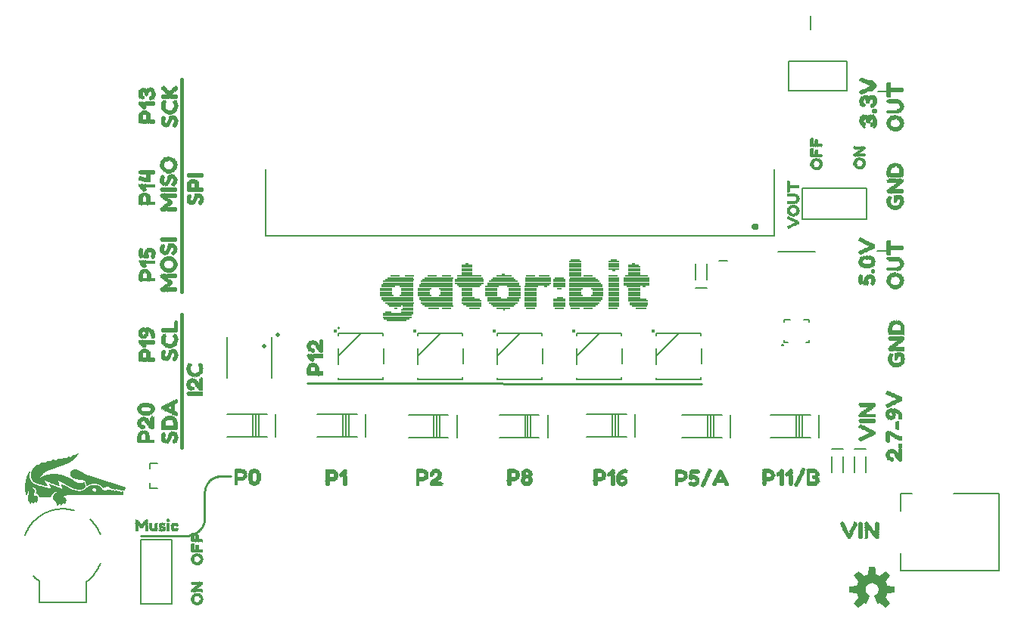
<source format=gto>
G75*
%MOIN*%
%OFA0B0*%
%FSLAX25Y25*%
%IPPOS*%
%LPD*%
%AMOC8*
5,1,8,0,0,1.08239X$1,22.5*
%
%ADD10C,0.01100*%
%ADD11C,0.01600*%
%ADD12C,0.01000*%
%ADD13C,0.00055*%
%ADD14C,0.01500*%
%ADD15C,0.00800*%
%ADD16C,0.01600*%
%ADD17C,0.00600*%
%ADD18C,0.00500*%
%ADD19C,0.02000*%
%ADD20C,0.00300*%
%ADD21R,0.00276X0.01654*%
%ADD22R,0.00276X0.03858*%
%ADD23R,0.00276X0.01929*%
%ADD24R,0.00276X0.00551*%
%ADD25R,0.00315X0.02756*%
%ADD26R,0.00315X0.04961*%
%ADD27R,0.00315X0.03031*%
%ADD28R,0.00315X0.01378*%
%ADD29R,0.00276X0.03583*%
%ADD30R,0.00276X0.05512*%
%ADD31R,0.00236X0.04134*%
%ADD32R,0.00236X0.05512*%
%ADD33R,0.00236X0.01929*%
%ADD34R,0.00315X0.04409*%
%ADD35R,0.00315X0.05512*%
%ADD36R,0.00315X0.01929*%
%ADD37R,0.00276X0.04961*%
%ADD38R,0.00276X0.05236*%
%ADD39R,0.00276X0.04685*%
%ADD40R,0.00276X0.02205*%
%ADD41R,0.00236X0.02205*%
%ADD42R,0.00276X0.02480*%
%ADD43R,0.00276X0.01378*%
%ADD44R,0.00276X0.02756*%
%ADD45R,0.00276X0.04409*%
%ADD46R,0.00315X0.02205*%
%ADD47R,0.00315X0.03583*%
%ADD48R,0.00276X0.03031*%
%ADD49R,0.00276X0.03307*%
%ADD50R,0.00276X0.01102*%
%ADD51R,0.00276X0.04134*%
%ADD52R,0.00276X0.05787*%
%ADD53R,0.00236X0.05787*%
%ADD54R,0.00236X0.03583*%
%ADD55R,0.00236X0.02480*%
%ADD56R,0.00236X0.05236*%
%ADD57R,0.00236X0.01378*%
%ADD58R,0.00236X0.01102*%
%ADD59R,0.00236X0.04409*%
%ADD60R,0.00315X0.04685*%
%ADD61R,0.00315X0.01654*%
%ADD62R,0.00276X0.00827*%
%ADD63R,0.00315X0.03307*%
%ADD64R,0.00236X0.04685*%
%ADD65R,0.00236X0.04961*%
%ADD66R,0.00236X0.02756*%
%ADD67R,0.00315X0.03858*%
%ADD68R,0.00236X0.01654*%
%ADD69R,0.03937X0.00787*%
%ADD70R,0.03150X0.00787*%
%ADD71R,0.05512X0.00787*%
%ADD72R,0.04724X0.00787*%
%ADD73R,0.01575X0.00787*%
%ADD74R,0.11024X0.00787*%
%ADD75R,0.07087X0.00787*%
%ADD76R,0.10236X0.00787*%
%ADD77R,0.11811X0.00787*%
%ADD78R,0.12598X0.00787*%
%ADD79R,0.09449X0.00787*%
%ADD80R,0.13386X0.00787*%
%ADD81R,0.14173X0.00787*%
%ADD82R,0.14961X0.00787*%
%ADD83R,0.06299X0.00787*%
%ADD84R,0.02362X0.00787*%
%ADD85R,0.07874X0.00787*%
%ADD86R,0.08661X0.00787*%
%ADD87R,0.00787X0.00787*%
%ADD88R,0.00276X0.00276*%
%ADD89R,0.00315X0.02480*%
%ADD90R,0.00236X0.03031*%
%ADD91R,0.00315X0.00276*%
%ADD92R,0.00315X0.04134*%
%ADD93R,0.00276X0.06063*%
%ADD94R,0.00315X0.05236*%
%ADD95R,0.00315X0.00551*%
%ADD96R,0.00276X0.06339*%
%ADD97R,0.00236X0.00827*%
%ADD98R,0.00276X0.07992*%
%ADD99R,0.00984X0.00197*%
%ADD100R,0.00197X0.00197*%
%ADD101R,0.00394X0.00197*%
%ADD102R,0.01378X0.00197*%
%ADD103R,0.01181X0.00197*%
%ADD104R,0.01575X0.00197*%
%ADD105R,0.01772X0.00197*%
%ADD106R,0.00591X0.00197*%
%ADD107R,0.01969X0.00197*%
%ADD108R,0.02165X0.00197*%
%ADD109R,0.02362X0.00197*%
%ADD110R,0.02559X0.00197*%
%ADD111R,0.02756X0.00197*%
%ADD112R,0.05512X0.00197*%
%ADD113R,0.02953X0.00197*%
%ADD114R,0.03150X0.00197*%
%ADD115R,0.01181X0.00236*%
%ADD116R,0.01969X0.00236*%
%ADD117R,0.01378X0.00236*%
%ADD118R,0.02165X0.00236*%
%ADD119R,0.01575X0.00236*%
%ADD120R,0.00394X0.00236*%
%ADD121R,0.00787X0.00197*%
%ADD122R,0.03740X0.00236*%
%ADD123R,0.00984X0.00236*%
%ADD124R,0.03543X0.00197*%
%ADD125R,0.03346X0.00197*%
%ADD126R,0.02953X0.00236*%
%ADD127R,0.02756X0.00236*%
%ADD128R,0.02362X0.00236*%
%ADD129R,0.00197X0.01181*%
%ADD130R,0.00197X0.03150*%
%ADD131R,0.00197X0.02165*%
%ADD132R,0.00197X0.03937*%
%ADD133R,0.00197X0.02953*%
%ADD134R,0.00197X0.04134*%
%ADD135R,0.00197X0.03346*%
%ADD136R,0.00197X0.03740*%
%ADD137R,0.00197X0.04528*%
%ADD138R,0.00197X0.01772*%
%ADD139R,0.00197X0.01378*%
%ADD140R,0.00197X0.01575*%
%ADD141R,0.00197X0.02756*%
%ADD142R,0.00236X0.03346*%
%ADD143R,0.00236X0.01772*%
%ADD144R,0.00197X0.04331*%
%ADD145R,0.00236X0.02953*%
%ADD146R,0.00236X0.01181*%
%ADD147R,0.00197X0.00984*%
%ADD148R,0.00197X0.00591*%
%ADD149R,0.00197X0.00394*%
%ADD150R,0.00197X0.01969*%
%ADD151R,0.00197X0.02362*%
%ADD152R,0.00197X0.02559*%
%ADD153R,0.00236X0.02165*%
%ADD154R,0.00315X0.06890*%
%ADD155R,0.00276X0.06890*%
%ADD156R,0.00236X0.06890*%
%ADD157R,0.01102X0.00276*%
%ADD158R,0.02480X0.00276*%
%ADD159R,0.03031X0.00276*%
%ADD160R,0.01654X0.00276*%
%ADD161R,0.04134X0.00315*%
%ADD162R,0.03858X0.00315*%
%ADD163R,0.01929X0.00315*%
%ADD164R,0.01378X0.00315*%
%ADD165R,0.04685X0.00276*%
%ADD166R,0.04134X0.00276*%
%ADD167R,0.01929X0.00276*%
%ADD168R,0.04961X0.00236*%
%ADD169R,0.04409X0.00236*%
%ADD170R,0.01929X0.00236*%
%ADD171R,0.05236X0.00315*%
%ADD172R,0.04409X0.00315*%
%ADD173R,0.02205X0.00315*%
%ADD174R,0.05236X0.00276*%
%ADD175R,0.04409X0.00276*%
%ADD176R,0.05512X0.00276*%
%ADD177R,0.02756X0.00276*%
%ADD178R,0.01654X0.00236*%
%ADD179R,0.02205X0.00236*%
%ADD180R,0.03031X0.00236*%
%ADD181R,0.01654X0.00315*%
%ADD182R,0.03307X0.00315*%
%ADD183R,0.03583X0.00276*%
%ADD184R,0.03307X0.00276*%
%ADD185R,0.03858X0.00276*%
%ADD186R,0.02205X0.00276*%
%ADD187R,0.04685X0.00315*%
%ADD188R,0.04961X0.00276*%
%ADD189R,0.05787X0.00276*%
%ADD190R,0.06063X0.00276*%
%ADD191R,0.00551X0.00276*%
%ADD192R,0.06339X0.00276*%
%ADD193R,0.01378X0.00276*%
%ADD194R,0.06614X0.00276*%
%ADD195R,0.06890X0.00276*%
%ADD196R,0.01102X0.00236*%
%ADD197R,0.00827X0.00236*%
%ADD198R,0.02480X0.00315*%
%ADD199R,0.03583X0.00236*%
%ADD200R,0.03307X0.00236*%
%ADD201R,0.03583X0.00315*%
%ADD202R,0.02756X0.00315*%
%ADD203R,0.05236X0.00236*%
%ADD204R,0.04134X0.00236*%
%ADD205R,0.03858X0.00236*%
%ADD206R,0.00236X0.03307*%
%ADD207R,0.00236X0.03858*%
%ADD208R,0.03031X0.00315*%
%ADD209R,0.05787X0.00236*%
%ADD210R,0.04961X0.00315*%
%ADD211R,0.00827X0.00276*%
%ADD212R,0.00315X0.00827*%
%ADD213R,0.00276X0.06614*%
%ADD214R,0.00197X0.05118*%
%ADD215R,0.00197X0.04724*%
%ADD216R,0.00236X0.01969*%
%ADD217R,0.00236X0.01575*%
%ADD218R,0.00236X0.02559*%
%ADD219R,0.00197X0.00787*%
D10*
X0414295Y0520946D02*
X0413311Y0521930D01*
X0413311Y0523898D01*
X0414295Y0524883D01*
X0415280Y0524883D01*
X0416264Y0523898D01*
X0417248Y0524883D01*
X0418232Y0524883D01*
X0419216Y0523898D01*
X0419216Y0521930D01*
X0418232Y0520946D01*
X0416264Y0522914D02*
X0416264Y0523898D01*
X0418232Y0527391D02*
X0418232Y0528375D01*
X0419216Y0528375D01*
X0419216Y0527391D01*
X0418232Y0527391D01*
X0418232Y0530614D02*
X0419216Y0531598D01*
X0419216Y0533567D01*
X0418232Y0534551D01*
X0417248Y0534551D01*
X0416264Y0533567D01*
X0416264Y0532582D01*
X0416264Y0533567D02*
X0415280Y0534551D01*
X0414295Y0534551D01*
X0413311Y0533567D01*
X0413311Y0531598D01*
X0414295Y0530614D01*
X0413311Y0537060D02*
X0417248Y0537060D01*
X0419216Y0539028D01*
X0417248Y0540996D01*
X0413311Y0540996D01*
D11*
X0113846Y0541900D02*
X0113846Y0448150D01*
X0113846Y0438150D02*
X0113846Y0379400D01*
D12*
X0123846Y0360275D02*
X0123846Y0348400D01*
X0123838Y0348201D01*
X0123824Y0348002D01*
X0123806Y0347803D01*
X0123783Y0347605D01*
X0123754Y0347407D01*
X0123722Y0347210D01*
X0123684Y0347015D01*
X0123641Y0346820D01*
X0123594Y0346626D01*
X0123542Y0346433D01*
X0123485Y0346242D01*
X0123424Y0346052D01*
X0123358Y0345864D01*
X0123287Y0345677D01*
X0123212Y0345493D01*
X0123132Y0345310D01*
X0123048Y0345129D01*
X0122959Y0344950D01*
X0122866Y0344774D01*
X0122769Y0344599D01*
X0122667Y0344428D01*
X0122562Y0344258D01*
X0122452Y0344092D01*
X0122338Y0343928D01*
X0122220Y0343767D01*
X0122098Y0343609D01*
X0121973Y0343454D01*
X0121843Y0343302D01*
X0121710Y0343154D01*
X0121573Y0343008D01*
X0121433Y0342866D01*
X0121290Y0342728D01*
X0121143Y0342593D01*
X0120992Y0342462D01*
X0120839Y0342334D01*
X0120682Y0342211D01*
X0120523Y0342091D01*
X0120360Y0341975D01*
X0120195Y0341863D01*
X0120027Y0341755D01*
X0119857Y0341652D01*
X0119684Y0341552D01*
X0119508Y0341457D01*
X0119331Y0341366D01*
X0119151Y0341280D01*
X0118969Y0341198D01*
X0118785Y0341121D01*
X0118599Y0341048D01*
X0118412Y0340979D01*
X0118223Y0340916D01*
X0118032Y0340857D01*
X0117840Y0340802D01*
X0117647Y0340752D01*
X0117453Y0340708D01*
X0117257Y0340667D01*
X0117061Y0340632D01*
X0116864Y0340602D01*
X0116666Y0340576D01*
X0116467Y0340555D01*
X0116269Y0340539D01*
X0116069Y0340528D01*
X0115870Y0340522D01*
X0115670Y0340521D01*
X0115471Y0340525D01*
X0095846Y0340525D01*
X0115471Y0340525D02*
X0115846Y0340525D01*
X0123846Y0360275D02*
X0123864Y0360447D01*
X0123885Y0360618D01*
X0123910Y0360789D01*
X0123940Y0360960D01*
X0123974Y0361129D01*
X0124011Y0361298D01*
X0124053Y0361466D01*
X0124099Y0361632D01*
X0124149Y0361798D01*
X0124203Y0361962D01*
X0124261Y0362125D01*
X0124323Y0362286D01*
X0124388Y0362446D01*
X0124458Y0362604D01*
X0124531Y0362761D01*
X0124608Y0362915D01*
X0124689Y0363068D01*
X0124773Y0363219D01*
X0124861Y0363368D01*
X0124953Y0363514D01*
X0125048Y0363659D01*
X0125147Y0363801D01*
X0125249Y0363940D01*
X0125354Y0364077D01*
X0125463Y0364212D01*
X0125574Y0364343D01*
X0125689Y0364472D01*
X0125807Y0364599D01*
X0125929Y0364722D01*
X0126053Y0364842D01*
X0126179Y0364960D01*
X0126309Y0365074D01*
X0126442Y0365185D01*
X0126577Y0365293D01*
X0126714Y0365397D01*
X0126854Y0365498D01*
X0126997Y0365596D01*
X0127142Y0365691D01*
X0127289Y0365781D01*
X0127438Y0365868D01*
X0127589Y0365952D01*
X0127743Y0366032D01*
X0127898Y0366108D01*
X0128055Y0366180D01*
X0128213Y0366249D01*
X0128374Y0366314D01*
X0128535Y0366375D01*
X0128699Y0366431D01*
X0128863Y0366484D01*
X0129029Y0366533D01*
X0129196Y0366578D01*
X0129364Y0366619D01*
X0129533Y0366656D01*
X0129702Y0366689D01*
X0129873Y0366717D01*
X0130044Y0366742D01*
X0130215Y0366762D01*
X0130388Y0366778D01*
X0130560Y0366790D01*
X0130733Y0366798D01*
X0130905Y0366802D01*
X0131078Y0366801D01*
X0131251Y0366797D01*
X0131424Y0366788D01*
X0131596Y0366775D01*
X0135221Y0366775D01*
X0169071Y0407725D02*
X0342621Y0407600D01*
X0182796Y0432300D02*
X0182779Y0432298D01*
X0182762Y0432294D01*
X0182746Y0432287D01*
X0182732Y0432277D01*
X0182719Y0432264D01*
X0182709Y0432250D01*
X0182702Y0432234D01*
X0182698Y0432217D01*
X0182696Y0432200D01*
D13*
X0088560Y0361782D02*
X0088521Y0361782D01*
X0088521Y0361821D01*
X0088482Y0361821D01*
X0088482Y0361861D01*
X0088442Y0361861D01*
X0088442Y0361900D01*
X0088403Y0361900D01*
X0088403Y0361939D01*
X0088324Y0361939D01*
X0088324Y0361979D01*
X0088285Y0361979D01*
X0088285Y0362018D01*
X0088206Y0362018D01*
X0088167Y0362057D01*
X0088088Y0362057D01*
X0088088Y0362097D01*
X0088009Y0362097D01*
X0088009Y0362136D01*
X0087931Y0362136D01*
X0087891Y0362176D01*
X0087812Y0362176D01*
X0086789Y0362530D01*
X0085726Y0362845D01*
X0084702Y0363199D01*
X0083679Y0363514D01*
X0082616Y0363869D01*
X0081592Y0364183D01*
X0080529Y0364538D01*
X0079505Y0364853D01*
X0078442Y0365168D01*
X0077419Y0365522D01*
X0076356Y0365837D01*
X0075332Y0366191D01*
X0074269Y0366506D01*
X0073246Y0366861D01*
X0072183Y0367176D01*
X0071159Y0367530D01*
X0070765Y0367766D01*
X0070568Y0367845D01*
X0070372Y0367963D01*
X0070214Y0368081D01*
X0069230Y0368672D01*
X0069072Y0368790D01*
X0068285Y0369262D01*
X0068088Y0369341D01*
X0068088Y0369380D01*
X0068009Y0369380D01*
X0067970Y0369420D01*
X0067931Y0369420D01*
X0067891Y0369459D01*
X0067812Y0369459D01*
X0067812Y0369498D01*
X0067734Y0369498D01*
X0067694Y0369538D01*
X0067616Y0369538D01*
X0067576Y0369577D01*
X0067458Y0369577D01*
X0067419Y0369617D01*
X0067301Y0369617D01*
X0067301Y0369656D01*
X0067104Y0369656D01*
X0067064Y0369695D01*
X0066198Y0369695D01*
X0066159Y0369656D01*
X0066001Y0369656D01*
X0065962Y0369617D01*
X0065844Y0369617D01*
X0065844Y0369577D01*
X0065726Y0369577D01*
X0065726Y0369538D01*
X0065647Y0369538D01*
X0065608Y0369498D01*
X0065529Y0369498D01*
X0065529Y0369459D01*
X0065450Y0369459D01*
X0065450Y0369420D01*
X0065372Y0369420D01*
X0065372Y0369380D01*
X0065332Y0369380D01*
X0065332Y0369341D01*
X0065293Y0369341D01*
X0065253Y0369302D01*
X0065214Y0369302D01*
X0065175Y0369262D01*
X0065135Y0369262D01*
X0065135Y0369223D01*
X0065096Y0369183D01*
X0065057Y0369183D01*
X0065057Y0369144D01*
X0065017Y0369144D01*
X0065017Y0369105D01*
X0064978Y0369105D01*
X0064978Y0369065D01*
X0064899Y0368987D01*
X0064899Y0368947D01*
X0064860Y0368947D01*
X0064860Y0368908D01*
X0064820Y0368908D01*
X0064820Y0368829D01*
X0064781Y0368829D01*
X0064781Y0368790D01*
X0064742Y0368750D01*
X0064742Y0368711D01*
X0064702Y0368672D01*
X0064702Y0368593D01*
X0064663Y0368593D01*
X0064663Y0368475D01*
X0064623Y0368475D01*
X0064623Y0368239D01*
X0064584Y0368239D01*
X0064584Y0367963D01*
X0064623Y0367963D01*
X0064623Y0367727D01*
X0064663Y0367727D01*
X0064663Y0367609D01*
X0064702Y0367609D01*
X0064702Y0367491D01*
X0064742Y0367491D01*
X0064742Y0367412D01*
X0064781Y0367412D01*
X0064781Y0367333D01*
X0064820Y0367333D01*
X0064820Y0367254D01*
X0064860Y0367254D01*
X0064860Y0367176D01*
X0064899Y0367176D01*
X0064899Y0367136D01*
X0064938Y0367097D01*
X0064938Y0367057D01*
X0064978Y0367057D01*
X0064978Y0367018D01*
X0065057Y0366939D01*
X0065057Y0366900D01*
X0065096Y0366900D01*
X0065096Y0366861D01*
X0065135Y0366861D01*
X0065135Y0366821D01*
X0065372Y0366585D01*
X0065411Y0366585D01*
X0065411Y0366546D01*
X0065450Y0366546D01*
X0065450Y0366506D01*
X0065490Y0366506D01*
X0065490Y0366467D01*
X0065568Y0366467D01*
X0065568Y0366428D01*
X0065608Y0366428D01*
X0065647Y0366388D01*
X0065686Y0366388D01*
X0065726Y0366349D01*
X0065765Y0366349D01*
X0065765Y0366309D01*
X0065844Y0366309D01*
X0065844Y0366270D01*
X0065883Y0366270D01*
X0065923Y0366231D01*
X0065962Y0366231D01*
X0066041Y0366191D01*
X0066080Y0366191D01*
X0066159Y0366152D01*
X0066198Y0366113D01*
X0066277Y0366113D01*
X0066316Y0366073D01*
X0066395Y0366073D01*
X0066435Y0366034D01*
X0066513Y0366034D01*
X0066553Y0365994D01*
X0066631Y0365994D01*
X0066671Y0365955D01*
X0066749Y0365916D01*
X0066789Y0365916D01*
X0066868Y0365876D01*
X0066907Y0365876D01*
X0066986Y0365837D01*
X0067064Y0365837D01*
X0067143Y0365798D01*
X0067301Y0365798D01*
X0067379Y0365758D01*
X0067458Y0365758D01*
X0067537Y0365719D01*
X0067616Y0365719D01*
X0067694Y0365680D01*
X0067773Y0365680D01*
X0067852Y0365640D01*
X0067931Y0365640D01*
X0067970Y0365601D01*
X0068127Y0365601D01*
X0068285Y0365561D01*
X0068403Y0365561D01*
X0068521Y0365522D01*
X0068797Y0365522D01*
X0068915Y0365483D01*
X0069190Y0365483D01*
X0069309Y0365443D01*
X0069427Y0365443D01*
X0069545Y0365404D01*
X0069820Y0365404D01*
X0069938Y0365365D01*
X0070214Y0365365D01*
X0070214Y0365325D01*
X0070332Y0365325D01*
X0070332Y0365286D01*
X0070450Y0365286D01*
X0070450Y0365246D01*
X0070529Y0365246D01*
X0070529Y0365207D01*
X0070608Y0365207D01*
X0070647Y0365168D01*
X0070686Y0365168D01*
X0070686Y0365128D01*
X0070765Y0365128D01*
X0070765Y0365089D01*
X0070805Y0365089D01*
X0070844Y0365050D01*
X0070883Y0365050D01*
X0070883Y0365010D01*
X0070923Y0365010D01*
X0070923Y0364971D01*
X0070962Y0364971D01*
X0070962Y0364931D01*
X0071001Y0364931D01*
X0071001Y0364892D01*
X0071041Y0364892D01*
X0071041Y0364853D01*
X0071080Y0364853D01*
X0071080Y0364813D01*
X0071120Y0364813D01*
X0071120Y0364774D01*
X0071159Y0364774D01*
X0071159Y0364695D01*
X0071198Y0364695D01*
X0071198Y0364656D01*
X0071238Y0364656D01*
X0071238Y0364577D01*
X0071277Y0364577D01*
X0071277Y0364498D01*
X0071316Y0364498D01*
X0080648Y0364498D01*
X0080809Y0364444D02*
X0071316Y0364444D01*
X0071316Y0364420D02*
X0071395Y0364262D01*
X0071435Y0364144D01*
X0071474Y0364065D01*
X0071513Y0363947D01*
X0071553Y0363869D01*
X0071553Y0363750D01*
X0071592Y0363672D01*
X0071631Y0363554D01*
X0071710Y0363396D01*
X0071749Y0363278D01*
X0071789Y0363199D01*
X0071828Y0363081D01*
X0071828Y0363002D01*
X0071868Y0362884D01*
X0071907Y0362924D01*
X0071986Y0362924D01*
X0072025Y0362963D01*
X0072064Y0362963D01*
X0072143Y0363042D01*
X0072183Y0363042D01*
X0072222Y0363081D01*
X0072261Y0363081D01*
X0072301Y0363120D01*
X0072340Y0363120D01*
X0072379Y0363160D01*
X0072458Y0363160D01*
X0072498Y0363199D01*
X0072537Y0363199D01*
X0072616Y0363278D01*
X0072655Y0363278D01*
X0072734Y0363317D01*
X0072773Y0363317D01*
X0072812Y0363357D01*
X0072891Y0363357D01*
X0072931Y0363396D01*
X0072970Y0363396D01*
X0073049Y0363435D01*
X0073088Y0363435D01*
X0073127Y0363475D01*
X0073167Y0363475D01*
X0073246Y0363514D01*
X0073285Y0363514D01*
X0073324Y0363554D01*
X0073442Y0363554D01*
X0073482Y0363593D01*
X0073600Y0363593D01*
X0073757Y0363672D01*
X0074033Y0363672D01*
X0074112Y0363711D01*
X0074190Y0363711D01*
X0074269Y0363750D01*
X0074781Y0363750D01*
X0074860Y0363790D01*
X0075568Y0363790D01*
X0075608Y0363750D01*
X0075923Y0363750D01*
X0075962Y0363711D01*
X0076120Y0363711D01*
X0076120Y0363672D01*
X0076277Y0363672D01*
X0076316Y0363632D01*
X0076435Y0363632D01*
X0076474Y0363593D01*
X0076553Y0363593D01*
X0076592Y0363554D01*
X0076671Y0363554D01*
X0076710Y0363514D01*
X0076828Y0363514D01*
X0076868Y0363475D01*
X0076946Y0363475D01*
X0076986Y0363435D01*
X0077025Y0363435D01*
X0077104Y0363396D01*
X0077143Y0363396D01*
X0077222Y0363357D01*
X0077261Y0363317D01*
X0077340Y0363278D01*
X0077379Y0363278D01*
X0077458Y0363239D01*
X0077498Y0363199D01*
X0077576Y0363199D01*
X0077616Y0363160D01*
X0077694Y0363120D01*
X0077734Y0363120D01*
X0077812Y0363081D01*
X0077852Y0363042D01*
X0077891Y0363042D01*
X0077970Y0363002D01*
X0078009Y0362963D01*
X0078049Y0362963D01*
X0078049Y0362924D01*
X0078088Y0362924D01*
X0078127Y0362884D01*
X0078167Y0362884D01*
X0078167Y0362845D01*
X0078246Y0362845D01*
X0078246Y0362806D01*
X0078285Y0362806D01*
X0078285Y0362766D01*
X0078324Y0362766D01*
X0078403Y0362687D01*
X0078442Y0362687D01*
X0078442Y0362648D01*
X0078757Y0362333D01*
X0078757Y0362294D01*
X0078797Y0362294D01*
X0078797Y0362254D01*
X0078875Y0362176D01*
X0078875Y0362136D01*
X0078915Y0362097D01*
X0078954Y0362097D01*
X0078954Y0362057D01*
X0079033Y0361979D01*
X0079033Y0361939D01*
X0079072Y0361939D01*
X0079072Y0361900D01*
X0079230Y0361979D01*
X0079269Y0362018D01*
X0079348Y0362018D01*
X0079427Y0362057D01*
X0079466Y0362097D01*
X0079545Y0362097D01*
X0079584Y0362136D01*
X0079742Y0362215D01*
X0079781Y0362215D01*
X0079860Y0362254D01*
X0079899Y0362294D01*
X0079978Y0362294D01*
X0080057Y0362333D01*
X0080096Y0362372D01*
X0080175Y0362372D01*
X0080214Y0362412D01*
X0080372Y0362412D01*
X0080372Y0362451D01*
X0080490Y0362451D01*
X0080529Y0362491D01*
X0081198Y0362491D01*
X0081198Y0362451D01*
X0081356Y0362451D01*
X0081356Y0362412D01*
X0081474Y0362412D01*
X0081474Y0362372D01*
X0081553Y0362372D01*
X0081553Y0362333D01*
X0081631Y0362333D01*
X0081631Y0362294D01*
X0081710Y0362294D01*
X0081710Y0362254D01*
X0081789Y0362254D01*
X0081789Y0362215D01*
X0081828Y0362215D01*
X0081828Y0362176D01*
X0081868Y0362176D01*
X0081946Y0362097D01*
X0081986Y0362097D01*
X0081986Y0362057D01*
X0082064Y0362057D01*
X0082064Y0362018D01*
X0082104Y0362018D01*
X0082183Y0361939D01*
X0082222Y0361939D01*
X0082222Y0361900D01*
X0082419Y0361703D01*
X0082458Y0361703D01*
X0082655Y0361506D01*
X0082655Y0361467D01*
X0082694Y0361467D01*
X0082773Y0361388D01*
X0082852Y0361388D01*
X0082891Y0361428D01*
X0082931Y0361428D01*
X0082970Y0361467D01*
X0083009Y0361467D01*
X0083049Y0361506D01*
X0083088Y0361506D01*
X0083127Y0361546D01*
X0083167Y0361546D01*
X0083206Y0361585D01*
X0083246Y0361585D01*
X0083285Y0361624D01*
X0083364Y0361624D01*
X0083403Y0361664D01*
X0083718Y0361664D01*
X0083718Y0361624D01*
X0083797Y0361624D01*
X0083797Y0361585D01*
X0083836Y0361585D01*
X0083875Y0361546D01*
X0083875Y0361506D01*
X0083915Y0361506D01*
X0083994Y0361428D01*
X0083994Y0361388D01*
X0084033Y0361388D01*
X0084190Y0361231D01*
X0084269Y0361231D01*
X0084348Y0361309D01*
X0084387Y0361309D01*
X0084427Y0361349D01*
X0084466Y0361349D01*
X0084545Y0361428D01*
X0084584Y0361428D01*
X0084584Y0361467D01*
X0084623Y0361467D01*
X0084663Y0361506D01*
X0084702Y0361506D01*
X0084702Y0361546D01*
X0084781Y0361546D01*
X0084781Y0361585D01*
X0085096Y0361585D01*
X0085096Y0361546D01*
X0085175Y0361546D01*
X0085175Y0361506D01*
X0085253Y0361506D01*
X0085253Y0361467D01*
X0085293Y0361467D01*
X0085293Y0361428D01*
X0085490Y0361231D01*
X0085490Y0361191D01*
X0085529Y0361152D01*
X0085568Y0361152D01*
X0085568Y0361113D01*
X0085686Y0360994D01*
X0085726Y0360994D01*
X0085765Y0361034D01*
X0085805Y0361034D01*
X0085844Y0361073D01*
X0085883Y0361073D01*
X0085883Y0361113D01*
X0085923Y0361113D01*
X0085962Y0361152D01*
X0086001Y0361152D01*
X0086001Y0361191D01*
X0086080Y0361191D01*
X0086080Y0361231D01*
X0086120Y0361231D01*
X0086120Y0361270D01*
X0086277Y0361270D01*
X0086277Y0361309D01*
X0086356Y0361309D01*
X0086356Y0361270D01*
X0086513Y0361270D01*
X0086513Y0361231D01*
X0086592Y0361231D01*
X0086592Y0361191D01*
X0086631Y0361191D01*
X0086710Y0361113D01*
X0086710Y0361073D01*
X0086749Y0361073D01*
X0086749Y0361034D01*
X0086789Y0361034D01*
X0086789Y0360994D01*
X0086868Y0360916D01*
X0086868Y0360876D01*
X0086907Y0360876D01*
X0086907Y0360837D01*
X0086946Y0360837D01*
X0086946Y0360798D01*
X0086986Y0360758D01*
X0087025Y0360758D01*
X0087025Y0360798D01*
X0087104Y0360798D01*
X0087143Y0360837D01*
X0087183Y0360837D01*
X0087261Y0360916D01*
X0087340Y0360916D01*
X0087340Y0360955D01*
X0087419Y0360955D01*
X0087419Y0360994D01*
X0087498Y0360994D01*
X0087498Y0361034D01*
X0087773Y0361034D01*
X0087773Y0360994D01*
X0087852Y0360994D01*
X0087852Y0360955D01*
X0087931Y0360955D01*
X0087931Y0360916D01*
X0087970Y0360916D01*
X0087970Y0360876D01*
X0088009Y0360876D01*
X0088009Y0360837D01*
X0088049Y0360837D01*
X0088049Y0360798D01*
X0088088Y0360798D01*
X0088088Y0360758D01*
X0088167Y0360680D01*
X0088206Y0360680D01*
X0088246Y0360719D01*
X0088246Y0360758D01*
X0088285Y0360758D01*
X0088285Y0360798D01*
X0088324Y0360837D01*
X0088324Y0360876D01*
X0088364Y0360916D01*
X0088364Y0360955D01*
X0088403Y0360955D01*
X0088403Y0360994D01*
X0088442Y0361034D01*
X0088442Y0361113D01*
X0088482Y0361113D01*
X0088482Y0361191D01*
X0088521Y0361191D01*
X0088521Y0361309D01*
X0088560Y0361309D01*
X0088560Y0361782D01*
X0088560Y0361763D02*
X0082359Y0361763D01*
X0082305Y0361817D02*
X0088521Y0361817D01*
X0088442Y0361870D02*
X0082252Y0361870D01*
X0082222Y0361924D02*
X0088403Y0361924D01*
X0088324Y0361977D02*
X0082144Y0361977D01*
X0082064Y0362031D02*
X0088193Y0362031D01*
X0088088Y0362085D02*
X0081986Y0362085D01*
X0081905Y0362138D02*
X0087928Y0362138D01*
X0087765Y0362192D02*
X0081828Y0362192D01*
X0081789Y0362246D02*
X0087610Y0362246D01*
X0087455Y0362299D02*
X0081631Y0362299D01*
X0081553Y0362353D02*
X0087300Y0362353D01*
X0087146Y0362406D02*
X0081474Y0362406D01*
X0081198Y0362460D02*
X0086991Y0362460D01*
X0086836Y0362514D02*
X0078577Y0362514D01*
X0078630Y0362460D02*
X0080499Y0362460D01*
X0080209Y0362406D02*
X0078684Y0362406D01*
X0078738Y0362353D02*
X0080076Y0362353D01*
X0079989Y0362299D02*
X0078757Y0362299D01*
X0078805Y0362246D02*
X0079842Y0362246D01*
X0079696Y0362192D02*
X0078859Y0362192D01*
X0078875Y0362138D02*
X0079588Y0362138D01*
X0079454Y0362085D02*
X0078954Y0362085D01*
X0078981Y0362031D02*
X0079374Y0362031D01*
X0079227Y0361977D02*
X0079033Y0361977D01*
X0079072Y0361924D02*
X0079120Y0361924D01*
X0078523Y0362567D02*
X0086663Y0362567D01*
X0086482Y0362621D02*
X0078469Y0362621D01*
X0078442Y0362675D02*
X0086301Y0362675D01*
X0086120Y0362728D02*
X0078362Y0362728D01*
X0078285Y0362782D02*
X0085939Y0362782D01*
X0085758Y0362835D02*
X0078246Y0362835D01*
X0078123Y0362889D02*
X0085598Y0362889D01*
X0085443Y0362943D02*
X0078049Y0362943D01*
X0077976Y0362996D02*
X0085288Y0362996D01*
X0085133Y0363050D02*
X0077844Y0363050D01*
X0077767Y0363104D02*
X0084978Y0363104D01*
X0084823Y0363157D02*
X0077621Y0363157D01*
X0077486Y0363211D02*
X0084664Y0363211D01*
X0084490Y0363265D02*
X0077406Y0363265D01*
X0077260Y0363318D02*
X0084316Y0363318D01*
X0084141Y0363372D02*
X0077192Y0363372D01*
X0077045Y0363425D02*
X0083967Y0363425D01*
X0083793Y0363479D02*
X0076863Y0363479D01*
X0076692Y0363533D02*
X0083623Y0363533D01*
X0083462Y0363586D02*
X0076559Y0363586D01*
X0076309Y0363640D02*
X0083301Y0363640D01*
X0083140Y0363694D02*
X0076120Y0363694D01*
X0075926Y0363747D02*
X0082980Y0363747D01*
X0082819Y0363801D02*
X0071553Y0363801D01*
X0071553Y0363854D02*
X0082658Y0363854D01*
X0082487Y0363908D02*
X0071533Y0363908D01*
X0071508Y0363962D02*
X0082313Y0363962D01*
X0082138Y0364015D02*
X0071491Y0364015D01*
X0071472Y0364069D02*
X0081964Y0364069D01*
X0081790Y0364123D02*
X0071445Y0364123D01*
X0071424Y0364176D02*
X0081616Y0364176D01*
X0081453Y0364230D02*
X0071406Y0364230D01*
X0071384Y0364283D02*
X0081292Y0364283D01*
X0081131Y0364337D02*
X0071358Y0364337D01*
X0071331Y0364391D02*
X0080970Y0364391D01*
X0080484Y0364552D02*
X0071277Y0364552D01*
X0071238Y0364605D02*
X0080310Y0364605D01*
X0080135Y0364659D02*
X0071198Y0364659D01*
X0071159Y0364713D02*
X0079961Y0364713D01*
X0079787Y0364766D02*
X0071159Y0364766D01*
X0071080Y0364820D02*
X0079613Y0364820D01*
X0079436Y0364873D02*
X0071041Y0364873D01*
X0071001Y0364927D02*
X0079255Y0364927D01*
X0079074Y0364981D02*
X0070923Y0364981D01*
X0070883Y0365034D02*
X0078893Y0365034D01*
X0078712Y0365088D02*
X0070806Y0365088D01*
X0070686Y0365142D02*
X0078531Y0365142D01*
X0078363Y0365195D02*
X0070620Y0365195D01*
X0070450Y0365249D02*
X0078208Y0365249D01*
X0078053Y0365302D02*
X0070332Y0365302D01*
X0070214Y0365356D02*
X0077898Y0365356D01*
X0077743Y0365410D02*
X0069527Y0365410D01*
X0069248Y0365463D02*
X0077588Y0365463D01*
X0077433Y0365517D02*
X0068812Y0365517D01*
X0068248Y0365571D02*
X0077255Y0365571D01*
X0077074Y0365624D02*
X0067947Y0365624D01*
X0067776Y0365678D02*
X0076893Y0365678D01*
X0076712Y0365731D02*
X0067512Y0365731D01*
X0067326Y0365785D02*
X0076531Y0365785D01*
X0076351Y0365839D02*
X0066982Y0365839D01*
X0066836Y0365892D02*
X0076196Y0365892D01*
X0076041Y0365946D02*
X0066689Y0365946D01*
X0066547Y0366000D02*
X0075886Y0366000D01*
X0075731Y0366053D02*
X0066415Y0366053D01*
X0066283Y0366107D02*
X0075576Y0366107D01*
X0075421Y0366161D02*
X0066142Y0366161D01*
X0065995Y0366214D02*
X0075255Y0366214D01*
X0075074Y0366268D02*
X0065886Y0366268D01*
X0065765Y0366321D02*
X0074893Y0366321D01*
X0074712Y0366375D02*
X0065700Y0366375D01*
X0065568Y0366429D02*
X0074531Y0366429D01*
X0074350Y0366482D02*
X0065490Y0366482D01*
X0065450Y0366536D02*
X0074184Y0366536D01*
X0074029Y0366590D02*
X0065367Y0366590D01*
X0065313Y0366643D02*
X0073874Y0366643D01*
X0073719Y0366697D02*
X0065260Y0366697D01*
X0065206Y0366750D02*
X0073564Y0366750D01*
X0073409Y0366804D02*
X0065152Y0366804D01*
X0065135Y0366858D02*
X0073254Y0366858D01*
X0073074Y0366911D02*
X0065057Y0366911D01*
X0065031Y0366965D02*
X0072893Y0366965D01*
X0072712Y0367019D02*
X0064978Y0367019D01*
X0064938Y0367072D02*
X0072531Y0367072D01*
X0072350Y0367126D02*
X0064909Y0367126D01*
X0064860Y0367179D02*
X0072171Y0367179D01*
X0072016Y0367233D02*
X0064860Y0367233D01*
X0064820Y0367287D02*
X0071861Y0367287D01*
X0071707Y0367340D02*
X0064781Y0367340D01*
X0064781Y0367394D02*
X0071552Y0367394D01*
X0071397Y0367448D02*
X0064742Y0367448D01*
X0064702Y0367501D02*
X0071242Y0367501D01*
X0071117Y0367555D02*
X0064702Y0367555D01*
X0064702Y0367609D02*
X0071028Y0367609D01*
X0070939Y0367662D02*
X0064663Y0367662D01*
X0064663Y0367716D02*
X0070849Y0367716D01*
X0070757Y0367769D02*
X0064623Y0367769D01*
X0064623Y0367823D02*
X0070623Y0367823D01*
X0070515Y0367877D02*
X0064623Y0367877D01*
X0064623Y0367930D02*
X0070426Y0367930D01*
X0070344Y0367984D02*
X0064584Y0367984D01*
X0064584Y0368038D02*
X0070272Y0368038D01*
X0070197Y0368091D02*
X0064584Y0368091D01*
X0064584Y0368145D02*
X0070108Y0368145D01*
X0070018Y0368198D02*
X0064584Y0368198D01*
X0064623Y0368252D02*
X0069929Y0368252D01*
X0069840Y0368306D02*
X0064623Y0368306D01*
X0064623Y0368359D02*
X0069750Y0368359D01*
X0069661Y0368413D02*
X0064623Y0368413D01*
X0064623Y0368467D02*
X0069572Y0368467D01*
X0069482Y0368520D02*
X0064663Y0368520D01*
X0064663Y0368574D02*
X0069393Y0368574D01*
X0069303Y0368627D02*
X0064702Y0368627D01*
X0064712Y0368681D02*
X0069217Y0368681D01*
X0069146Y0368735D02*
X0064742Y0368735D01*
X0064780Y0368788D02*
X0069074Y0368788D01*
X0068985Y0368842D02*
X0064820Y0368842D01*
X0064820Y0368896D02*
X0068896Y0368896D01*
X0068806Y0368949D02*
X0064899Y0368949D01*
X0064915Y0369003D02*
X0068717Y0369003D01*
X0068628Y0369057D02*
X0064969Y0369057D01*
X0065017Y0369110D02*
X0068538Y0369110D01*
X0068449Y0369164D02*
X0065057Y0369164D01*
X0065130Y0369217D02*
X0068360Y0369217D01*
X0068263Y0369271D02*
X0065183Y0369271D01*
X0065276Y0369325D02*
X0068129Y0369325D01*
X0068088Y0369378D02*
X0065332Y0369378D01*
X0065450Y0369432D02*
X0067918Y0369432D01*
X0067812Y0369486D02*
X0065529Y0369486D01*
X0065726Y0369539D02*
X0067614Y0369539D01*
X0067442Y0369593D02*
X0065844Y0369593D01*
X0065992Y0369646D02*
X0067301Y0369646D01*
X0064781Y0373593D02*
X0064860Y0373672D01*
X0064938Y0373711D01*
X0065017Y0373790D01*
X0065096Y0373829D01*
X0065175Y0373908D01*
X0065253Y0373947D01*
X0065332Y0374026D01*
X0065411Y0374065D01*
X0065490Y0374144D01*
X0065568Y0374183D01*
X0065805Y0374420D01*
X0065883Y0374459D01*
X0066080Y0374656D01*
X0066159Y0374695D01*
X0066592Y0375128D01*
X0066631Y0375207D01*
X0066986Y0375561D01*
X0067025Y0375640D01*
X0067104Y0375719D01*
X0067104Y0375758D01*
X0067183Y0375837D01*
X0067222Y0375916D01*
X0067379Y0376073D01*
X0067379Y0376113D01*
X0067419Y0376191D01*
X0067537Y0376309D01*
X0067537Y0376349D01*
X0067576Y0376428D01*
X0067616Y0376467D01*
X0067616Y0376506D01*
X0067655Y0376546D01*
X0067694Y0376624D01*
X0067734Y0376664D01*
X0067734Y0376703D01*
X0067773Y0376743D01*
X0067812Y0376821D01*
X0067852Y0376861D01*
X0067852Y0376900D01*
X0067931Y0376979D01*
X0067773Y0376900D01*
X0067734Y0376821D01*
X0067655Y0376782D01*
X0067616Y0376703D01*
X0067458Y0376624D01*
X0067419Y0376546D01*
X0067340Y0376506D01*
X0067222Y0376388D01*
X0067143Y0376349D01*
X0066946Y0376152D01*
X0066868Y0376113D01*
X0066828Y0376113D01*
X0066828Y0376073D01*
X0066749Y0376073D01*
X0066749Y0376034D01*
X0066238Y0376034D01*
X0066159Y0375994D01*
X0065686Y0375994D01*
X0065686Y0375955D01*
X0065647Y0375955D01*
X0065529Y0375837D01*
X0065490Y0375758D01*
X0065175Y0375443D01*
X0065096Y0375404D01*
X0065057Y0375325D01*
X0064978Y0375246D01*
X0064938Y0375246D01*
X0064938Y0375207D01*
X0064899Y0375207D01*
X0064860Y0375168D01*
X0064781Y0375168D01*
X0064781Y0375128D01*
X0064545Y0375128D01*
X0064466Y0375168D01*
X0064387Y0375168D01*
X0064348Y0375207D01*
X0064269Y0375207D01*
X0064230Y0375246D01*
X0064151Y0375246D01*
X0064072Y0375286D01*
X0063994Y0375286D01*
X0063954Y0375325D01*
X0063915Y0375325D01*
X0063875Y0375365D01*
X0063718Y0375365D01*
X0063718Y0375325D01*
X0063679Y0375325D01*
X0063560Y0375207D01*
X0063560Y0375168D01*
X0063246Y0374853D01*
X0063206Y0374853D01*
X0063206Y0374813D01*
X0063088Y0374695D01*
X0063049Y0374695D01*
X0063049Y0374656D01*
X0062970Y0374656D01*
X0062970Y0374617D01*
X0062812Y0374617D01*
X0062812Y0374577D01*
X0062773Y0374577D01*
X0062773Y0374617D01*
X0062576Y0374617D01*
X0062537Y0374656D01*
X0062458Y0374656D01*
X0062379Y0374735D01*
X0062301Y0374735D01*
X0062261Y0374774D01*
X0062222Y0374774D01*
X0062183Y0374813D01*
X0062104Y0374813D01*
X0062064Y0374853D01*
X0062025Y0374853D01*
X0061986Y0374892D01*
X0061907Y0374892D01*
X0061868Y0374931D01*
X0061671Y0374931D01*
X0061553Y0374813D01*
X0061474Y0374774D01*
X0061395Y0374695D01*
X0061316Y0374656D01*
X0061198Y0374538D01*
X0061120Y0374498D01*
X0061080Y0374459D01*
X0061041Y0374459D01*
X0061001Y0374420D01*
X0060923Y0374380D01*
X0060883Y0374341D01*
X0060883Y0374302D01*
X0060765Y0374302D01*
X0060765Y0374262D01*
X0060450Y0374262D01*
X0060372Y0374302D01*
X0060293Y0374302D01*
X0060253Y0374341D01*
X0060096Y0374341D01*
X0060057Y0374380D01*
X0059978Y0374380D01*
X0059899Y0374420D01*
X0059781Y0374420D01*
X0059702Y0374459D01*
X0059663Y0374459D01*
X0059584Y0374498D01*
X0059505Y0374498D01*
X0059466Y0374538D01*
X0059387Y0374538D01*
X0059387Y0374498D01*
X0059348Y0374498D01*
X0059269Y0374459D01*
X0059230Y0374420D01*
X0059151Y0374380D01*
X0059072Y0374302D01*
X0058994Y0374262D01*
X0058954Y0374223D01*
X0058875Y0374183D01*
X0058797Y0374105D01*
X0058718Y0374065D01*
X0058679Y0374026D01*
X0058600Y0373987D01*
X0058521Y0373908D01*
X0058442Y0373869D01*
X0058442Y0373829D01*
X0058324Y0373829D01*
X0058324Y0373790D01*
X0058049Y0373790D01*
X0057970Y0373829D01*
X0057931Y0373829D01*
X0057852Y0373869D01*
X0057812Y0373869D01*
X0057734Y0373908D01*
X0057694Y0373908D01*
X0057616Y0373947D01*
X0057537Y0373947D01*
X0057498Y0373987D01*
X0057419Y0373987D01*
X0057379Y0374026D01*
X0057301Y0374026D01*
X0057222Y0374065D01*
X0057183Y0374105D01*
X0057104Y0374105D01*
X0057064Y0374144D01*
X0056986Y0374144D01*
X0056986Y0374105D01*
X0056946Y0374105D01*
X0056789Y0374026D01*
X0056749Y0373987D01*
X0056592Y0373908D01*
X0056553Y0373869D01*
X0056474Y0373829D01*
X0056356Y0373711D01*
X0056198Y0373632D01*
X0056159Y0373593D01*
X0056001Y0373514D01*
X0055962Y0373475D01*
X0055883Y0373435D01*
X0055844Y0373435D01*
X0055844Y0373396D01*
X0055765Y0373396D01*
X0055765Y0373357D01*
X0055490Y0373357D01*
X0055450Y0373396D01*
X0055332Y0373396D01*
X0055253Y0373435D01*
X0055096Y0373435D01*
X0055057Y0373475D01*
X0054860Y0373475D01*
X0054820Y0373514D01*
X0054702Y0373514D01*
X0054663Y0373554D01*
X0054584Y0373554D01*
X0054584Y0373514D01*
X0054545Y0373514D01*
X0054466Y0373475D01*
X0054427Y0373396D01*
X0054348Y0373357D01*
X0054309Y0373317D01*
X0054230Y0373278D01*
X0054190Y0373199D01*
X0054112Y0373160D01*
X0053915Y0372963D01*
X0053836Y0372924D01*
X0053679Y0372766D01*
X0053600Y0372727D01*
X0053600Y0372687D01*
X0053521Y0372687D01*
X0053521Y0372648D01*
X0053364Y0372648D01*
X0053364Y0372609D01*
X0053206Y0372609D01*
X0053127Y0372648D01*
X0052891Y0372648D01*
X0052812Y0372687D01*
X0052576Y0372687D01*
X0052498Y0372727D01*
X0052183Y0372727D01*
X0052104Y0372766D01*
X0051946Y0372766D01*
X0051946Y0372727D01*
X0051907Y0372727D01*
X0051868Y0372687D01*
X0051789Y0372648D01*
X0051749Y0372569D01*
X0051671Y0372491D01*
X0051592Y0372451D01*
X0051316Y0372176D01*
X0051238Y0372136D01*
X0051198Y0372057D01*
X0051120Y0371979D01*
X0051080Y0371979D01*
X0051080Y0371939D01*
X0051001Y0371939D01*
X0051001Y0371900D01*
X0050883Y0371900D01*
X0050883Y0371861D01*
X0050686Y0371861D01*
X0050608Y0371821D01*
X0050411Y0371821D01*
X0050372Y0371782D01*
X0050175Y0371782D01*
X0050096Y0371743D01*
X0049899Y0371743D01*
X0049860Y0371703D01*
X0049781Y0371703D01*
X0049466Y0371388D01*
X0049348Y0371309D01*
X0048442Y0370404D01*
X0048442Y0370365D01*
X0048364Y0370286D01*
X0048364Y0370246D01*
X0048246Y0370128D01*
X0048246Y0370089D01*
X0048088Y0369931D01*
X0048088Y0369892D01*
X0048049Y0369853D01*
X0048049Y0369813D01*
X0047970Y0369735D01*
X0047970Y0369695D01*
X0047931Y0369656D01*
X0047931Y0369617D01*
X0047891Y0369577D01*
X0047891Y0369538D01*
X0047852Y0369538D01*
X0047852Y0369498D01*
X0047812Y0369459D01*
X0047812Y0369420D01*
X0047773Y0369380D01*
X0047773Y0369341D01*
X0047734Y0369302D01*
X0047734Y0369262D01*
X0047694Y0369223D01*
X0047694Y0369144D01*
X0047655Y0369105D01*
X0047655Y0369026D01*
X0047616Y0368987D01*
X0047616Y0368947D01*
X0047576Y0368908D01*
X0047576Y0368869D01*
X0047537Y0368829D01*
X0047537Y0368711D01*
X0047498Y0368711D01*
X0047498Y0368554D01*
X0047458Y0368554D01*
X0047458Y0368396D01*
X0047419Y0368357D01*
X0047419Y0368160D01*
X0047379Y0368160D01*
X0047379Y0367884D01*
X0047340Y0367845D01*
X0047340Y0366939D01*
X0047379Y0366900D01*
X0047379Y0366664D01*
X0047419Y0366664D01*
X0047419Y0366467D01*
X0047458Y0366428D01*
X0047458Y0366309D01*
X0047498Y0366309D01*
X0047498Y0366191D01*
X0047537Y0366152D01*
X0047537Y0366034D01*
X0047576Y0365994D01*
X0047576Y0365955D01*
X0047616Y0365916D01*
X0047616Y0365876D01*
X0047655Y0365837D01*
X0047655Y0365758D01*
X0047694Y0365719D01*
X0047694Y0365680D01*
X0047734Y0365640D01*
X0047734Y0365561D01*
X0047812Y0365483D01*
X0047812Y0365443D01*
X0047852Y0365404D01*
X0047852Y0365365D01*
X0047931Y0365286D01*
X0047931Y0365246D01*
X0047970Y0365207D01*
X0047970Y0365168D01*
X0048049Y0365089D01*
X0048049Y0365050D01*
X0048088Y0365050D01*
X0048088Y0365010D01*
X0048127Y0365010D01*
X0048127Y0364971D01*
X0048167Y0364971D01*
X0048167Y0364892D01*
X0048206Y0364892D01*
X0048206Y0364853D01*
X0048246Y0364853D01*
X0048246Y0364813D01*
X0048285Y0364813D01*
X0048285Y0364774D01*
X0048324Y0364774D01*
X0048324Y0364735D01*
X0048364Y0364735D01*
X0048364Y0364695D01*
X0048403Y0364656D01*
X0048442Y0364656D01*
X0048442Y0364617D01*
X0048482Y0364617D01*
X0048482Y0364577D01*
X0048521Y0364577D01*
X0048521Y0364538D01*
X0048560Y0364538D01*
X0048639Y0364459D01*
X0048679Y0364459D01*
X0048679Y0364420D01*
X0048718Y0364420D01*
X0048718Y0364380D01*
X0048797Y0364380D01*
X0048797Y0364341D01*
X0048836Y0364341D01*
X0048915Y0364262D01*
X0048954Y0364262D01*
X0048994Y0364223D01*
X0049033Y0364223D01*
X0049072Y0364183D01*
X0049112Y0364183D01*
X0049151Y0364144D01*
X0049190Y0364144D01*
X0049190Y0364105D01*
X0049269Y0364105D01*
X0049269Y0364065D01*
X0049348Y0364065D01*
X0049387Y0364026D01*
X0049466Y0364026D01*
X0049545Y0363947D01*
X0049623Y0363947D01*
X0049663Y0363908D01*
X0049742Y0363908D01*
X0049781Y0363869D01*
X0049820Y0363869D01*
X0049899Y0363829D01*
X0049938Y0363829D01*
X0050017Y0363790D01*
X0050057Y0363750D01*
X0050135Y0363750D01*
X0050175Y0363711D01*
X0050411Y0363672D01*
X0050686Y0363593D01*
X0050923Y0363514D01*
X0051198Y0363475D01*
X0051435Y0363396D01*
X0051710Y0363317D01*
X0051946Y0363239D01*
X0052222Y0363199D01*
X0052458Y0363120D01*
X0052734Y0363042D01*
X0052970Y0363002D01*
X0053246Y0362924D01*
X0053482Y0362845D01*
X0053718Y0362806D01*
X0053994Y0362727D01*
X0054230Y0362648D01*
X0054190Y0362806D01*
X0053954Y0363160D01*
X0053875Y0363317D01*
X0053797Y0363435D01*
X0053757Y0363554D01*
X0053679Y0363711D01*
X0053521Y0363947D01*
X0053442Y0364105D01*
X0053403Y0364223D01*
X0053246Y0364459D01*
X0053167Y0364617D01*
X0053088Y0364735D01*
X0053088Y0364931D01*
X0053127Y0364931D01*
X0053127Y0365010D01*
X0053167Y0365010D01*
X0053167Y0365050D01*
X0053206Y0365050D01*
X0053206Y0365089D01*
X0053285Y0365089D01*
X0053285Y0365128D01*
X0053442Y0365128D01*
X0053836Y0364971D01*
X0054190Y0364813D01*
X0054978Y0364498D01*
X0055332Y0364341D01*
X0055726Y0364223D01*
X0056513Y0363908D01*
X0056868Y0363750D01*
X0057261Y0363593D01*
X0057655Y0363475D01*
X0058049Y0363317D01*
X0058403Y0363160D01*
X0059584Y0362687D01*
X0059545Y0362845D01*
X0059505Y0362963D01*
X0059466Y0363120D01*
X0059427Y0363239D01*
X0059387Y0363396D01*
X0059387Y0363514D01*
X0059348Y0363632D01*
X0059309Y0363790D01*
X0059269Y0363908D01*
X0056513Y0363908D01*
X0056633Y0363854D02*
X0059287Y0363854D01*
X0059305Y0363801D02*
X0056754Y0363801D01*
X0056876Y0363747D02*
X0059319Y0363747D01*
X0059333Y0363694D02*
X0057010Y0363694D01*
X0057144Y0363640D02*
X0059346Y0363640D01*
X0059363Y0363586D02*
X0057283Y0363586D01*
X0057462Y0363533D02*
X0059381Y0363533D01*
X0059387Y0363479D02*
X0057641Y0363479D01*
X0057778Y0363425D02*
X0059387Y0363425D01*
X0059393Y0363372D02*
X0057913Y0363372D01*
X0058047Y0363318D02*
X0059407Y0363318D01*
X0059420Y0363265D02*
X0058167Y0363265D01*
X0058288Y0363211D02*
X0059436Y0363211D01*
X0059454Y0363157D02*
X0058409Y0363157D01*
X0058544Y0363104D02*
X0059470Y0363104D01*
X0059484Y0363050D02*
X0058678Y0363050D01*
X0058812Y0362996D02*
X0059497Y0362996D01*
X0059512Y0362943D02*
X0058946Y0362943D01*
X0059080Y0362889D02*
X0059530Y0362889D01*
X0059547Y0362835D02*
X0059214Y0362835D01*
X0059348Y0362782D02*
X0059561Y0362782D01*
X0059574Y0362728D02*
X0059482Y0362728D01*
X0059061Y0361870D02*
X0056149Y0361870D01*
X0056159Y0361861D02*
X0056198Y0361743D01*
X0056277Y0361624D01*
X0056277Y0361428D01*
X0056238Y0361428D01*
X0056238Y0361349D01*
X0056198Y0361349D01*
X0056198Y0361309D01*
X0056120Y0361309D01*
X0056120Y0361270D01*
X0056041Y0361270D01*
X0056041Y0361231D01*
X0055962Y0361231D01*
X0055568Y0361349D01*
X0055135Y0361467D01*
X0054742Y0361585D01*
X0054348Y0361664D01*
X0053954Y0361782D01*
X0053521Y0361900D01*
X0053127Y0361979D01*
X0052340Y0362215D01*
X0051946Y0362294D01*
X0051513Y0362412D01*
X0051120Y0362530D01*
X0050726Y0362609D01*
X0050332Y0362727D01*
X0049899Y0362845D01*
X0049505Y0362963D01*
X0049427Y0362963D01*
X0049427Y0363002D01*
X0049309Y0363002D01*
X0049269Y0363042D01*
X0049230Y0363042D01*
X0049190Y0363081D01*
X0049112Y0363081D01*
X0049072Y0363120D01*
X0049033Y0363120D01*
X0048994Y0363160D01*
X0048954Y0363160D01*
X0048915Y0363199D01*
X0048836Y0363199D01*
X0048836Y0363239D01*
X0048797Y0363239D01*
X0048757Y0363278D01*
X0048679Y0363278D01*
X0048679Y0363317D01*
X0048639Y0363317D01*
X0048600Y0363357D01*
X0048521Y0363357D01*
X0048442Y0363435D01*
X0048403Y0363435D01*
X0048324Y0363514D01*
X0048285Y0363514D01*
X0048246Y0363554D01*
X0048206Y0363554D01*
X0048206Y0363593D01*
X0048167Y0363593D01*
X0048127Y0363632D01*
X0048088Y0363632D01*
X0048088Y0363672D01*
X0048049Y0363672D01*
X0048009Y0363711D01*
X0047970Y0363711D01*
X0047970Y0363750D01*
X0047931Y0363790D01*
X0047891Y0363790D01*
X0047655Y0364026D01*
X0047616Y0364026D01*
X0047576Y0364065D01*
X0047576Y0364105D01*
X0047537Y0364105D01*
X0047498Y0364144D01*
X0047498Y0364183D01*
X0047458Y0364183D01*
X0047458Y0364223D01*
X0047340Y0364341D01*
X0047340Y0364380D01*
X0047301Y0364420D01*
X0047261Y0364420D01*
X0047261Y0364459D01*
X0047222Y0364498D01*
X0044965Y0364498D01*
X0044978Y0364538D02*
X0044938Y0364420D01*
X0044938Y0364302D01*
X0044899Y0364144D01*
X0044899Y0364026D01*
X0044860Y0363869D01*
X0044820Y0363750D01*
X0044820Y0363632D01*
X0044781Y0363475D01*
X0044781Y0363357D01*
X0044742Y0363199D01*
X0044742Y0362806D01*
X0044702Y0362727D01*
X0044702Y0362176D01*
X0044663Y0362097D01*
X0044702Y0362018D01*
X0044702Y0360955D01*
X0044742Y0360876D01*
X0044742Y0360680D01*
X0044781Y0360601D01*
X0044781Y0360404D01*
X0044820Y0360325D01*
X0044820Y0360050D01*
X0044860Y0360010D01*
X0044860Y0359853D01*
X0044899Y0359774D01*
X0044899Y0359735D01*
X0044938Y0359656D01*
X0044938Y0359538D01*
X0044978Y0359459D01*
X0044978Y0359380D01*
X0045017Y0359341D01*
X0045017Y0359262D01*
X0045057Y0359183D01*
X0045057Y0359144D01*
X0045096Y0359065D01*
X0045096Y0358947D01*
X0045135Y0358869D01*
X0045135Y0358790D01*
X0045214Y0358869D01*
X0045214Y0358947D01*
X0045253Y0358987D01*
X0045253Y0359026D01*
X0045332Y0359105D01*
X0045332Y0359144D01*
X0045372Y0359183D01*
X0045372Y0359223D01*
X0045450Y0359302D01*
X0045450Y0359380D01*
X0045490Y0359420D01*
X0045490Y0359459D01*
X0045568Y0359538D01*
X0045568Y0359617D01*
X0045608Y0359656D01*
X0045608Y0359695D01*
X0045647Y0359774D01*
X0045647Y0359813D01*
X0045686Y0359892D01*
X0045686Y0359931D01*
X0045726Y0359971D01*
X0045765Y0360050D01*
X0045765Y0360089D01*
X0045805Y0360128D01*
X0045805Y0360207D01*
X0045844Y0360246D01*
X0045844Y0360325D01*
X0045883Y0360365D01*
X0045883Y0360404D01*
X0045923Y0360404D01*
X0045923Y0360443D01*
X0045962Y0360443D01*
X0045962Y0360483D01*
X0046041Y0360483D01*
X0046041Y0360522D01*
X0046198Y0360522D01*
X0046198Y0360483D01*
X0046238Y0360483D01*
X0046238Y0360443D01*
X0046277Y0360443D01*
X0046277Y0360404D01*
X0046316Y0360404D01*
X0046316Y0360365D01*
X0046356Y0360365D01*
X0046356Y0360286D01*
X0046395Y0360246D01*
X0046395Y0360128D01*
X0046435Y0360128D01*
X0046435Y0359892D01*
X0046474Y0359892D01*
X0046474Y0359380D01*
X0046435Y0359380D01*
X0046435Y0359183D01*
X0046395Y0359144D01*
X0046395Y0358947D01*
X0046356Y0358908D01*
X0046356Y0358790D01*
X0046277Y0358632D01*
X0046277Y0358554D01*
X0046238Y0358514D01*
X0046238Y0358435D01*
X0046159Y0358278D01*
X0046159Y0358199D01*
X0046120Y0358120D01*
X0046120Y0358042D01*
X0046041Y0357884D01*
X0046041Y0357806D01*
X0046001Y0357727D01*
X0046001Y0357648D01*
X0045962Y0357609D01*
X0045962Y0357451D01*
X0045923Y0357412D01*
X0045923Y0357294D01*
X0045883Y0357254D01*
X0045883Y0356861D01*
X0045923Y0356821D01*
X0045923Y0356703D01*
X0045962Y0356664D01*
X0045962Y0356585D01*
X0046001Y0356585D01*
X0046001Y0356506D01*
X0046041Y0356506D01*
X0046041Y0356428D01*
X0046080Y0356388D01*
X0046120Y0356270D01*
X0046198Y0356191D01*
X0046238Y0356113D01*
X0046316Y0355994D01*
X0046395Y0355837D01*
X0046474Y0355758D01*
X0046513Y0355640D01*
X0046592Y0355561D01*
X0046631Y0355483D01*
X0046671Y0355365D01*
X0046749Y0355286D01*
X0046789Y0355207D01*
X0046868Y0355128D01*
X0046907Y0355010D01*
X0046946Y0354931D01*
X0047025Y0355010D01*
X0047025Y0355089D01*
X0047104Y0355168D01*
X0047104Y0355246D01*
X0047183Y0355325D01*
X0047183Y0355404D01*
X0047222Y0355404D01*
X0047222Y0355443D01*
X0047261Y0355443D01*
X0047261Y0355483D01*
X0047301Y0355483D01*
X0047301Y0355522D01*
X0047340Y0355522D01*
X0047340Y0355561D01*
X0047419Y0355561D01*
X0047419Y0355601D01*
X0047655Y0355601D01*
X0047655Y0355561D01*
X0047734Y0355561D01*
X0047734Y0355522D01*
X0047812Y0355522D01*
X0047812Y0355483D01*
X0047931Y0355365D01*
X0047931Y0355325D01*
X0048049Y0355207D01*
X0048049Y0355168D01*
X0048088Y0355168D01*
X0048088Y0355128D01*
X0048167Y0355050D01*
X0048167Y0355010D01*
X0048206Y0355010D01*
X0048206Y0355050D01*
X0048246Y0355089D01*
X0048246Y0355128D01*
X0048285Y0355128D01*
X0048324Y0355168D01*
X0048324Y0355207D01*
X0048364Y0355246D01*
X0048364Y0355286D01*
X0048403Y0355325D01*
X0048403Y0355365D01*
X0048482Y0355443D01*
X0048482Y0355483D01*
X0048521Y0355522D01*
X0048521Y0355561D01*
X0048560Y0355601D01*
X0048560Y0355640D01*
X0048600Y0355640D01*
X0048600Y0355680D01*
X0048679Y0355680D01*
X0048679Y0355719D01*
X0048757Y0355719D01*
X0048757Y0355758D01*
X0048994Y0355758D01*
X0049033Y0355719D01*
X0049072Y0355719D01*
X0049112Y0355680D01*
X0049151Y0355680D01*
X0049151Y0355640D01*
X0049190Y0355640D01*
X0049269Y0355561D01*
X0049309Y0355561D01*
X0049309Y0355522D01*
X0049348Y0355522D01*
X0049387Y0355483D01*
X0049427Y0355483D01*
X0049427Y0355443D01*
X0049466Y0355443D01*
X0049505Y0355483D01*
X0049505Y0355522D01*
X0049545Y0355561D01*
X0049545Y0355640D01*
X0049623Y0355719D01*
X0049623Y0355758D01*
X0049663Y0355798D01*
X0049702Y0355876D01*
X0049702Y0355916D01*
X0049742Y0355955D01*
X0049742Y0355994D01*
X0049781Y0356034D01*
X0049820Y0356113D01*
X0049820Y0356152D01*
X0049860Y0356191D01*
X0049860Y0356231D01*
X0049899Y0356270D01*
X0049899Y0356349D01*
X0049938Y0356388D01*
X0049938Y0356467D01*
X0049978Y0356506D01*
X0049978Y0356585D01*
X0050017Y0356624D01*
X0050017Y0356782D01*
X0050057Y0356782D01*
X0050057Y0357372D01*
X0050017Y0357372D01*
X0050017Y0357530D01*
X0049978Y0357569D01*
X0049978Y0357648D01*
X0049938Y0357648D01*
X0049938Y0357727D01*
X0049899Y0357727D01*
X0049899Y0357806D01*
X0049860Y0357806D01*
X0049860Y0357845D01*
X0049820Y0357884D01*
X0049820Y0357924D01*
X0049781Y0357924D01*
X0049781Y0357963D01*
X0049742Y0357963D01*
X0049742Y0358002D01*
X0049702Y0358002D01*
X0049702Y0358042D01*
X0049663Y0358042D01*
X0049663Y0358081D01*
X0049623Y0358081D01*
X0049623Y0358120D01*
X0049584Y0358120D01*
X0049584Y0358160D01*
X0049505Y0358160D01*
X0049505Y0358199D01*
X0049427Y0358199D01*
X0049427Y0358239D01*
X0049269Y0358239D01*
X0049269Y0358278D01*
X0048954Y0358278D01*
X0048915Y0358239D01*
X0048600Y0358239D01*
X0048600Y0358278D01*
X0048521Y0358278D01*
X0048521Y0358317D01*
X0048482Y0358317D01*
X0048482Y0358357D01*
X0048442Y0358357D01*
X0048442Y0358396D01*
X0048403Y0358396D01*
X0048403Y0358435D01*
X0048364Y0358435D01*
X0048364Y0358514D01*
X0048324Y0358554D01*
X0048324Y0358672D01*
X0048285Y0358672D01*
X0048285Y0359065D01*
X0048364Y0359223D01*
X0048364Y0359302D01*
X0048442Y0359459D01*
X0048442Y0359538D01*
X0048482Y0359617D01*
X0048482Y0359695D01*
X0048521Y0359813D01*
X0048560Y0359892D01*
X0048560Y0359971D01*
X0048600Y0360050D01*
X0048600Y0360128D01*
X0048679Y0360286D01*
X0048679Y0360483D01*
X0048718Y0360522D01*
X0048679Y0360522D01*
X0048679Y0360719D01*
X0048639Y0360719D01*
X0048639Y0360837D01*
X0048600Y0360837D01*
X0048600Y0360916D01*
X0048560Y0360916D01*
X0048560Y0360955D01*
X0048521Y0360955D01*
X0048521Y0360994D01*
X0048482Y0360994D01*
X0048482Y0361034D01*
X0048442Y0361034D01*
X0048442Y0361073D01*
X0048403Y0361113D01*
X0048364Y0361113D01*
X0048364Y0361152D01*
X0048324Y0361191D01*
X0048285Y0361191D01*
X0048206Y0361270D01*
X0048167Y0361270D01*
X0048167Y0361309D01*
X0048127Y0361309D01*
X0048009Y0361428D01*
X0047970Y0361428D01*
X0047931Y0361467D01*
X0047891Y0361467D01*
X0047852Y0361506D01*
X0047812Y0361506D01*
X0047734Y0361585D01*
X0047694Y0361585D01*
X0047655Y0361624D01*
X0047616Y0361624D01*
X0047576Y0361664D01*
X0047537Y0361664D01*
X0047458Y0361743D01*
X0047419Y0361743D01*
X0047419Y0361782D01*
X0047379Y0361782D01*
X0047379Y0361861D01*
X0047340Y0361861D01*
X0047340Y0362057D01*
X0047379Y0362097D01*
X0047379Y0362136D01*
X0047419Y0362136D01*
X0047419Y0362176D01*
X0047458Y0362176D01*
X0047458Y0362215D01*
X0047498Y0362215D01*
X0047498Y0362254D01*
X0047891Y0362254D01*
X0047931Y0362215D01*
X0048088Y0362215D01*
X0048088Y0362176D01*
X0048246Y0362176D01*
X0048246Y0362136D01*
X0048324Y0362136D01*
X0048364Y0362097D01*
X0048442Y0362097D01*
X0048482Y0362057D01*
X0048521Y0362057D01*
X0048560Y0362018D01*
X0048639Y0362018D01*
X0048679Y0361979D01*
X0048718Y0361979D01*
X0048718Y0361939D01*
X0048757Y0361939D01*
X0048797Y0361900D01*
X0048836Y0361900D01*
X0048875Y0361861D01*
X0048915Y0361861D01*
X0048915Y0361821D01*
X0048954Y0361821D01*
X0048994Y0361782D01*
X0049033Y0361782D01*
X0049033Y0361743D01*
X0049072Y0361743D01*
X0049112Y0361703D01*
X0049151Y0361703D01*
X0049151Y0361664D01*
X0049190Y0361664D01*
X0049190Y0361624D01*
X0049230Y0361624D01*
X0049269Y0361585D01*
X0049269Y0361546D01*
X0049309Y0361546D01*
X0049309Y0361506D01*
X0049348Y0361506D01*
X0049387Y0361467D01*
X0049387Y0361428D01*
X0049427Y0361428D01*
X0049427Y0361388D01*
X0049466Y0361388D01*
X0049466Y0361349D01*
X0049505Y0361349D01*
X0049505Y0361270D01*
X0049545Y0361270D01*
X0049545Y0361231D01*
X0049584Y0361231D01*
X0049584Y0361152D01*
X0049623Y0361152D01*
X0049623Y0361034D01*
X0049663Y0361034D01*
X0049663Y0360916D01*
X0049702Y0360916D01*
X0049702Y0360443D01*
X0049663Y0360365D01*
X0049663Y0360246D01*
X0049623Y0360168D01*
X0049623Y0360050D01*
X0049584Y0359971D01*
X0049584Y0359853D01*
X0049545Y0359774D01*
X0049545Y0359656D01*
X0049505Y0359577D01*
X0049505Y0359538D01*
X0049466Y0359459D01*
X0049505Y0359459D01*
X0049505Y0359420D01*
X0049545Y0359420D01*
X0049545Y0359380D01*
X0049663Y0359380D01*
X0049702Y0359341D01*
X0049781Y0359341D01*
X0049781Y0359302D01*
X0049860Y0359302D01*
X0049860Y0359262D01*
X0049938Y0359262D01*
X0049938Y0359223D01*
X0049978Y0359223D01*
X0050017Y0359183D01*
X0050057Y0359183D01*
X0050057Y0359144D01*
X0050096Y0359144D01*
X0050135Y0359105D01*
X0050175Y0359105D01*
X0050175Y0359065D01*
X0050214Y0359065D01*
X0050214Y0359026D01*
X0050253Y0359026D01*
X0050253Y0358987D01*
X0050293Y0358987D01*
X0050411Y0358869D01*
X0050411Y0358829D01*
X0050450Y0358829D01*
X0050450Y0358790D01*
X0050490Y0358790D01*
X0050490Y0358750D01*
X0050529Y0358750D01*
X0050529Y0358711D01*
X0050568Y0358711D01*
X0050568Y0358672D01*
X0050608Y0358632D01*
X0050608Y0358593D01*
X0050647Y0358593D01*
X0050647Y0358554D01*
X0050686Y0358514D01*
X0050686Y0358475D01*
X0050726Y0358475D01*
X0050726Y0358435D01*
X0050765Y0358396D01*
X0050765Y0358357D01*
X0050805Y0358317D01*
X0050805Y0358278D01*
X0050844Y0358239D01*
X0050844Y0358199D01*
X0050883Y0358199D01*
X0050883Y0358081D01*
X0050923Y0358081D01*
X0050923Y0358002D01*
X0050962Y0357963D01*
X0050962Y0357924D01*
X0051001Y0357924D01*
X0051001Y0357884D01*
X0051041Y0357884D01*
X0051041Y0357845D01*
X0051120Y0357845D01*
X0051120Y0357806D01*
X0054466Y0357806D01*
X0054742Y0357845D01*
X0055647Y0357845D01*
X0055647Y0357884D01*
X0055726Y0357884D01*
X0055726Y0357924D01*
X0055765Y0357924D01*
X0055765Y0357963D01*
X0055805Y0357963D01*
X0055805Y0358002D01*
X0055844Y0358002D01*
X0055844Y0358042D01*
X0055883Y0358081D01*
X0055883Y0358120D01*
X0055923Y0358160D01*
X0055923Y0358199D01*
X0055962Y0358239D01*
X0055962Y0358278D01*
X0056001Y0358317D01*
X0056001Y0358396D01*
X0056041Y0358396D01*
X0056041Y0358475D01*
X0056120Y0358554D01*
X0056120Y0358593D01*
X0056159Y0358632D01*
X0056159Y0358672D01*
X0056198Y0358672D01*
X0056198Y0358750D01*
X0056277Y0358829D01*
X0056277Y0358869D01*
X0056356Y0358947D01*
X0056356Y0358987D01*
X0056395Y0358987D01*
X0056395Y0359026D01*
X0056435Y0359065D01*
X0056435Y0359105D01*
X0056474Y0359105D01*
X0056474Y0359144D01*
X0056553Y0359223D01*
X0056553Y0359262D01*
X0056592Y0359262D01*
X0056592Y0359302D01*
X0056631Y0359302D01*
X0056631Y0359341D01*
X0056671Y0359341D01*
X0056671Y0359380D01*
X0056710Y0359380D01*
X0056749Y0359420D01*
X0056749Y0359459D01*
X0056789Y0359459D01*
X0056789Y0359498D01*
X0056828Y0359498D01*
X0056907Y0359577D01*
X0056907Y0359617D01*
X0056946Y0359617D01*
X0056986Y0359656D01*
X0057025Y0359656D01*
X0057025Y0359695D01*
X0057064Y0359695D01*
X0057064Y0359735D01*
X0057104Y0359735D01*
X0057143Y0359774D01*
X0057183Y0359774D01*
X0057183Y0359813D01*
X0057222Y0359813D01*
X0057261Y0359853D01*
X0057301Y0359853D01*
X0057301Y0359892D01*
X0057379Y0359892D01*
X0057379Y0359931D01*
X0057458Y0359931D01*
X0057458Y0359971D01*
X0057537Y0359971D01*
X0057537Y0360010D01*
X0057616Y0360010D01*
X0057655Y0360050D01*
X0057734Y0360050D01*
X0057773Y0360089D01*
X0057852Y0360089D01*
X0057852Y0360128D01*
X0058049Y0360128D01*
X0058088Y0360168D01*
X0058442Y0360168D01*
X0058482Y0360207D01*
X0058482Y0360168D01*
X0058639Y0360168D01*
X0058639Y0360128D01*
X0058679Y0360128D01*
X0058679Y0360089D01*
X0058718Y0360089D01*
X0058718Y0360050D01*
X0058757Y0360050D01*
X0058757Y0359735D01*
X0058718Y0359735D01*
X0058718Y0359695D01*
X0058679Y0359695D01*
X0058679Y0359656D01*
X0058639Y0359656D01*
X0058639Y0359617D01*
X0058600Y0359617D01*
X0058560Y0359577D01*
X0058521Y0359577D01*
X0058482Y0359538D01*
X0058442Y0359538D01*
X0058442Y0359498D01*
X0058364Y0359498D01*
X0058364Y0359459D01*
X0058324Y0359459D01*
X0058324Y0359420D01*
X0058246Y0359420D01*
X0058246Y0359380D01*
X0058206Y0359380D01*
X0058127Y0359302D01*
X0058088Y0359302D01*
X0058088Y0359262D01*
X0058049Y0359262D01*
X0058049Y0359223D01*
X0058009Y0359223D01*
X0058009Y0359183D01*
X0057970Y0359183D01*
X0057852Y0359065D01*
X0057812Y0359065D01*
X0057812Y0359026D01*
X0057734Y0358947D01*
X0057734Y0358908D01*
X0057694Y0358908D01*
X0057694Y0358869D01*
X0057655Y0358869D01*
X0057655Y0358829D01*
X0057616Y0358829D01*
X0057616Y0358790D01*
X0057576Y0358790D01*
X0057576Y0358750D01*
X0057498Y0358672D01*
X0057498Y0358632D01*
X0057419Y0358554D01*
X0057419Y0358514D01*
X0057379Y0358514D01*
X0057379Y0358475D01*
X0057340Y0358435D01*
X0057340Y0358396D01*
X0057301Y0358396D01*
X0057301Y0358317D01*
X0057261Y0358317D01*
X0057261Y0358239D01*
X0057222Y0358239D01*
X0057222Y0358160D01*
X0057183Y0358160D01*
X0057183Y0358081D01*
X0057143Y0358081D01*
X0057143Y0357963D01*
X0057104Y0357963D01*
X0057104Y0357806D01*
X0057064Y0357806D01*
X0057064Y0357215D01*
X0057104Y0357215D01*
X0057104Y0357097D01*
X0062064Y0357097D01*
X0062064Y0357136D01*
X0062025Y0357136D01*
X0062025Y0357176D01*
X0061986Y0357176D01*
X0061986Y0357215D01*
X0061946Y0357215D01*
X0061946Y0357254D01*
X0061907Y0357254D01*
X0061868Y0357294D01*
X0061828Y0357294D01*
X0061828Y0357333D01*
X0061789Y0357333D01*
X0061749Y0357372D01*
X0061710Y0357372D01*
X0061710Y0357412D01*
X0061671Y0357412D01*
X0061631Y0357451D01*
X0061592Y0357451D01*
X0061553Y0357491D01*
X0061513Y0357491D01*
X0061474Y0357530D01*
X0061435Y0357530D01*
X0061395Y0357569D01*
X0061316Y0357569D01*
X0061316Y0357609D01*
X0061238Y0357609D01*
X0061238Y0357648D01*
X0061159Y0357648D01*
X0061159Y0357687D01*
X0057064Y0357687D01*
X0057064Y0357633D02*
X0061238Y0357633D01*
X0061316Y0357580D02*
X0057064Y0357580D01*
X0057064Y0357526D02*
X0061478Y0357526D01*
X0061571Y0357473D02*
X0057064Y0357473D01*
X0057064Y0357419D02*
X0061664Y0357419D01*
X0061757Y0357365D02*
X0057064Y0357365D01*
X0057064Y0357312D02*
X0061828Y0357312D01*
X0061903Y0357258D02*
X0057064Y0357258D01*
X0057104Y0357204D02*
X0061986Y0357204D01*
X0062025Y0357151D02*
X0057104Y0357151D01*
X0057104Y0357097D02*
X0057143Y0357097D01*
X0057143Y0356979D01*
X0057183Y0356979D01*
X0057183Y0356900D01*
X0057222Y0356900D01*
X0057222Y0356821D01*
X0057261Y0356821D01*
X0057261Y0356743D01*
X0057301Y0356743D01*
X0057301Y0356664D01*
X0057340Y0356664D01*
X0057340Y0356624D01*
X0057379Y0356624D01*
X0057379Y0356585D01*
X0057458Y0356506D01*
X0057458Y0356467D01*
X0057498Y0356467D01*
X0057498Y0356428D01*
X0057537Y0356388D01*
X0057537Y0356349D01*
X0057576Y0356309D01*
X0057616Y0356231D01*
X0057655Y0356191D01*
X0057734Y0356152D01*
X0057812Y0356073D01*
X0057852Y0355994D01*
X0058009Y0355837D01*
X0058049Y0355758D01*
X0058206Y0355601D01*
X0058246Y0355522D01*
X0058285Y0355483D01*
X0058285Y0355443D01*
X0058324Y0355443D01*
X0058324Y0355404D01*
X0058364Y0355365D01*
X0058364Y0355325D01*
X0058403Y0355325D01*
X0058403Y0355286D01*
X0058442Y0355286D01*
X0058442Y0355207D01*
X0058482Y0355207D01*
X0058482Y0355168D01*
X0058521Y0355128D01*
X0058521Y0355089D01*
X0058560Y0355050D01*
X0058560Y0355010D01*
X0058600Y0354971D01*
X0058600Y0354892D01*
X0058639Y0354892D01*
X0058639Y0354813D01*
X0058679Y0354774D01*
X0058679Y0354656D01*
X0058718Y0354656D01*
X0058718Y0354380D01*
X0058757Y0354380D01*
X0058757Y0354183D01*
X0058797Y0354223D01*
X0058875Y0354262D01*
X0058954Y0354341D01*
X0059033Y0354380D01*
X0059112Y0354459D01*
X0059190Y0354498D01*
X0059230Y0354538D01*
X0059309Y0354577D01*
X0059387Y0354656D01*
X0059466Y0354695D01*
X0059545Y0354774D01*
X0059623Y0354813D01*
X0059702Y0354892D01*
X0059742Y0354892D01*
X0059742Y0354931D01*
X0059978Y0354931D01*
X0059978Y0354892D01*
X0060057Y0354892D01*
X0060057Y0354853D01*
X0060096Y0354853D01*
X0060096Y0354813D01*
X0060135Y0354813D01*
X0060135Y0354735D01*
X0060175Y0354735D01*
X0060175Y0354656D01*
X0060214Y0354656D01*
X0060214Y0354577D01*
X0060253Y0354577D01*
X0060253Y0354380D01*
X0060293Y0354380D01*
X0060293Y0354223D01*
X0060332Y0354223D01*
X0060372Y0354262D01*
X0060411Y0354262D01*
X0060411Y0354302D01*
X0060450Y0354302D01*
X0060450Y0354341D01*
X0060529Y0354341D01*
X0060529Y0354380D01*
X0060568Y0354380D01*
X0060568Y0354420D01*
X0060608Y0354420D01*
X0060608Y0354459D01*
X0060647Y0354459D01*
X0060647Y0354498D01*
X0060686Y0354498D01*
X0060686Y0354538D01*
X0060726Y0354538D01*
X0060726Y0354577D01*
X0060765Y0354577D01*
X0060765Y0354617D01*
X0060805Y0354656D01*
X0060805Y0354695D01*
X0060844Y0354695D01*
X0060844Y0354735D01*
X0060883Y0354735D01*
X0060883Y0354813D01*
X0060923Y0354813D01*
X0060923Y0354853D01*
X0060962Y0354892D01*
X0060962Y0354931D01*
X0061001Y0354931D01*
X0061001Y0355010D01*
X0061041Y0355010D01*
X0061041Y0355089D01*
X0061080Y0355128D01*
X0061080Y0355168D01*
X0061120Y0355168D01*
X0061120Y0355246D01*
X0061159Y0355246D01*
X0061159Y0355286D01*
X0061238Y0355286D01*
X0061238Y0355325D01*
X0061356Y0355325D01*
X0061356Y0355365D01*
X0061435Y0355365D01*
X0061435Y0355325D01*
X0061553Y0355325D01*
X0061553Y0355286D01*
X0061592Y0355286D01*
X0061671Y0355207D01*
X0061671Y0355168D01*
X0061710Y0355168D01*
X0061710Y0355128D01*
X0061749Y0355128D01*
X0061749Y0355089D01*
X0061868Y0354971D01*
X0061868Y0354931D01*
X0061907Y0354931D01*
X0061907Y0354892D01*
X0061946Y0354892D01*
X0062025Y0354971D01*
X0062025Y0355010D01*
X0062064Y0355050D01*
X0062064Y0355089D01*
X0062104Y0355128D01*
X0062104Y0355168D01*
X0062222Y0355286D01*
X0062222Y0355325D01*
X0062261Y0355365D01*
X0062261Y0355404D01*
X0062301Y0355443D01*
X0062301Y0355483D01*
X0062340Y0355483D01*
X0062340Y0355561D01*
X0062379Y0355561D01*
X0062379Y0355640D01*
X0062419Y0355680D01*
X0062419Y0355719D01*
X0062458Y0355758D01*
X0062458Y0355876D01*
X0062498Y0355876D01*
X0062498Y0356073D01*
X0062537Y0356073D01*
X0062537Y0356309D01*
X0062498Y0356349D01*
X0062498Y0356546D01*
X0062458Y0356546D01*
X0062458Y0356624D01*
X0062419Y0356624D01*
X0062419Y0356664D01*
X0062379Y0356703D01*
X0062379Y0356782D01*
X0062340Y0356782D01*
X0062340Y0356821D01*
X0062301Y0356861D01*
X0062261Y0356861D01*
X0062261Y0356900D01*
X0062222Y0356939D01*
X0062222Y0356979D01*
X0062183Y0356979D01*
X0062183Y0357018D01*
X0062143Y0357018D01*
X0062143Y0357057D01*
X0062104Y0357057D01*
X0062104Y0357097D01*
X0062064Y0357097D01*
X0062143Y0357044D02*
X0057143Y0357044D01*
X0057143Y0356990D02*
X0062183Y0356990D01*
X0062225Y0356936D02*
X0057183Y0356936D01*
X0057222Y0356883D02*
X0062261Y0356883D01*
X0062332Y0356829D02*
X0057222Y0356829D01*
X0057261Y0356775D02*
X0062379Y0356775D01*
X0062379Y0356722D02*
X0057301Y0356722D01*
X0057301Y0356668D02*
X0062414Y0356668D01*
X0062458Y0356614D02*
X0057379Y0356614D01*
X0057404Y0356561D02*
X0062458Y0356561D01*
X0062498Y0356507D02*
X0057457Y0356507D01*
X0057498Y0356454D02*
X0062498Y0356454D01*
X0062498Y0356400D02*
X0057525Y0356400D01*
X0057539Y0356346D02*
X0062500Y0356346D01*
X0062537Y0356293D02*
X0057585Y0356293D01*
X0057611Y0356239D02*
X0062537Y0356239D01*
X0062537Y0356185D02*
X0057667Y0356185D01*
X0057754Y0356132D02*
X0062537Y0356132D01*
X0062537Y0356078D02*
X0057808Y0356078D01*
X0057837Y0356025D02*
X0062498Y0356025D01*
X0062498Y0355971D02*
X0057875Y0355971D01*
X0057929Y0355917D02*
X0062498Y0355917D01*
X0062458Y0355864D02*
X0057983Y0355864D01*
X0058023Y0355810D02*
X0062458Y0355810D01*
X0062456Y0355756D02*
X0058051Y0355756D01*
X0058104Y0355703D02*
X0062419Y0355703D01*
X0062388Y0355649D02*
X0058158Y0355649D01*
X0058209Y0355596D02*
X0062379Y0355596D01*
X0062340Y0355542D02*
X0058236Y0355542D01*
X0058279Y0355488D02*
X0062340Y0355488D01*
X0062292Y0355435D02*
X0058324Y0355435D01*
X0058347Y0355381D02*
X0062261Y0355381D01*
X0062224Y0355327D02*
X0061435Y0355327D01*
X0061356Y0355327D02*
X0058364Y0355327D01*
X0058442Y0355274D02*
X0061159Y0355274D01*
X0061120Y0355220D02*
X0058442Y0355220D01*
X0058483Y0355166D02*
X0061080Y0355166D01*
X0061065Y0355113D02*
X0058521Y0355113D01*
X0058551Y0355059D02*
X0061041Y0355059D01*
X0061001Y0355006D02*
X0058565Y0355006D01*
X0058600Y0354952D02*
X0061001Y0354952D01*
X0060962Y0354898D02*
X0059978Y0354898D01*
X0060096Y0354845D02*
X0060923Y0354845D01*
X0060883Y0354791D02*
X0060135Y0354791D01*
X0060135Y0354737D02*
X0060883Y0354737D01*
X0060805Y0354684D02*
X0060175Y0354684D01*
X0060214Y0354630D02*
X0060779Y0354630D01*
X0060726Y0354577D02*
X0060253Y0354577D01*
X0060253Y0354523D02*
X0060686Y0354523D01*
X0060647Y0354469D02*
X0060253Y0354469D01*
X0060253Y0354416D02*
X0060568Y0354416D01*
X0060529Y0354362D02*
X0060293Y0354362D01*
X0060293Y0354308D02*
X0060450Y0354308D01*
X0060364Y0354255D02*
X0060293Y0354255D01*
X0059742Y0354898D02*
X0058600Y0354898D01*
X0058639Y0354845D02*
X0059655Y0354845D01*
X0059579Y0354791D02*
X0058662Y0354791D01*
X0058679Y0354737D02*
X0059508Y0354737D01*
X0059443Y0354684D02*
X0058679Y0354684D01*
X0058718Y0354630D02*
X0059362Y0354630D01*
X0059307Y0354577D02*
X0058718Y0354577D01*
X0058718Y0354523D02*
X0059215Y0354523D01*
X0059132Y0354469D02*
X0058718Y0354469D01*
X0058718Y0354416D02*
X0059068Y0354416D01*
X0058996Y0354362D02*
X0058757Y0354362D01*
X0058757Y0354308D02*
X0058922Y0354308D01*
X0058861Y0354255D02*
X0058757Y0354255D01*
X0058757Y0354201D02*
X0058775Y0354201D01*
X0061604Y0355274D02*
X0062210Y0355274D01*
X0062156Y0355220D02*
X0061658Y0355220D01*
X0061710Y0355166D02*
X0062104Y0355166D01*
X0062088Y0355113D02*
X0061749Y0355113D01*
X0061779Y0355059D02*
X0062064Y0355059D01*
X0062025Y0355006D02*
X0061833Y0355006D01*
X0061868Y0354952D02*
X0062006Y0354952D01*
X0061953Y0354898D02*
X0061907Y0354898D01*
X0061159Y0357687D02*
X0061120Y0357687D01*
X0061120Y0357727D01*
X0061080Y0357727D01*
X0061080Y0357766D01*
X0061041Y0357766D01*
X0061041Y0358042D01*
X0061080Y0358042D01*
X0061080Y0358120D01*
X0061120Y0358120D01*
X0061120Y0358160D01*
X0061198Y0358160D01*
X0061198Y0358199D01*
X0061277Y0358199D01*
X0061395Y0358239D01*
X0061474Y0358278D01*
X0061553Y0358278D01*
X0061710Y0358357D01*
X0061789Y0358357D01*
X0061868Y0358396D01*
X0061946Y0358396D01*
X0062104Y0358475D01*
X0062222Y0358475D01*
X0062379Y0358554D01*
X0062458Y0358554D01*
X0062537Y0358593D01*
X0062616Y0358593D01*
X0062694Y0358632D01*
X0062891Y0358632D01*
X0062970Y0358672D01*
X0063167Y0358672D01*
X0063246Y0358711D01*
X0063403Y0358711D01*
X0063521Y0358750D01*
X0063679Y0358750D01*
X0063757Y0358790D01*
X0064623Y0358790D01*
X0065332Y0358829D01*
X0068127Y0358829D01*
X0068836Y0358869D01*
X0070923Y0358869D01*
X0071631Y0358908D01*
X0074427Y0358908D01*
X0075135Y0358947D01*
X0075135Y0359931D01*
X0074860Y0359931D01*
X0074860Y0359971D01*
X0074742Y0359971D01*
X0074742Y0360010D01*
X0074663Y0360010D01*
X0074623Y0360050D01*
X0074584Y0360050D01*
X0074545Y0360089D01*
X0074505Y0360089D01*
X0074505Y0360128D01*
X0074427Y0360128D01*
X0074427Y0360168D01*
X0074387Y0360168D01*
X0074387Y0360207D01*
X0074348Y0360207D01*
X0074348Y0360246D01*
X0074309Y0360246D01*
X0074309Y0360286D01*
X0074269Y0360286D01*
X0074269Y0360325D01*
X0074230Y0360325D01*
X0074230Y0360404D01*
X0074190Y0360404D01*
X0074190Y0360483D01*
X0074151Y0360483D01*
X0074151Y0360601D01*
X0074112Y0360601D01*
X0074112Y0360758D01*
X0074072Y0360758D01*
X0074072Y0360994D01*
X0074112Y0360994D01*
X0074112Y0361191D01*
X0074151Y0361191D01*
X0074151Y0361309D01*
X0074190Y0361309D01*
X0074190Y0361388D01*
X0074230Y0361388D01*
X0074230Y0361467D01*
X0074269Y0361467D01*
X0074269Y0361506D01*
X0074309Y0361506D01*
X0074309Y0361546D01*
X0074348Y0361585D01*
X0074348Y0361624D01*
X0074387Y0361624D01*
X0074387Y0361664D01*
X0074427Y0361664D01*
X0074427Y0361703D01*
X0074466Y0361703D01*
X0074505Y0361743D01*
X0074545Y0361743D01*
X0074545Y0361782D01*
X0074623Y0361782D01*
X0074623Y0361821D01*
X0074702Y0361821D01*
X0074702Y0361861D01*
X0074781Y0361861D01*
X0074781Y0361900D01*
X0074978Y0361900D01*
X0074978Y0361939D01*
X0075135Y0361939D01*
X0075135Y0362884D01*
X0074820Y0362884D01*
X0074781Y0362845D01*
X0074309Y0362845D01*
X0074269Y0362806D01*
X0074112Y0362806D01*
X0074072Y0362766D01*
X0073915Y0362766D01*
X0073875Y0362727D01*
X0073718Y0362727D01*
X0073679Y0362687D01*
X0073560Y0362687D01*
X0073521Y0362648D01*
X0073403Y0362648D01*
X0073403Y0362609D01*
X0073285Y0362609D01*
X0073285Y0362569D01*
X0073206Y0362569D01*
X0073167Y0362530D01*
X0073088Y0362530D01*
X0073088Y0362491D01*
X0073009Y0362491D01*
X0073009Y0362451D01*
X0072931Y0362451D01*
X0072891Y0362412D01*
X0072852Y0362412D01*
X0072852Y0362372D01*
X0072773Y0362372D01*
X0072773Y0362333D01*
X0072734Y0362333D01*
X0072694Y0362294D01*
X0072655Y0362294D01*
X0072616Y0362254D01*
X0072576Y0362254D01*
X0072458Y0362136D01*
X0072301Y0362057D01*
X0072183Y0361939D01*
X0072064Y0361861D01*
X0071946Y0361743D01*
X0071789Y0361664D01*
X0071553Y0361428D01*
X0071395Y0361349D01*
X0071277Y0361231D01*
X0071159Y0361152D01*
X0071001Y0361034D01*
X0070883Y0360955D01*
X0070765Y0360837D01*
X0070608Y0360758D01*
X0070490Y0360640D01*
X0070450Y0360640D01*
X0070411Y0360601D01*
X0070332Y0360601D01*
X0070332Y0360561D01*
X0070253Y0360561D01*
X0070253Y0360522D01*
X0070175Y0360522D01*
X0070135Y0360483D01*
X0070057Y0360483D01*
X0070057Y0360443D01*
X0069938Y0360443D01*
X0069899Y0360404D01*
X0069820Y0360404D01*
X0069820Y0360365D01*
X0069623Y0360365D01*
X0069623Y0360325D01*
X0069348Y0360325D01*
X0069309Y0360286D01*
X0068757Y0360286D01*
X0068718Y0360246D01*
X0068679Y0360246D01*
X0068639Y0360286D01*
X0067852Y0360286D01*
X0067812Y0360325D01*
X0067616Y0360325D01*
X0067537Y0360365D01*
X0067379Y0360365D01*
X0067301Y0360404D01*
X0067104Y0360404D01*
X0067064Y0360443D01*
X0066868Y0360443D01*
X0066159Y0360680D01*
X0066041Y0360680D01*
X0065568Y0360837D01*
X0065490Y0360876D01*
X0065372Y0360916D01*
X0065253Y0360916D01*
X0065017Y0360994D01*
X0064742Y0361152D01*
X0064466Y0361270D01*
X0063915Y0361585D01*
X0063639Y0361703D01*
X0063088Y0362018D01*
X0062812Y0362136D01*
X0062537Y0362294D01*
X0062261Y0362412D01*
X0061710Y0362727D01*
X0061435Y0362845D01*
X0060883Y0363160D01*
X0060608Y0363278D01*
X0060608Y0363160D01*
X0060647Y0363081D01*
X0060686Y0362963D01*
X0060686Y0362845D01*
X0060765Y0362609D01*
X0060805Y0362530D01*
X0060805Y0362412D01*
X0060883Y0362176D01*
X0060883Y0362097D01*
X0060962Y0361861D01*
X0060962Y0361743D01*
X0061001Y0361664D01*
X0061041Y0361546D01*
X0061041Y0361428D01*
X0061001Y0361428D01*
X0061001Y0361349D01*
X0060962Y0361349D01*
X0060962Y0361309D01*
X0060923Y0361309D01*
X0060923Y0361270D01*
X0060883Y0361270D01*
X0060883Y0361231D01*
X0060686Y0361231D01*
X0060332Y0361349D01*
X0060017Y0361506D01*
X0059663Y0361624D01*
X0059348Y0361743D01*
X0058994Y0361900D01*
X0058679Y0362018D01*
X0058324Y0362136D01*
X0058009Y0362254D01*
X0057655Y0362412D01*
X0057340Y0362530D01*
X0056986Y0362648D01*
X0056671Y0362806D01*
X0056316Y0362924D01*
X0056001Y0363042D01*
X0055647Y0363199D01*
X0055332Y0363317D01*
X0055372Y0363199D01*
X0055450Y0363120D01*
X0055490Y0363002D01*
X0055568Y0362884D01*
X0055608Y0362806D01*
X0055686Y0362687D01*
X0055726Y0362569D01*
X0055805Y0362491D01*
X0055844Y0362372D01*
X0055923Y0362254D01*
X0055962Y0362176D01*
X0056041Y0362057D01*
X0056080Y0361939D01*
X0056159Y0361861D01*
X0056174Y0361817D02*
X0059181Y0361817D01*
X0059302Y0361763D02*
X0056191Y0361763D01*
X0056220Y0361709D02*
X0059437Y0361709D01*
X0059580Y0361656D02*
X0056256Y0361656D01*
X0056277Y0361602D02*
X0059730Y0361602D01*
X0059891Y0361548D02*
X0056277Y0361548D01*
X0056277Y0361495D02*
X0060040Y0361495D01*
X0060148Y0361441D02*
X0056277Y0361441D01*
X0056238Y0361387D02*
X0060255Y0361387D01*
X0060377Y0361334D02*
X0056198Y0361334D01*
X0056120Y0361280D02*
X0060538Y0361280D01*
X0060923Y0361280D02*
X0064448Y0361280D01*
X0064354Y0361334D02*
X0060962Y0361334D01*
X0061001Y0361387D02*
X0064261Y0361387D01*
X0064167Y0361441D02*
X0061041Y0361441D01*
X0061041Y0361495D02*
X0064073Y0361495D01*
X0063979Y0361548D02*
X0061040Y0361548D01*
X0061022Y0361602D02*
X0063875Y0361602D01*
X0063750Y0361656D02*
X0061004Y0361656D01*
X0060979Y0361709D02*
X0063629Y0361709D01*
X0063535Y0361763D02*
X0060962Y0361763D01*
X0060962Y0361817D02*
X0063441Y0361817D01*
X0063347Y0361870D02*
X0060959Y0361870D01*
X0060941Y0361924D02*
X0063253Y0361924D01*
X0063159Y0361977D02*
X0060923Y0361977D01*
X0060905Y0362031D02*
X0063058Y0362031D01*
X0062933Y0362085D02*
X0060887Y0362085D01*
X0060883Y0362138D02*
X0062809Y0362138D01*
X0062715Y0362192D02*
X0060878Y0362192D01*
X0060860Y0362246D02*
X0062621Y0362246D01*
X0062524Y0362299D02*
X0060842Y0362299D01*
X0060824Y0362353D02*
X0062399Y0362353D01*
X0062274Y0362406D02*
X0060806Y0362406D01*
X0060805Y0362460D02*
X0062177Y0362460D01*
X0062083Y0362514D02*
X0060805Y0362514D01*
X0060786Y0362567D02*
X0061989Y0362567D01*
X0061895Y0362621D02*
X0060761Y0362621D01*
X0060743Y0362675D02*
X0061801Y0362675D01*
X0061707Y0362728D02*
X0060725Y0362728D01*
X0060707Y0362782D02*
X0061582Y0362782D01*
X0061456Y0362835D02*
X0060690Y0362835D01*
X0060686Y0362889D02*
X0061357Y0362889D01*
X0061263Y0362943D02*
X0060686Y0362943D01*
X0060675Y0362996D02*
X0061169Y0362996D01*
X0061076Y0363050D02*
X0060657Y0363050D01*
X0060636Y0363104D02*
X0060982Y0363104D01*
X0060888Y0363157D02*
X0060609Y0363157D01*
X0060608Y0363211D02*
X0060764Y0363211D01*
X0060639Y0363265D02*
X0060608Y0363265D01*
X0061107Y0364230D02*
X0066782Y0364230D01*
X0066789Y0364223D02*
X0066749Y0364262D01*
X0066710Y0364262D01*
X0066592Y0364380D01*
X0066435Y0364459D01*
X0066316Y0364577D01*
X0066080Y0364695D01*
X0066041Y0364774D01*
X0065883Y0364853D01*
X0065805Y0364931D01*
X0065726Y0364971D01*
X0065686Y0365010D01*
X0065608Y0365050D01*
X0065372Y0365207D01*
X0065293Y0365246D01*
X0065175Y0365325D01*
X0065057Y0365365D01*
X0064938Y0365443D01*
X0064860Y0365522D01*
X0064742Y0365561D01*
X0064623Y0365640D01*
X0064505Y0365680D01*
X0064427Y0365758D01*
X0064309Y0365798D01*
X0064072Y0365955D01*
X0063994Y0365994D01*
X0063875Y0366073D01*
X0063639Y0366152D01*
X0063521Y0366231D01*
X0063285Y0366309D01*
X0063167Y0366388D01*
X0062812Y0366506D01*
X0062694Y0366585D01*
X0062340Y0366703D01*
X0062222Y0366782D01*
X0061513Y0367018D01*
X0061356Y0367057D01*
X0060765Y0367254D01*
X0060647Y0367254D01*
X0060529Y0367294D01*
X0060372Y0367333D01*
X0060017Y0367451D01*
X0059938Y0367451D01*
X0059820Y0367491D01*
X0059742Y0367491D01*
X0059663Y0367530D01*
X0059466Y0367530D01*
X0059387Y0367569D01*
X0059269Y0367569D01*
X0059190Y0367609D01*
X0059112Y0367609D01*
X0059033Y0367648D01*
X0058836Y0367648D01*
X0058757Y0367687D01*
X0058639Y0367687D01*
X0058560Y0367727D01*
X0057616Y0367727D01*
X0057498Y0367766D01*
X0056435Y0367766D01*
X0056356Y0367727D01*
X0056120Y0367727D01*
X0056041Y0367687D01*
X0055844Y0367687D01*
X0055726Y0367648D01*
X0055529Y0367648D01*
X0055411Y0367609D01*
X0055214Y0367609D01*
X0055096Y0367569D01*
X0054938Y0367569D01*
X0054860Y0367530D01*
X0054820Y0367530D01*
X0054742Y0367491D01*
X0054702Y0367491D01*
X0054623Y0367451D01*
X0054505Y0367451D01*
X0054427Y0367412D01*
X0054348Y0367412D01*
X0054309Y0367372D01*
X0054190Y0367372D01*
X0054112Y0367333D01*
X0054033Y0367333D01*
X0053994Y0367294D01*
X0053915Y0367294D01*
X0053836Y0367254D01*
X0053718Y0367215D01*
X0053482Y0367097D01*
X0053403Y0367097D01*
X0053088Y0366939D01*
X0052970Y0366939D01*
X0052576Y0366743D01*
X0052537Y0366743D01*
X0052379Y0366664D01*
X0052340Y0366624D01*
X0052183Y0366546D01*
X0052143Y0366506D01*
X0052064Y0366467D01*
X0051986Y0366467D01*
X0051946Y0366428D01*
X0051868Y0366388D01*
X0051828Y0366349D01*
X0051671Y0366270D01*
X0051631Y0366231D01*
X0051513Y0366231D01*
X0051513Y0366191D01*
X0051316Y0366191D01*
X0051316Y0366231D01*
X0051238Y0366231D01*
X0051238Y0366270D01*
X0051159Y0366270D01*
X0051159Y0366349D01*
X0051120Y0366349D01*
X0051120Y0366467D01*
X0051080Y0366467D01*
X0051080Y0366546D01*
X0051120Y0366546D01*
X0051120Y0366703D01*
X0051159Y0366703D01*
X0051159Y0366743D01*
X0051198Y0366743D01*
X0051198Y0366782D01*
X0051356Y0366939D01*
X0051435Y0367057D01*
X0051592Y0367215D01*
X0051671Y0367333D01*
X0051828Y0367491D01*
X0051907Y0367609D01*
X0052064Y0367766D01*
X0052143Y0367884D01*
X0052301Y0368042D01*
X0052379Y0368160D01*
X0052537Y0368317D01*
X0052576Y0368317D01*
X0052773Y0368514D01*
X0052812Y0368514D01*
X0053009Y0368711D01*
X0053049Y0368711D01*
X0053127Y0368790D01*
X0053167Y0368790D01*
X0053246Y0368869D01*
X0053285Y0368869D01*
X0053324Y0368908D01*
X0053403Y0368947D01*
X0053442Y0368947D01*
X0053521Y0369026D01*
X0053560Y0369026D01*
X0053639Y0369105D01*
X0053679Y0369105D01*
X0053757Y0369183D01*
X0053797Y0369183D01*
X0053836Y0369223D01*
X0053875Y0369223D01*
X0053915Y0369262D01*
X0053954Y0369262D01*
X0053994Y0369302D01*
X0054033Y0369302D01*
X0054072Y0369341D01*
X0054112Y0369341D01*
X0054151Y0369380D01*
X0054190Y0369380D01*
X0054230Y0369420D01*
X0054269Y0369420D01*
X0054348Y0369459D01*
X0054387Y0369459D01*
X0054427Y0369498D01*
X0054938Y0369695D01*
X0055450Y0369853D01*
X0055962Y0370050D01*
X0056513Y0370246D01*
X0057025Y0370443D01*
X0057537Y0370601D01*
X0058049Y0370798D01*
X0058600Y0370994D01*
X0059112Y0371191D01*
X0059623Y0371349D01*
X0060135Y0371546D01*
X0060686Y0371743D01*
X0061198Y0371939D01*
X0061710Y0372097D01*
X0062222Y0372294D01*
X0062773Y0372491D01*
X0062891Y0372569D01*
X0063009Y0372609D01*
X0063246Y0372766D01*
X0063364Y0372806D01*
X0063600Y0372963D01*
X0063757Y0373042D01*
X0063875Y0373081D01*
X0064112Y0373239D01*
X0064230Y0373278D01*
X0064584Y0373514D01*
X0064702Y0373554D01*
X0064781Y0373593D01*
X0064803Y0373615D02*
X0056181Y0373615D01*
X0056096Y0373561D02*
X0064718Y0373561D01*
X0064574Y0373508D02*
X0055995Y0373508D01*
X0055921Y0373454D02*
X0064494Y0373454D01*
X0064414Y0373400D02*
X0055844Y0373400D01*
X0056271Y0373669D02*
X0064857Y0373669D01*
X0064950Y0373722D02*
X0056367Y0373722D01*
X0056421Y0373776D02*
X0065003Y0373776D01*
X0065096Y0373830D02*
X0058442Y0373830D01*
X0058472Y0373883D02*
X0065150Y0373883D01*
X0065232Y0373937D02*
X0058550Y0373937D01*
X0058607Y0373990D02*
X0065297Y0373990D01*
X0065368Y0374044D02*
X0058697Y0374044D01*
X0058783Y0374098D02*
X0065443Y0374098D01*
X0065504Y0374151D02*
X0058843Y0374151D01*
X0058918Y0374205D02*
X0065590Y0374205D01*
X0065643Y0374259D02*
X0058990Y0374259D01*
X0059083Y0374312D02*
X0060282Y0374312D01*
X0060071Y0374366D02*
X0059137Y0374366D01*
X0059229Y0374419D02*
X0059900Y0374419D01*
X0059635Y0374473D02*
X0059297Y0374473D01*
X0059387Y0374527D02*
X0059477Y0374527D01*
X0060883Y0374312D02*
X0065697Y0374312D01*
X0065751Y0374366D02*
X0060908Y0374366D01*
X0061001Y0374419D02*
X0065804Y0374419D01*
X0065897Y0374473D02*
X0061094Y0374473D01*
X0061176Y0374527D02*
X0065951Y0374527D01*
X0066005Y0374580D02*
X0062812Y0374580D01*
X0062773Y0374580D02*
X0061241Y0374580D01*
X0061294Y0374634D02*
X0062559Y0374634D01*
X0062426Y0374688D02*
X0061380Y0374688D01*
X0061441Y0374741D02*
X0062294Y0374741D01*
X0062201Y0374795D02*
X0061516Y0374795D01*
X0061588Y0374848D02*
X0062069Y0374848D01*
X0061897Y0374902D02*
X0061641Y0374902D01*
X0062970Y0374634D02*
X0066058Y0374634D01*
X0066144Y0374688D02*
X0063049Y0374688D01*
X0063134Y0374741D02*
X0066205Y0374741D01*
X0066259Y0374795D02*
X0063188Y0374795D01*
X0063206Y0374848D02*
X0066312Y0374848D01*
X0066366Y0374902D02*
X0063295Y0374902D01*
X0063349Y0374956D02*
X0066419Y0374956D01*
X0066473Y0375009D02*
X0063402Y0375009D01*
X0063456Y0375063D02*
X0066527Y0375063D01*
X0066580Y0375117D02*
X0063509Y0375117D01*
X0063560Y0375170D02*
X0064385Y0375170D01*
X0064252Y0375224D02*
X0063577Y0375224D01*
X0063631Y0375278D02*
X0064089Y0375278D01*
X0063909Y0375331D02*
X0063718Y0375331D01*
X0064862Y0375170D02*
X0066613Y0375170D01*
X0066648Y0375224D02*
X0064938Y0375224D01*
X0065009Y0375278D02*
X0066702Y0375278D01*
X0066755Y0375331D02*
X0065060Y0375331D01*
X0065086Y0375385D02*
X0066809Y0375385D01*
X0066863Y0375438D02*
X0065165Y0375438D01*
X0065223Y0375492D02*
X0066916Y0375492D01*
X0066970Y0375546D02*
X0065277Y0375546D01*
X0065331Y0375599D02*
X0067005Y0375599D01*
X0067038Y0375653D02*
X0065384Y0375653D01*
X0065438Y0375707D02*
X0067091Y0375707D01*
X0067106Y0375760D02*
X0065491Y0375760D01*
X0065517Y0375814D02*
X0067159Y0375814D01*
X0067198Y0375867D02*
X0065559Y0375867D01*
X0065613Y0375921D02*
X0067227Y0375921D01*
X0067281Y0375975D02*
X0065686Y0375975D01*
X0066227Y0376028D02*
X0067334Y0376028D01*
X0067379Y0376082D02*
X0066828Y0376082D01*
X0066914Y0376136D02*
X0067391Y0376136D01*
X0067418Y0376189D02*
X0066984Y0376189D01*
X0067037Y0376243D02*
X0067470Y0376243D01*
X0067524Y0376296D02*
X0067091Y0376296D01*
X0067146Y0376350D02*
X0067538Y0376350D01*
X0067564Y0376404D02*
X0067237Y0376404D01*
X0067291Y0376457D02*
X0067606Y0376457D01*
X0067620Y0376511D02*
X0067349Y0376511D01*
X0067428Y0376565D02*
X0067664Y0376565D01*
X0067691Y0376618D02*
X0067455Y0376618D01*
X0067553Y0376672D02*
X0067734Y0376672D01*
X0067756Y0376726D02*
X0067627Y0376726D01*
X0067654Y0376779D02*
X0067791Y0376779D01*
X0067824Y0376833D02*
X0067739Y0376833D01*
X0067766Y0376886D02*
X0067852Y0376886D01*
X0067853Y0376940D02*
X0067892Y0376940D01*
X0064333Y0373347D02*
X0054338Y0373347D01*
X0054260Y0373293D02*
X0064253Y0373293D01*
X0064115Y0373240D02*
X0054211Y0373240D01*
X0054164Y0373186D02*
X0064033Y0373186D01*
X0063952Y0373132D02*
X0054084Y0373132D01*
X0054031Y0373079D02*
X0063868Y0373079D01*
X0063724Y0373025D02*
X0053977Y0373025D01*
X0053923Y0372971D02*
X0063617Y0372971D01*
X0063532Y0372918D02*
X0053830Y0372918D01*
X0053777Y0372864D02*
X0063452Y0372864D01*
X0063371Y0372811D02*
X0053723Y0372811D01*
X0053660Y0372757D02*
X0063232Y0372757D01*
X0063151Y0372703D02*
X0053600Y0372703D01*
X0053521Y0372650D02*
X0063071Y0372650D01*
X0062971Y0372596D02*
X0051763Y0372596D01*
X0051792Y0372650D02*
X0052888Y0372650D01*
X0052544Y0372703D02*
X0051883Y0372703D01*
X0051946Y0372757D02*
X0052122Y0372757D01*
X0051723Y0372542D02*
X0062851Y0372542D01*
X0062768Y0372489D02*
X0051667Y0372489D01*
X0051576Y0372435D02*
X0062618Y0372435D01*
X0062468Y0372382D02*
X0051522Y0372382D01*
X0051469Y0372328D02*
X0062318Y0372328D01*
X0062171Y0372274D02*
X0051415Y0372274D01*
X0051361Y0372221D02*
X0062032Y0372221D01*
X0061893Y0372167D02*
X0051299Y0372167D01*
X0051226Y0372113D02*
X0061753Y0372113D01*
X0061590Y0372060D02*
X0051199Y0372060D01*
X0051147Y0372006D02*
X0061415Y0372006D01*
X0061241Y0371952D02*
X0051080Y0371952D01*
X0050883Y0371899D02*
X0061093Y0371899D01*
X0060954Y0371845D02*
X0050656Y0371845D01*
X0050381Y0371792D02*
X0060814Y0371792D01*
X0060674Y0371738D02*
X0049895Y0371738D01*
X0049762Y0371684D02*
X0060524Y0371684D01*
X0060373Y0371631D02*
X0049709Y0371631D01*
X0049655Y0371577D02*
X0060223Y0371577D01*
X0060078Y0371523D02*
X0049601Y0371523D01*
X0049548Y0371470D02*
X0059938Y0371470D01*
X0059799Y0371416D02*
X0049494Y0371416D01*
X0049428Y0371363D02*
X0059659Y0371363D01*
X0059494Y0371309D02*
X0049347Y0371309D01*
X0049294Y0371255D02*
X0059320Y0371255D01*
X0059145Y0371202D02*
X0049240Y0371202D01*
X0049187Y0371148D02*
X0058999Y0371148D01*
X0058860Y0371094D02*
X0049133Y0371094D01*
X0049079Y0371041D02*
X0058720Y0371041D01*
X0058579Y0370987D02*
X0049026Y0370987D01*
X0048972Y0370934D02*
X0058429Y0370934D01*
X0058279Y0370880D02*
X0048918Y0370880D01*
X0048865Y0370826D02*
X0058129Y0370826D01*
X0057984Y0370773D02*
X0048811Y0370773D01*
X0048757Y0370719D02*
X0057844Y0370719D01*
X0057705Y0370665D02*
X0048704Y0370665D01*
X0048650Y0370612D02*
X0057565Y0370612D01*
X0057398Y0370558D02*
X0048597Y0370558D01*
X0048543Y0370505D02*
X0057224Y0370505D01*
X0057050Y0370451D02*
X0048489Y0370451D01*
X0048442Y0370397D02*
X0056905Y0370397D01*
X0056766Y0370344D02*
X0048421Y0370344D01*
X0048368Y0370290D02*
X0056626Y0370290D01*
X0056485Y0370236D02*
X0048354Y0370236D01*
X0048300Y0370183D02*
X0056335Y0370183D01*
X0056185Y0370129D02*
X0048246Y0370129D01*
X0048232Y0370075D02*
X0056034Y0370075D01*
X0055890Y0370022D02*
X0048178Y0370022D01*
X0048125Y0369968D02*
X0055750Y0369968D01*
X0055611Y0369915D02*
X0048088Y0369915D01*
X0048057Y0369861D02*
X0055472Y0369861D01*
X0055303Y0369807D02*
X0048043Y0369807D01*
X0047989Y0369754D02*
X0055128Y0369754D01*
X0054954Y0369700D02*
X0047970Y0369700D01*
X0047931Y0369646D02*
X0054811Y0369646D01*
X0054672Y0369593D02*
X0047907Y0369593D01*
X0047891Y0369539D02*
X0054533Y0369539D01*
X0054414Y0369486D02*
X0047839Y0369486D01*
X0047812Y0369432D02*
X0054294Y0369432D01*
X0054149Y0369378D02*
X0047773Y0369378D01*
X0047757Y0369325D02*
X0054056Y0369325D01*
X0053963Y0369271D02*
X0047734Y0369271D01*
X0047694Y0369217D02*
X0053831Y0369217D01*
X0053738Y0369164D02*
X0047694Y0369164D01*
X0047660Y0369110D02*
X0053684Y0369110D01*
X0053591Y0369057D02*
X0047655Y0369057D01*
X0047632Y0369003D02*
X0053498Y0369003D01*
X0053444Y0368949D02*
X0047616Y0368949D01*
X0047576Y0368896D02*
X0053312Y0368896D01*
X0053219Y0368842D02*
X0047550Y0368842D01*
X0047537Y0368788D02*
X0053126Y0368788D01*
X0053072Y0368735D02*
X0047537Y0368735D01*
X0047498Y0368681D02*
X0052979Y0368681D01*
X0052926Y0368627D02*
X0047498Y0368627D01*
X0047498Y0368574D02*
X0052872Y0368574D01*
X0052819Y0368520D02*
X0047458Y0368520D01*
X0047458Y0368467D02*
X0052726Y0368467D01*
X0052672Y0368413D02*
X0047458Y0368413D01*
X0047421Y0368359D02*
X0052618Y0368359D01*
X0052525Y0368306D02*
X0047419Y0368306D01*
X0047419Y0368252D02*
X0052472Y0368252D01*
X0052418Y0368198D02*
X0047419Y0368198D01*
X0047379Y0368145D02*
X0052369Y0368145D01*
X0052334Y0368091D02*
X0047379Y0368091D01*
X0047379Y0368038D02*
X0052296Y0368038D01*
X0052243Y0367984D02*
X0047379Y0367984D01*
X0047379Y0367930D02*
X0052189Y0367930D01*
X0052138Y0367877D02*
X0047372Y0367877D01*
X0047340Y0367823D02*
X0052102Y0367823D01*
X0052067Y0367769D02*
X0047340Y0367769D01*
X0047340Y0367716D02*
X0052014Y0367716D01*
X0051960Y0367662D02*
X0047340Y0367662D01*
X0047340Y0367609D02*
X0051907Y0367609D01*
X0051871Y0367555D02*
X0047340Y0367555D01*
X0047340Y0367501D02*
X0051835Y0367501D01*
X0051785Y0367448D02*
X0047340Y0367448D01*
X0047340Y0367394D02*
X0051732Y0367394D01*
X0051678Y0367340D02*
X0047340Y0367340D01*
X0047340Y0367287D02*
X0051640Y0367287D01*
X0051604Y0367233D02*
X0047340Y0367233D01*
X0047340Y0367179D02*
X0051557Y0367179D01*
X0051503Y0367126D02*
X0047340Y0367126D01*
X0047340Y0367072D02*
X0051449Y0367072D01*
X0051409Y0367019D02*
X0047340Y0367019D01*
X0047340Y0366965D02*
X0051373Y0366965D01*
X0051328Y0366911D02*
X0047368Y0366911D01*
X0047379Y0366858D02*
X0051274Y0366858D01*
X0051220Y0366804D02*
X0047379Y0366804D01*
X0047379Y0366750D02*
X0051198Y0366750D01*
X0051120Y0366697D02*
X0047379Y0366697D01*
X0047419Y0366643D02*
X0051120Y0366643D01*
X0051120Y0366590D02*
X0047419Y0366590D01*
X0047419Y0366536D02*
X0051080Y0366536D01*
X0051080Y0366482D02*
X0047419Y0366482D01*
X0047457Y0366429D02*
X0051120Y0366429D01*
X0051120Y0366375D02*
X0047458Y0366375D01*
X0047458Y0366321D02*
X0051159Y0366321D01*
X0051238Y0366268D02*
X0047498Y0366268D01*
X0047498Y0366214D02*
X0051316Y0366214D01*
X0051513Y0366214D02*
X0063546Y0366214D01*
X0063626Y0366161D02*
X0047528Y0366161D01*
X0047537Y0366107D02*
X0063774Y0366107D01*
X0063905Y0366053D02*
X0047537Y0366053D01*
X0047571Y0366000D02*
X0063986Y0366000D01*
X0064086Y0365946D02*
X0047585Y0365946D01*
X0047616Y0365892D02*
X0064166Y0365892D01*
X0064247Y0365839D02*
X0047653Y0365839D01*
X0047655Y0365785D02*
X0064346Y0365785D01*
X0064453Y0365731D02*
X0047682Y0365731D01*
X0047696Y0365678D02*
X0064510Y0365678D01*
X0064647Y0365624D02*
X0047734Y0365624D01*
X0047734Y0365571D02*
X0064728Y0365571D01*
X0064865Y0365517D02*
X0047778Y0365517D01*
X0047812Y0365463D02*
X0064918Y0365463D01*
X0064989Y0365410D02*
X0047846Y0365410D01*
X0047860Y0365356D02*
X0065082Y0365356D01*
X0065209Y0365302D02*
X0047914Y0365302D01*
X0047931Y0365249D02*
X0065289Y0365249D01*
X0065389Y0365195D02*
X0047970Y0365195D01*
X0047996Y0365142D02*
X0059190Y0365142D01*
X0059190Y0365128D02*
X0059190Y0365168D01*
X0059427Y0365168D01*
X0059466Y0365128D01*
X0059545Y0365089D01*
X0059584Y0365089D01*
X0059663Y0365010D01*
X0059742Y0365010D01*
X0059820Y0364931D01*
X0059899Y0364892D01*
X0059938Y0364892D01*
X0060017Y0364813D01*
X0060096Y0364813D01*
X0060175Y0364735D01*
X0060253Y0364695D01*
X0060529Y0364538D01*
X0060844Y0364380D01*
X0061395Y0364065D01*
X0061710Y0363908D01*
X0061986Y0363750D01*
X0062301Y0363554D01*
X0062576Y0363396D01*
X0062891Y0363239D01*
X0063167Y0363081D01*
X0063482Y0362924D01*
X0063757Y0362766D01*
X0064072Y0362609D01*
X0064348Y0362412D01*
X0064663Y0362254D01*
X0064938Y0362097D01*
X0065057Y0362057D01*
X0065214Y0361979D01*
X0065332Y0361939D01*
X0065411Y0361939D01*
X0065490Y0361900D01*
X0065608Y0361861D01*
X0065686Y0361821D01*
X0065805Y0361782D01*
X0065962Y0361703D01*
X0066080Y0361664D01*
X0066159Y0361624D01*
X0066277Y0361585D01*
X0066356Y0361585D01*
X0066513Y0361506D01*
X0066631Y0361506D01*
X0066710Y0361467D01*
X0066789Y0361467D01*
X0066868Y0361428D01*
X0066946Y0361428D01*
X0067025Y0361388D01*
X0067104Y0361388D01*
X0067222Y0361349D01*
X0067301Y0361349D01*
X0067379Y0361309D01*
X0067458Y0361309D01*
X0067537Y0361270D01*
X0067616Y0361270D01*
X0067694Y0361231D01*
X0067891Y0361231D01*
X0067891Y0361191D01*
X0068285Y0361191D01*
X0068324Y0361152D01*
X0068954Y0361152D01*
X0068994Y0361191D01*
X0069269Y0361191D01*
X0069309Y0361231D01*
X0069505Y0361231D01*
X0069545Y0361270D01*
X0069623Y0361270D01*
X0069663Y0361309D01*
X0069781Y0361309D01*
X0069820Y0361349D01*
X0069899Y0361349D01*
X0069938Y0361388D01*
X0070017Y0361388D01*
X0070017Y0361428D01*
X0070096Y0361428D01*
X0070096Y0361467D01*
X0070135Y0361467D01*
X0070175Y0361506D01*
X0070253Y0361506D01*
X0070253Y0361546D01*
X0070293Y0361546D01*
X0070332Y0361585D01*
X0070372Y0361585D01*
X0070372Y0361624D01*
X0070411Y0361624D01*
X0070450Y0361664D01*
X0070490Y0361664D01*
X0070490Y0361703D01*
X0070529Y0361703D01*
X0070529Y0361743D01*
X0070568Y0361743D01*
X0070608Y0361782D01*
X0070608Y0361821D01*
X0070647Y0361821D01*
X0070726Y0361900D01*
X0070765Y0361900D01*
X0070765Y0361939D01*
X0070805Y0361939D01*
X0070805Y0361979D01*
X0070844Y0361979D01*
X0070844Y0362018D01*
X0070883Y0362057D01*
X0070883Y0362097D01*
X0070923Y0362097D01*
X0070923Y0362136D01*
X0070962Y0362136D01*
X0070962Y0362215D01*
X0071001Y0362215D01*
X0071001Y0362294D01*
X0071041Y0362294D01*
X0071041Y0362412D01*
X0071080Y0362412D01*
X0071080Y0362530D01*
X0071041Y0362530D01*
X0071041Y0362687D01*
X0070962Y0362845D01*
X0070923Y0362963D01*
X0070883Y0363042D01*
X0070883Y0363120D01*
X0070844Y0363239D01*
X0070765Y0363396D01*
X0070726Y0363514D01*
X0070686Y0363593D01*
X0070686Y0363672D01*
X0070647Y0363790D01*
X0070568Y0363947D01*
X0070529Y0364065D01*
X0070529Y0364026D01*
X0070450Y0364026D01*
X0070450Y0363987D01*
X0070372Y0363987D01*
X0070332Y0363947D01*
X0070253Y0363947D01*
X0070214Y0363908D01*
X0070175Y0363908D01*
X0070135Y0363869D01*
X0070017Y0363869D01*
X0070017Y0363829D01*
X0069899Y0363829D01*
X0069860Y0363790D01*
X0069781Y0363790D01*
X0069742Y0363750D01*
X0069584Y0363750D01*
X0069545Y0363711D01*
X0069309Y0363711D01*
X0069269Y0363672D01*
X0068521Y0363672D01*
X0068482Y0363711D01*
X0068206Y0363711D01*
X0068206Y0363750D01*
X0067970Y0363750D01*
X0067970Y0363790D01*
X0067812Y0363790D01*
X0067812Y0363829D01*
X0067694Y0363829D01*
X0067655Y0363869D01*
X0067576Y0363869D01*
X0067537Y0363908D01*
X0067458Y0363908D01*
X0061710Y0363908D01*
X0061804Y0363854D02*
X0067669Y0363854D01*
X0067812Y0363801D02*
X0061897Y0363801D01*
X0061991Y0363747D02*
X0068206Y0363747D01*
X0068499Y0363694D02*
X0062077Y0363694D01*
X0062162Y0363640D02*
X0070686Y0363640D01*
X0070690Y0363586D02*
X0062248Y0363586D01*
X0062337Y0363533D02*
X0070717Y0363533D01*
X0070738Y0363479D02*
X0062431Y0363479D01*
X0062525Y0363425D02*
X0070755Y0363425D01*
X0070777Y0363372D02*
X0062625Y0363372D01*
X0062732Y0363318D02*
X0070804Y0363318D01*
X0070831Y0363265D02*
X0062839Y0363265D01*
X0062940Y0363211D02*
X0070853Y0363211D01*
X0070871Y0363157D02*
X0063033Y0363157D01*
X0063127Y0363104D02*
X0070883Y0363104D01*
X0070883Y0363050D02*
X0063229Y0363050D01*
X0063336Y0362996D02*
X0070906Y0362996D01*
X0070929Y0362943D02*
X0063443Y0362943D01*
X0063542Y0362889D02*
X0070947Y0362889D01*
X0070967Y0362835D02*
X0063636Y0362835D01*
X0063730Y0362782D02*
X0070994Y0362782D01*
X0071020Y0362728D02*
X0063833Y0362728D01*
X0063940Y0362675D02*
X0071041Y0362675D01*
X0071041Y0362621D02*
X0064048Y0362621D01*
X0064130Y0362567D02*
X0071041Y0362567D01*
X0071080Y0362514D02*
X0064205Y0362514D01*
X0064280Y0362460D02*
X0071080Y0362460D01*
X0071041Y0362406D02*
X0064359Y0362406D01*
X0064466Y0362353D02*
X0071041Y0362353D01*
X0071041Y0362299D02*
X0064573Y0362299D01*
X0064678Y0362246D02*
X0071001Y0362246D01*
X0070962Y0362192D02*
X0064772Y0362192D01*
X0064866Y0362138D02*
X0070962Y0362138D01*
X0070883Y0362085D02*
X0064975Y0362085D01*
X0065109Y0362031D02*
X0070857Y0362031D01*
X0070805Y0361977D02*
X0065218Y0361977D01*
X0065442Y0361924D02*
X0070765Y0361924D01*
X0070696Y0361870D02*
X0065579Y0361870D01*
X0065701Y0361817D02*
X0070608Y0361817D01*
X0070589Y0361763D02*
X0065843Y0361763D01*
X0065950Y0361709D02*
X0070529Y0361709D01*
X0070442Y0361656D02*
X0066096Y0361656D01*
X0066226Y0361602D02*
X0070372Y0361602D01*
X0070295Y0361548D02*
X0066429Y0361548D01*
X0066654Y0361495D02*
X0070163Y0361495D01*
X0070096Y0361441D02*
X0066840Y0361441D01*
X0067106Y0361387D02*
X0069938Y0361387D01*
X0069805Y0361334D02*
X0067331Y0361334D01*
X0067517Y0361280D02*
X0069634Y0361280D01*
X0069304Y0361227D02*
X0067891Y0361227D01*
X0068303Y0361173D02*
X0068975Y0361173D01*
X0069338Y0360315D02*
X0074269Y0360315D01*
X0074230Y0360369D02*
X0069820Y0360369D01*
X0069917Y0360422D02*
X0074190Y0360422D01*
X0074190Y0360476D02*
X0070057Y0360476D01*
X0070253Y0360529D02*
X0074151Y0360529D01*
X0074151Y0360583D02*
X0070332Y0360583D01*
X0070447Y0360637D02*
X0074112Y0360637D01*
X0074112Y0360690D02*
X0070540Y0360690D01*
X0070593Y0360744D02*
X0074112Y0360744D01*
X0074072Y0360798D02*
X0070686Y0360798D01*
X0070779Y0360851D02*
X0074072Y0360851D01*
X0074072Y0360905D02*
X0070833Y0360905D01*
X0070888Y0360958D02*
X0074072Y0360958D01*
X0074112Y0361012D02*
X0070969Y0361012D01*
X0071044Y0361066D02*
X0074112Y0361066D01*
X0074112Y0361119D02*
X0071115Y0361119D01*
X0071190Y0361173D02*
X0074112Y0361173D01*
X0074151Y0361227D02*
X0071271Y0361227D01*
X0071327Y0361280D02*
X0074151Y0361280D01*
X0074190Y0361334D02*
X0071380Y0361334D01*
X0071473Y0361387D02*
X0074190Y0361387D01*
X0074230Y0361441D02*
X0071566Y0361441D01*
X0071620Y0361495D02*
X0074269Y0361495D01*
X0074311Y0361548D02*
X0071673Y0361548D01*
X0071727Y0361602D02*
X0074348Y0361602D01*
X0074387Y0361656D02*
X0071781Y0361656D01*
X0071880Y0361709D02*
X0074472Y0361709D01*
X0074545Y0361763D02*
X0071967Y0361763D01*
X0072020Y0361817D02*
X0074623Y0361817D01*
X0074781Y0361870D02*
X0072079Y0361870D01*
X0072159Y0361924D02*
X0074978Y0361924D01*
X0075096Y0361939D02*
X0075214Y0361939D01*
X0075253Y0361900D01*
X0075411Y0361900D01*
X0075450Y0361861D01*
X0075529Y0361861D01*
X0075529Y0361821D01*
X0075608Y0361821D01*
X0075608Y0361782D01*
X0075686Y0361782D01*
X0075686Y0361743D01*
X0075726Y0361743D01*
X0075726Y0361703D01*
X0075765Y0361703D01*
X0075805Y0361664D01*
X0075844Y0361664D01*
X0075844Y0361624D01*
X0075883Y0361624D01*
X0075883Y0361585D01*
X0075923Y0361585D01*
X0075923Y0361506D01*
X0075962Y0361506D01*
X0075962Y0361467D01*
X0076001Y0361467D01*
X0076001Y0361388D01*
X0076041Y0361388D01*
X0076041Y0361309D01*
X0076080Y0361309D01*
X0076080Y0361231D01*
X0076120Y0361231D01*
X0076120Y0361034D01*
X0076159Y0361034D01*
X0076159Y0360640D01*
X0076120Y0360640D01*
X0076120Y0360483D01*
X0076080Y0360483D01*
X0076080Y0360404D01*
X0076041Y0360404D01*
X0076041Y0360325D01*
X0076001Y0360325D01*
X0076001Y0360286D01*
X0075962Y0360246D01*
X0075962Y0360207D01*
X0075923Y0360207D01*
X0075923Y0360168D01*
X0075883Y0360168D01*
X0075883Y0360128D01*
X0075844Y0360128D01*
X0075805Y0360089D01*
X0075765Y0360089D01*
X0075765Y0360050D01*
X0075726Y0360050D01*
X0075686Y0360010D01*
X0075647Y0360010D01*
X0075608Y0359971D01*
X0075529Y0359971D01*
X0075529Y0359931D01*
X0075332Y0359931D01*
X0075332Y0359892D01*
X0075135Y0359892D01*
X0075135Y0359931D01*
X0075135Y0358947D01*
X0075844Y0358908D01*
X0076592Y0358908D01*
X0077340Y0358869D01*
X0078797Y0358869D01*
X0079545Y0358829D01*
X0081041Y0358829D01*
X0081749Y0358790D01*
X0083246Y0358790D01*
X0083994Y0358750D01*
X0084742Y0358750D01*
X0085450Y0358711D01*
X0087222Y0358711D01*
X0087261Y0358750D01*
X0087379Y0358750D01*
X0087419Y0358790D01*
X0087498Y0358790D01*
X0087498Y0358829D01*
X0087576Y0358829D01*
X0087576Y0358869D01*
X0087616Y0358869D01*
X0087655Y0358908D01*
X0087694Y0358908D01*
X0087694Y0358947D01*
X0087734Y0358947D01*
X0087734Y0359656D01*
X0087694Y0359695D01*
X0087694Y0359853D01*
X0087655Y0359853D01*
X0087655Y0359971D01*
X0087576Y0359971D01*
X0087576Y0360010D01*
X0087498Y0360010D01*
X0087458Y0359971D01*
X0087419Y0359971D01*
X0087379Y0359931D01*
X0087340Y0359931D01*
X0087301Y0359892D01*
X0087261Y0359892D01*
X0087222Y0359853D01*
X0087183Y0359853D01*
X0087143Y0359813D01*
X0087104Y0359813D01*
X0087064Y0359774D01*
X0086749Y0359774D01*
X0086749Y0359813D01*
X0086671Y0359813D01*
X0086671Y0359853D01*
X0086631Y0359853D01*
X0086592Y0359892D01*
X0086592Y0359931D01*
X0086553Y0359931D01*
X0086435Y0360050D01*
X0086435Y0360089D01*
X0086395Y0360089D01*
X0086277Y0360207D01*
X0086277Y0360246D01*
X0086159Y0360246D01*
X0086120Y0360207D01*
X0086080Y0360207D01*
X0086041Y0360168D01*
X0086001Y0360168D01*
X0085962Y0360128D01*
X0085923Y0360128D01*
X0085923Y0360089D01*
X0085844Y0360089D01*
X0085844Y0360050D01*
X0085726Y0360050D01*
X0085726Y0360010D01*
X0085568Y0360010D01*
X0085568Y0360050D01*
X0085450Y0360050D01*
X0085450Y0360089D01*
X0085372Y0360089D01*
X0085372Y0360128D01*
X0085332Y0360128D01*
X0085175Y0360286D01*
X0085175Y0360325D01*
X0085135Y0360325D01*
X0085096Y0360365D01*
X0085096Y0360404D01*
X0085057Y0360404D01*
X0084899Y0360561D01*
X0084820Y0360561D01*
X0084781Y0360522D01*
X0084742Y0360522D01*
X0084742Y0360483D01*
X0084702Y0360483D01*
X0084663Y0360443D01*
X0084623Y0360443D01*
X0084584Y0360404D01*
X0084545Y0360404D01*
X0084545Y0360365D01*
X0084505Y0360365D01*
X0084427Y0360286D01*
X0084387Y0360286D01*
X0084387Y0360246D01*
X0084309Y0360246D01*
X0084309Y0360207D01*
X0084151Y0360207D01*
X0084151Y0360168D01*
X0084033Y0360168D01*
X0084033Y0360207D01*
X0083875Y0360207D01*
X0083875Y0360246D01*
X0083836Y0360246D01*
X0083836Y0360286D01*
X0083757Y0360286D01*
X0083757Y0360325D01*
X0083718Y0360325D01*
X0083718Y0360365D01*
X0083639Y0360443D01*
X0083639Y0360483D01*
X0083600Y0360483D01*
X0083600Y0360522D01*
X0083560Y0360522D01*
X0083560Y0360561D01*
X0083521Y0360561D01*
X0083521Y0360601D01*
X0083482Y0360601D01*
X0083482Y0360640D01*
X0083403Y0360640D01*
X0083364Y0360601D01*
X0083324Y0360601D01*
X0083285Y0360561D01*
X0083246Y0360561D01*
X0083246Y0360522D01*
X0083167Y0360522D01*
X0083127Y0360483D01*
X0083088Y0360483D01*
X0083088Y0360443D01*
X0083009Y0360443D01*
X0082970Y0360404D01*
X0082931Y0360404D01*
X0082931Y0360365D01*
X0082852Y0360365D01*
X0082852Y0360325D01*
X0082616Y0360325D01*
X0082616Y0360365D01*
X0082498Y0360365D01*
X0082498Y0360404D01*
X0082419Y0360404D01*
X0082419Y0360443D01*
X0082379Y0360443D01*
X0082379Y0360483D01*
X0082340Y0360483D01*
X0082340Y0360522D01*
X0082301Y0360522D01*
X0082301Y0360561D01*
X0082261Y0360561D01*
X0082261Y0360601D01*
X0082222Y0360601D01*
X0082222Y0360640D01*
X0082183Y0360680D01*
X0082143Y0360680D01*
X0082143Y0360719D01*
X0082104Y0360719D01*
X0082104Y0360758D01*
X0082064Y0360758D01*
X0082064Y0360798D01*
X0082025Y0360798D01*
X0082025Y0360837D01*
X0081828Y0360837D01*
X0081789Y0360798D01*
X0081631Y0360798D01*
X0082064Y0360798D01*
X0082104Y0360744D02*
X0081460Y0360744D01*
X0081474Y0360758D02*
X0081435Y0360719D01*
X0081356Y0360719D01*
X0081316Y0360680D01*
X0081159Y0360680D01*
X0081080Y0360640D01*
X0080608Y0360640D01*
X0080490Y0360601D01*
X0080057Y0360601D01*
X0079938Y0360561D01*
X0079505Y0360561D01*
X0079387Y0360522D01*
X0079348Y0360561D01*
X0079112Y0360561D01*
X0079072Y0360601D01*
X0078954Y0360601D01*
X0078954Y0360640D01*
X0078875Y0360640D01*
X0078875Y0360680D01*
X0078797Y0360680D01*
X0078797Y0360719D01*
X0078757Y0360719D01*
X0078718Y0360758D01*
X0078679Y0360758D01*
X0078679Y0360798D01*
X0078639Y0360798D01*
X0078639Y0360837D01*
X0078600Y0360837D01*
X0078600Y0360876D01*
X0078560Y0360876D01*
X0078560Y0360916D01*
X0078521Y0360916D01*
X0078521Y0360955D01*
X0078482Y0360955D01*
X0078442Y0360994D01*
X0078403Y0361073D01*
X0078364Y0361113D01*
X0078324Y0361191D01*
X0078285Y0361231D01*
X0078246Y0361309D01*
X0078088Y0361467D01*
X0078049Y0361546D01*
X0078009Y0361585D01*
X0077970Y0361664D01*
X0077931Y0361703D01*
X0077891Y0361782D01*
X0077852Y0361821D01*
X0077812Y0361900D01*
X0077773Y0361900D01*
X0077773Y0361939D01*
X0077734Y0361939D01*
X0077734Y0361979D01*
X0077694Y0361979D01*
X0077498Y0362176D01*
X0077458Y0362176D01*
X0077419Y0362215D01*
X0077379Y0362215D01*
X0077379Y0362254D01*
X0077340Y0362254D01*
X0077340Y0362294D01*
X0077301Y0362294D01*
X0077261Y0362333D01*
X0077222Y0362333D01*
X0077143Y0362412D01*
X0077104Y0362412D01*
X0077064Y0362451D01*
X0077025Y0362451D01*
X0076986Y0362491D01*
X0076946Y0362491D01*
X0076907Y0362530D01*
X0076828Y0362530D01*
X0076828Y0362569D01*
X0076789Y0362569D01*
X0076749Y0362609D01*
X0076671Y0362609D01*
X0076631Y0362648D01*
X0076513Y0362648D01*
X0076513Y0362687D01*
X0076435Y0362687D01*
X0076395Y0362727D01*
X0076277Y0362727D01*
X0076238Y0362766D01*
X0076080Y0362766D01*
X0076080Y0362806D01*
X0075883Y0362806D01*
X0075844Y0362845D01*
X0075411Y0362845D01*
X0075372Y0362884D01*
X0075096Y0362884D01*
X0075096Y0361939D01*
X0075096Y0361977D02*
X0077734Y0361977D01*
X0077773Y0361924D02*
X0075230Y0361924D01*
X0075135Y0361977D02*
X0072221Y0361977D01*
X0072274Y0362031D02*
X0075135Y0362031D01*
X0075096Y0362031D02*
X0077642Y0362031D01*
X0077588Y0362085D02*
X0075096Y0362085D01*
X0075135Y0362085D02*
X0072355Y0362085D01*
X0072460Y0362138D02*
X0075135Y0362138D01*
X0075096Y0362138D02*
X0077535Y0362138D01*
X0077442Y0362192D02*
X0075096Y0362192D01*
X0075135Y0362192D02*
X0072514Y0362192D01*
X0072567Y0362246D02*
X0075135Y0362246D01*
X0075096Y0362246D02*
X0077379Y0362246D01*
X0077295Y0362299D02*
X0075096Y0362299D01*
X0075135Y0362299D02*
X0072700Y0362299D01*
X0072773Y0362353D02*
X0075135Y0362353D01*
X0075096Y0362353D02*
X0077202Y0362353D01*
X0077149Y0362406D02*
X0075096Y0362406D01*
X0075135Y0362406D02*
X0072852Y0362406D01*
X0073009Y0362460D02*
X0075135Y0362460D01*
X0075096Y0362460D02*
X0077016Y0362460D01*
X0076923Y0362514D02*
X0075096Y0362514D01*
X0075135Y0362514D02*
X0073088Y0362514D01*
X0073204Y0362567D02*
X0075135Y0362567D01*
X0075096Y0362567D02*
X0076828Y0362567D01*
X0076658Y0362621D02*
X0075096Y0362621D01*
X0075135Y0362621D02*
X0073403Y0362621D01*
X0073548Y0362675D02*
X0075135Y0362675D01*
X0075096Y0362675D02*
X0076513Y0362675D01*
X0076276Y0362728D02*
X0075096Y0362728D01*
X0075135Y0362728D02*
X0073877Y0362728D01*
X0074088Y0362782D02*
X0075135Y0362782D01*
X0075096Y0362782D02*
X0076080Y0362782D01*
X0075853Y0362835D02*
X0075096Y0362835D01*
X0075135Y0362835D02*
X0074299Y0362835D01*
X0074077Y0363694D02*
X0071581Y0363694D01*
X0071603Y0363640D02*
X0073694Y0363640D01*
X0073475Y0363586D02*
X0071620Y0363586D01*
X0071642Y0363533D02*
X0073303Y0363533D01*
X0073175Y0363479D02*
X0071669Y0363479D01*
X0071695Y0363425D02*
X0073029Y0363425D01*
X0072906Y0363372D02*
X0071718Y0363372D01*
X0071736Y0363318D02*
X0072774Y0363318D01*
X0072602Y0363265D02*
X0071756Y0363265D01*
X0071783Y0363211D02*
X0072549Y0363211D01*
X0072377Y0363157D02*
X0071803Y0363157D01*
X0071821Y0363104D02*
X0072284Y0363104D01*
X0072191Y0363050D02*
X0071828Y0363050D01*
X0071830Y0362996D02*
X0072098Y0362996D01*
X0072005Y0362943D02*
X0071848Y0362943D01*
X0071866Y0362889D02*
X0071872Y0362889D01*
X0071554Y0363747D02*
X0074263Y0363747D01*
X0075441Y0361870D02*
X0077827Y0361870D01*
X0077857Y0361817D02*
X0075608Y0361817D01*
X0075686Y0361763D02*
X0077901Y0361763D01*
X0077928Y0361709D02*
X0075726Y0361709D01*
X0075844Y0361656D02*
X0077974Y0361656D01*
X0078001Y0361602D02*
X0075883Y0361602D01*
X0075923Y0361548D02*
X0078046Y0361548D01*
X0078074Y0361495D02*
X0075962Y0361495D01*
X0076001Y0361441D02*
X0078114Y0361441D01*
X0078167Y0361387D02*
X0076041Y0361387D01*
X0076041Y0361334D02*
X0078221Y0361334D01*
X0078260Y0361280D02*
X0076080Y0361280D01*
X0076120Y0361227D02*
X0078289Y0361227D01*
X0078333Y0361173D02*
X0076120Y0361173D01*
X0076120Y0361119D02*
X0078360Y0361119D01*
X0078407Y0361066D02*
X0076120Y0361066D01*
X0076159Y0361012D02*
X0078434Y0361012D01*
X0078478Y0360958D02*
X0076159Y0360958D01*
X0076159Y0360905D02*
X0078560Y0360905D01*
X0078600Y0360851D02*
X0076159Y0360851D01*
X0076159Y0360798D02*
X0078679Y0360798D01*
X0078732Y0360744D02*
X0076159Y0360744D01*
X0076159Y0360690D02*
X0078797Y0360690D01*
X0078954Y0360637D02*
X0076120Y0360637D01*
X0076120Y0360583D02*
X0079090Y0360583D01*
X0079380Y0360529D02*
X0076120Y0360529D01*
X0076080Y0360476D02*
X0082379Y0360476D01*
X0082419Y0360422D02*
X0076080Y0360422D01*
X0076041Y0360369D02*
X0082498Y0360369D01*
X0082301Y0360529D02*
X0079409Y0360529D01*
X0080003Y0360583D02*
X0082261Y0360583D01*
X0082222Y0360637D02*
X0080597Y0360637D01*
X0081327Y0360690D02*
X0082143Y0360690D01*
X0081631Y0360798D02*
X0081592Y0360758D01*
X0081474Y0360758D01*
X0082413Y0361709D02*
X0088560Y0361709D01*
X0088560Y0361656D02*
X0083718Y0361656D01*
X0083797Y0361602D02*
X0088560Y0361602D01*
X0088560Y0361548D02*
X0085096Y0361548D01*
X0085253Y0361495D02*
X0088560Y0361495D01*
X0088560Y0361441D02*
X0085293Y0361441D01*
X0085333Y0361387D02*
X0088560Y0361387D01*
X0088560Y0361334D02*
X0085386Y0361334D01*
X0085440Y0361280D02*
X0086277Y0361280D01*
X0086356Y0361280D02*
X0088521Y0361280D01*
X0088521Y0361227D02*
X0086592Y0361227D01*
X0086650Y0361173D02*
X0088482Y0361173D01*
X0088482Y0361119D02*
X0086703Y0361119D01*
X0086749Y0361066D02*
X0088442Y0361066D01*
X0088421Y0361012D02*
X0087773Y0361012D01*
X0087852Y0360958D02*
X0088403Y0360958D01*
X0088353Y0360905D02*
X0087970Y0360905D01*
X0088009Y0360851D02*
X0088324Y0360851D01*
X0088285Y0360798D02*
X0088088Y0360798D01*
X0088102Y0360744D02*
X0088246Y0360744D01*
X0088217Y0360690D02*
X0088156Y0360690D01*
X0087498Y0361012D02*
X0086789Y0361012D01*
X0086825Y0360958D02*
X0087419Y0360958D01*
X0087250Y0360905D02*
X0086868Y0360905D01*
X0086907Y0360851D02*
X0087197Y0360851D01*
X0087025Y0360798D02*
X0086946Y0360798D01*
X0086330Y0360154D02*
X0085988Y0360154D01*
X0085923Y0360100D02*
X0086384Y0360100D01*
X0086437Y0360047D02*
X0085726Y0360047D01*
X0085568Y0360047D02*
X0075723Y0360047D01*
X0075816Y0360100D02*
X0085372Y0360100D01*
X0085306Y0360154D02*
X0075883Y0360154D01*
X0075962Y0360208D02*
X0083875Y0360208D01*
X0083836Y0360261D02*
X0075977Y0360261D01*
X0076001Y0360315D02*
X0083757Y0360315D01*
X0083714Y0360369D02*
X0082931Y0360369D01*
X0082988Y0360422D02*
X0083660Y0360422D01*
X0083639Y0360476D02*
X0083088Y0360476D01*
X0083246Y0360529D02*
X0083560Y0360529D01*
X0083521Y0360583D02*
X0083307Y0360583D01*
X0083400Y0360637D02*
X0083482Y0360637D01*
X0084141Y0361280D02*
X0084319Y0361280D01*
X0084412Y0361334D02*
X0084087Y0361334D01*
X0084034Y0361387D02*
X0084505Y0361387D01*
X0084584Y0361441D02*
X0083980Y0361441D01*
X0083926Y0361495D02*
X0084651Y0361495D01*
X0084781Y0361548D02*
X0083873Y0361548D01*
X0083395Y0361656D02*
X0082506Y0361656D01*
X0082559Y0361602D02*
X0083263Y0361602D01*
X0083170Y0361548D02*
X0082613Y0361548D01*
X0082655Y0361495D02*
X0083037Y0361495D01*
X0082944Y0361441D02*
X0082720Y0361441D01*
X0084309Y0360208D02*
X0085253Y0360208D01*
X0085199Y0360261D02*
X0084387Y0360261D01*
X0084456Y0360315D02*
X0085175Y0360315D01*
X0085096Y0360369D02*
X0084545Y0360369D01*
X0084602Y0360422D02*
X0085038Y0360422D01*
X0084985Y0360476D02*
X0084695Y0360476D01*
X0084788Y0360529D02*
X0084931Y0360529D01*
X0085508Y0361173D02*
X0086001Y0361173D01*
X0085929Y0361119D02*
X0085568Y0361119D01*
X0085615Y0361066D02*
X0085836Y0361066D01*
X0085743Y0361012D02*
X0085669Y0361012D01*
X0085490Y0361227D02*
X0086080Y0361227D01*
X0086120Y0360208D02*
X0086277Y0360208D01*
X0086491Y0359993D02*
X0075630Y0359993D01*
X0075529Y0359940D02*
X0086545Y0359940D01*
X0086598Y0359886D02*
X0075135Y0359886D01*
X0058757Y0359886D01*
X0058757Y0359940D02*
X0074860Y0359940D01*
X0074742Y0359993D02*
X0058757Y0359993D01*
X0058757Y0360047D02*
X0074626Y0360047D01*
X0074505Y0360100D02*
X0058679Y0360100D01*
X0058639Y0360154D02*
X0074427Y0360154D01*
X0074348Y0360208D02*
X0049643Y0360208D01*
X0049663Y0360261D02*
X0068664Y0360261D01*
X0068733Y0360261D02*
X0074309Y0360261D01*
X0075135Y0359832D02*
X0058757Y0359832D01*
X0058757Y0359779D02*
X0075135Y0359779D01*
X0086749Y0359779D01*
X0086671Y0359832D02*
X0075135Y0359832D01*
X0075135Y0359725D02*
X0058718Y0359725D01*
X0058679Y0359671D02*
X0075135Y0359671D01*
X0087718Y0359671D01*
X0087734Y0359618D02*
X0075135Y0359618D01*
X0058639Y0359618D01*
X0058508Y0359564D02*
X0075135Y0359564D01*
X0087734Y0359564D01*
X0087734Y0359510D02*
X0075135Y0359510D01*
X0058442Y0359510D01*
X0058324Y0359457D02*
X0075135Y0359457D01*
X0087734Y0359457D01*
X0087734Y0359403D02*
X0075135Y0359403D01*
X0058246Y0359403D01*
X0058175Y0359350D02*
X0075135Y0359350D01*
X0087734Y0359350D01*
X0087734Y0359296D02*
X0075135Y0359296D01*
X0058088Y0359296D01*
X0058049Y0359242D02*
X0075135Y0359242D01*
X0087734Y0359242D01*
X0087734Y0359189D02*
X0075135Y0359189D01*
X0058009Y0359189D01*
X0057922Y0359135D02*
X0075135Y0359135D01*
X0087734Y0359135D01*
X0087734Y0359081D02*
X0075135Y0359081D01*
X0057868Y0359081D01*
X0057812Y0359028D02*
X0075135Y0359028D01*
X0087734Y0359028D01*
X0087734Y0358974D02*
X0075135Y0358974D01*
X0057761Y0358974D01*
X0057734Y0358921D02*
X0074655Y0358921D01*
X0075135Y0359725D02*
X0087694Y0359725D01*
X0087694Y0359779D02*
X0087069Y0359779D01*
X0087162Y0359832D02*
X0087694Y0359832D01*
X0087655Y0359886D02*
X0087255Y0359886D01*
X0087387Y0359940D02*
X0087655Y0359940D01*
X0087576Y0359993D02*
X0087480Y0359993D01*
X0087694Y0358921D02*
X0075616Y0358921D01*
X0078827Y0358867D02*
X0087576Y0358867D01*
X0087498Y0358813D02*
X0081326Y0358813D01*
X0083818Y0358760D02*
X0087389Y0358760D01*
X0071316Y0364420D02*
X0071316Y0364498D01*
X0070546Y0364015D02*
X0070450Y0364015D01*
X0070347Y0363962D02*
X0070564Y0363962D01*
X0070588Y0363908D02*
X0070214Y0363908D01*
X0070017Y0363854D02*
X0070615Y0363854D01*
X0070642Y0363801D02*
X0069871Y0363801D01*
X0069581Y0363747D02*
X0070661Y0363747D01*
X0070679Y0363694D02*
X0069291Y0363694D01*
X0067458Y0363908D02*
X0067419Y0363947D01*
X0067340Y0363947D01*
X0067340Y0363987D01*
X0067261Y0363987D01*
X0067222Y0364026D01*
X0067143Y0364026D01*
X0067143Y0364065D01*
X0067064Y0364065D01*
X0067064Y0364105D01*
X0066986Y0364105D01*
X0066946Y0364144D01*
X0066907Y0364144D01*
X0066907Y0364183D01*
X0066828Y0364183D01*
X0066828Y0364223D01*
X0066789Y0364223D01*
X0066689Y0364283D02*
X0061013Y0364283D01*
X0060920Y0364337D02*
X0066635Y0364337D01*
X0066571Y0364391D02*
X0060823Y0364391D01*
X0060716Y0364444D02*
X0066464Y0364444D01*
X0066396Y0364498D02*
X0060609Y0364498D01*
X0060505Y0364552D02*
X0066342Y0364552D01*
X0066260Y0364605D02*
X0060411Y0364605D01*
X0060317Y0364659D02*
X0066153Y0364659D01*
X0066072Y0364713D02*
X0060219Y0364713D01*
X0060143Y0364766D02*
X0066045Y0364766D01*
X0065949Y0364820D02*
X0060011Y0364820D01*
X0059957Y0364873D02*
X0065863Y0364873D01*
X0065809Y0364927D02*
X0059829Y0364927D01*
X0059771Y0364981D02*
X0065716Y0364981D01*
X0065638Y0365034D02*
X0059639Y0365034D01*
X0059585Y0365088D02*
X0065550Y0365088D01*
X0065470Y0365142D02*
X0059453Y0365142D01*
X0059190Y0365128D02*
X0059151Y0365128D01*
X0059151Y0365089D01*
X0059112Y0365089D01*
X0059112Y0365050D01*
X0059072Y0365050D01*
X0059072Y0365010D01*
X0059033Y0364971D01*
X0059033Y0364853D01*
X0059112Y0364617D01*
X0059151Y0364459D01*
X0059151Y0364341D01*
X0059190Y0364183D01*
X0059230Y0364065D01*
X0059269Y0363908D01*
X0059256Y0363962D02*
X0056379Y0363962D01*
X0056245Y0364015D02*
X0059242Y0364015D01*
X0059229Y0364069D02*
X0056111Y0364069D01*
X0055976Y0364123D02*
X0059211Y0364123D01*
X0059193Y0364176D02*
X0055842Y0364176D01*
X0055702Y0364230D02*
X0059179Y0364230D01*
X0059165Y0364283D02*
X0055524Y0364283D01*
X0055345Y0364337D02*
X0059152Y0364337D01*
X0059151Y0364391D02*
X0055220Y0364391D01*
X0055099Y0364444D02*
X0059151Y0364444D01*
X0059141Y0364498D02*
X0054979Y0364498D01*
X0054845Y0364552D02*
X0059128Y0364552D01*
X0059114Y0364605D02*
X0054711Y0364605D01*
X0054577Y0364659D02*
X0059098Y0364659D01*
X0059080Y0364713D02*
X0054443Y0364713D01*
X0054308Y0364766D02*
X0059062Y0364766D01*
X0059044Y0364820D02*
X0054176Y0364820D01*
X0054055Y0364873D02*
X0059033Y0364873D01*
X0059033Y0364927D02*
X0053935Y0364927D01*
X0053812Y0364981D02*
X0059043Y0364981D01*
X0059072Y0365034D02*
X0053677Y0365034D01*
X0053543Y0365088D02*
X0059112Y0365088D01*
X0061201Y0364176D02*
X0066907Y0364176D01*
X0066968Y0364123D02*
X0061295Y0364123D01*
X0061389Y0364069D02*
X0067064Y0364069D01*
X0067233Y0364015D02*
X0061495Y0364015D01*
X0061602Y0363962D02*
X0067340Y0363962D01*
X0066287Y0360637D02*
X0049702Y0360637D01*
X0049702Y0360690D02*
X0066008Y0360690D01*
X0065848Y0360744D02*
X0049702Y0360744D01*
X0049702Y0360798D02*
X0065687Y0360798D01*
X0065540Y0360851D02*
X0049702Y0360851D01*
X0049702Y0360905D02*
X0065404Y0360905D01*
X0065125Y0360958D02*
X0049663Y0360958D01*
X0049663Y0361012D02*
X0064986Y0361012D01*
X0064893Y0361066D02*
X0049623Y0361066D01*
X0049623Y0361119D02*
X0064799Y0361119D01*
X0064693Y0361173D02*
X0049584Y0361173D01*
X0049584Y0361227D02*
X0064567Y0361227D01*
X0066448Y0360583D02*
X0049702Y0360583D01*
X0049702Y0360529D02*
X0066609Y0360529D01*
X0066770Y0360476D02*
X0049702Y0360476D01*
X0049692Y0360422D02*
X0067086Y0360422D01*
X0067371Y0360369D02*
X0049665Y0360369D01*
X0049663Y0360315D02*
X0067823Y0360315D01*
X0068808Y0358867D02*
X0057655Y0358867D01*
X0057616Y0358813D02*
X0065047Y0358813D01*
X0063697Y0358760D02*
X0057576Y0358760D01*
X0057532Y0358706D02*
X0063236Y0358706D01*
X0062931Y0358652D02*
X0057498Y0358652D01*
X0057464Y0358599D02*
X0062627Y0358599D01*
X0062363Y0358545D02*
X0057419Y0358545D01*
X0057379Y0358492D02*
X0062255Y0358492D01*
X0062030Y0358438D02*
X0057342Y0358438D01*
X0057301Y0358384D02*
X0061844Y0358384D01*
X0061658Y0358331D02*
X0057301Y0358331D01*
X0057261Y0358277D02*
X0061472Y0358277D01*
X0061349Y0358223D02*
X0057222Y0358223D01*
X0057222Y0358170D02*
X0061198Y0358170D01*
X0061080Y0358116D02*
X0057183Y0358116D01*
X0057143Y0358062D02*
X0061080Y0358062D01*
X0061041Y0358009D02*
X0057143Y0358009D01*
X0057104Y0357955D02*
X0061041Y0357955D01*
X0061041Y0357902D02*
X0057104Y0357902D01*
X0057104Y0357848D02*
X0061041Y0357848D01*
X0061041Y0357794D02*
X0057064Y0357794D01*
X0057064Y0357741D02*
X0061080Y0357741D01*
X0058074Y0360154D02*
X0049623Y0360154D01*
X0049623Y0360100D02*
X0057852Y0360100D01*
X0057652Y0360047D02*
X0049622Y0360047D01*
X0049595Y0359993D02*
X0057537Y0359993D01*
X0057458Y0359940D02*
X0049584Y0359940D01*
X0049584Y0359886D02*
X0057301Y0359886D01*
X0057241Y0359832D02*
X0049574Y0359832D01*
X0049547Y0359779D02*
X0057183Y0359779D01*
X0057064Y0359725D02*
X0049545Y0359725D01*
X0049545Y0359671D02*
X0057025Y0359671D01*
X0056948Y0359618D02*
X0049526Y0359618D01*
X0049505Y0359564D02*
X0056894Y0359564D01*
X0056840Y0359510D02*
X0049492Y0359510D01*
X0049505Y0359457D02*
X0056749Y0359457D01*
X0056733Y0359403D02*
X0049545Y0359403D01*
X0049694Y0359350D02*
X0056671Y0359350D01*
X0056592Y0359296D02*
X0049860Y0359296D01*
X0049938Y0359242D02*
X0056553Y0359242D01*
X0056518Y0359189D02*
X0050012Y0359189D01*
X0050105Y0359135D02*
X0056474Y0359135D01*
X0056435Y0359081D02*
X0050175Y0359081D01*
X0050214Y0359028D02*
X0056397Y0359028D01*
X0056356Y0358974D02*
X0050305Y0358974D01*
X0050359Y0358921D02*
X0056329Y0358921D01*
X0056277Y0358867D02*
X0050411Y0358867D01*
X0050450Y0358813D02*
X0056261Y0358813D01*
X0056208Y0358760D02*
X0050490Y0358760D01*
X0050568Y0358706D02*
X0056198Y0358706D01*
X0056159Y0358652D02*
X0050588Y0358652D01*
X0050608Y0358599D02*
X0056125Y0358599D01*
X0056111Y0358545D02*
X0050656Y0358545D01*
X0050686Y0358492D02*
X0056058Y0358492D01*
X0056041Y0358438D02*
X0050726Y0358438D01*
X0050765Y0358384D02*
X0056001Y0358384D01*
X0056001Y0358331D02*
X0050791Y0358331D01*
X0050806Y0358277D02*
X0055962Y0358277D01*
X0055947Y0358223D02*
X0050844Y0358223D01*
X0050883Y0358170D02*
X0055923Y0358170D01*
X0055883Y0358116D02*
X0050883Y0358116D01*
X0050923Y0358062D02*
X0055865Y0358062D01*
X0055844Y0358009D02*
X0050923Y0358009D01*
X0050962Y0357955D02*
X0055765Y0357955D01*
X0055726Y0357902D02*
X0051001Y0357902D01*
X0051041Y0357848D02*
X0055647Y0357848D01*
X0055797Y0361280D02*
X0049505Y0361280D01*
X0049505Y0361334D02*
X0055618Y0361334D01*
X0055427Y0361387D02*
X0049466Y0361387D01*
X0049387Y0361441D02*
X0055230Y0361441D01*
X0055043Y0361495D02*
X0049359Y0361495D01*
X0049269Y0361548D02*
X0054864Y0361548D01*
X0054657Y0361602D02*
X0049252Y0361602D01*
X0049190Y0361656D02*
X0054389Y0361656D01*
X0054196Y0361709D02*
X0049106Y0361709D01*
X0049033Y0361763D02*
X0054017Y0361763D01*
X0053827Y0361817D02*
X0048959Y0361817D01*
X0048866Y0361870D02*
X0053631Y0361870D01*
X0053402Y0361924D02*
X0048773Y0361924D01*
X0048718Y0361977D02*
X0053134Y0361977D01*
X0052953Y0362031D02*
X0048548Y0362031D01*
X0048455Y0362085D02*
X0052774Y0362085D01*
X0052596Y0362138D02*
X0048246Y0362138D01*
X0048088Y0362192D02*
X0052417Y0362192D01*
X0052187Y0362246D02*
X0047900Y0362246D01*
X0047498Y0362246D02*
X0044702Y0362246D01*
X0044702Y0362299D02*
X0051926Y0362299D01*
X0051730Y0362353D02*
X0044702Y0362353D01*
X0044702Y0362406D02*
X0051533Y0362406D01*
X0051352Y0362460D02*
X0044702Y0362460D01*
X0044702Y0362514D02*
X0051174Y0362514D01*
X0050932Y0362567D02*
X0044702Y0362567D01*
X0044702Y0362621D02*
X0050685Y0362621D01*
X0050506Y0362675D02*
X0044702Y0362675D01*
X0044703Y0362728D02*
X0050327Y0362728D01*
X0050130Y0362782D02*
X0044730Y0362782D01*
X0044742Y0362835D02*
X0049934Y0362835D01*
X0049752Y0362889D02*
X0044742Y0362889D01*
X0044742Y0362943D02*
X0049573Y0362943D01*
X0049427Y0362996D02*
X0044742Y0362996D01*
X0044742Y0363050D02*
X0049222Y0363050D01*
X0049089Y0363104D02*
X0044742Y0363104D01*
X0044742Y0363157D02*
X0048996Y0363157D01*
X0048836Y0363211D02*
X0044745Y0363211D01*
X0044758Y0363265D02*
X0048771Y0363265D01*
X0048638Y0363318D02*
X0044771Y0363318D01*
X0044781Y0363372D02*
X0048506Y0363372D01*
X0048452Y0363425D02*
X0044781Y0363425D01*
X0044782Y0363479D02*
X0048359Y0363479D01*
X0048266Y0363533D02*
X0044795Y0363533D01*
X0044809Y0363586D02*
X0048206Y0363586D01*
X0048088Y0363640D02*
X0044820Y0363640D01*
X0044820Y0363694D02*
X0048027Y0363694D01*
X0047970Y0363747D02*
X0044820Y0363747D01*
X0044837Y0363801D02*
X0047880Y0363801D01*
X0047827Y0363854D02*
X0044855Y0363854D01*
X0044870Y0363908D02*
X0047773Y0363908D01*
X0047719Y0363962D02*
X0044883Y0363962D01*
X0044896Y0364015D02*
X0047666Y0364015D01*
X0047576Y0364069D02*
X0044899Y0364069D01*
X0044899Y0364123D02*
X0047519Y0364123D01*
X0047498Y0364176D02*
X0044907Y0364176D01*
X0044921Y0364230D02*
X0047451Y0364230D01*
X0047397Y0364283D02*
X0044934Y0364283D01*
X0044938Y0364337D02*
X0047344Y0364337D01*
X0047330Y0364391D02*
X0044938Y0364391D01*
X0044947Y0364444D02*
X0047261Y0364444D01*
X0047222Y0364498D02*
X0047222Y0364538D01*
X0047183Y0364538D01*
X0047143Y0364577D01*
X0047143Y0364617D01*
X0047104Y0364656D01*
X0047104Y0364695D01*
X0047025Y0364774D01*
X0047025Y0364813D01*
X0046986Y0364853D01*
X0046986Y0364892D01*
X0046946Y0364931D01*
X0046946Y0364971D01*
X0046868Y0365050D01*
X0046868Y0365089D01*
X0046828Y0365128D01*
X0046828Y0365168D01*
X0046789Y0365207D01*
X0046789Y0365246D01*
X0046749Y0365286D01*
X0046749Y0365365D01*
X0046710Y0365404D01*
X0046710Y0365443D01*
X0046671Y0365483D01*
X0046671Y0365561D01*
X0046592Y0365640D01*
X0046592Y0365719D01*
X0046553Y0365758D01*
X0046553Y0365837D01*
X0046513Y0365876D01*
X0046513Y0365994D01*
X0046474Y0366034D01*
X0046474Y0366152D01*
X0046435Y0366191D01*
X0046435Y0366349D01*
X0046395Y0366388D01*
X0046395Y0366546D01*
X0046356Y0366585D01*
X0046356Y0366900D01*
X0046316Y0366939D01*
X0046316Y0367569D01*
X0046356Y0367609D01*
X0046356Y0367924D01*
X0046395Y0367963D01*
X0046395Y0368120D01*
X0046435Y0368160D01*
X0046435Y0368278D01*
X0046474Y0368357D01*
X0046474Y0368435D01*
X0046513Y0368514D01*
X0046513Y0368554D01*
X0046553Y0368632D01*
X0046553Y0368750D01*
X0046592Y0368790D01*
X0046592Y0368908D01*
X0046553Y0368829D01*
X0046513Y0368790D01*
X0046474Y0368711D01*
X0046435Y0368672D01*
X0046395Y0368593D01*
X0046356Y0368554D01*
X0046356Y0368475D01*
X0046316Y0368435D01*
X0046277Y0368357D01*
X0046238Y0368317D01*
X0046198Y0368239D01*
X0046159Y0368199D01*
X0046120Y0368120D01*
X0046080Y0368081D01*
X0046041Y0368002D01*
X0046041Y0367963D01*
X0046001Y0367924D01*
X0046001Y0367845D01*
X0045923Y0367766D01*
X0045923Y0367727D01*
X0045883Y0367648D01*
X0045844Y0367609D01*
X0045844Y0367569D01*
X0045805Y0367491D01*
X0045805Y0367451D01*
X0045765Y0367412D01*
X0045726Y0367333D01*
X0045726Y0367294D01*
X0045686Y0367254D01*
X0045686Y0367215D01*
X0045372Y0366270D01*
X0045372Y0366152D01*
X0045293Y0365916D01*
X0045253Y0365837D01*
X0045096Y0365365D01*
X0045096Y0365207D01*
X0045057Y0365089D01*
X0045057Y0364971D01*
X0045017Y0364813D01*
X0044978Y0364695D01*
X0044978Y0364538D01*
X0044978Y0364552D02*
X0047169Y0364552D01*
X0047143Y0364605D02*
X0044978Y0364605D01*
X0044978Y0364659D02*
X0047104Y0364659D01*
X0047087Y0364713D02*
X0044984Y0364713D01*
X0045001Y0364766D02*
X0047033Y0364766D01*
X0047019Y0364820D02*
X0045019Y0364820D01*
X0045032Y0364873D02*
X0046986Y0364873D01*
X0046951Y0364927D02*
X0045046Y0364927D01*
X0045057Y0364981D02*
X0046937Y0364981D01*
X0046883Y0365034D02*
X0045057Y0365034D01*
X0045057Y0365088D02*
X0046868Y0365088D01*
X0046828Y0365142D02*
X0045074Y0365142D01*
X0045092Y0365195D02*
X0046801Y0365195D01*
X0046786Y0365249D02*
X0045096Y0365249D01*
X0045096Y0365302D02*
X0046749Y0365302D01*
X0046749Y0365356D02*
X0045096Y0365356D01*
X0045111Y0365410D02*
X0046710Y0365410D01*
X0046690Y0365463D02*
X0045129Y0365463D01*
X0045147Y0365517D02*
X0046671Y0365517D01*
X0046662Y0365571D02*
X0045165Y0365571D01*
X0045182Y0365624D02*
X0046608Y0365624D01*
X0046592Y0365678D02*
X0045200Y0365678D01*
X0045218Y0365731D02*
X0046579Y0365731D01*
X0046553Y0365785D02*
X0045236Y0365785D01*
X0045254Y0365839D02*
X0046551Y0365839D01*
X0046513Y0365892D02*
X0045281Y0365892D01*
X0045303Y0365946D02*
X0046513Y0365946D01*
X0046508Y0366000D02*
X0045321Y0366000D01*
X0045339Y0366053D02*
X0046474Y0366053D01*
X0046474Y0366107D02*
X0045356Y0366107D01*
X0045372Y0366161D02*
X0046465Y0366161D01*
X0046435Y0366214D02*
X0045372Y0366214D01*
X0045372Y0366268D02*
X0046435Y0366268D01*
X0046435Y0366321D02*
X0045389Y0366321D01*
X0045407Y0366375D02*
X0046408Y0366375D01*
X0046395Y0366429D02*
X0045424Y0366429D01*
X0045442Y0366482D02*
X0046395Y0366482D01*
X0046395Y0366536D02*
X0045460Y0366536D01*
X0045478Y0366590D02*
X0046356Y0366590D01*
X0046356Y0366643D02*
X0045496Y0366643D01*
X0045514Y0366697D02*
X0046356Y0366697D01*
X0046356Y0366750D02*
X0045532Y0366750D01*
X0045550Y0366804D02*
X0046356Y0366804D01*
X0046356Y0366858D02*
X0045567Y0366858D01*
X0045585Y0366911D02*
X0046344Y0366911D01*
X0046316Y0366965D02*
X0045603Y0366965D01*
X0045621Y0367019D02*
X0046316Y0367019D01*
X0046316Y0367072D02*
X0045639Y0367072D01*
X0045657Y0367126D02*
X0046316Y0367126D01*
X0046316Y0367179D02*
X0045675Y0367179D01*
X0045686Y0367233D02*
X0046316Y0367233D01*
X0046316Y0367287D02*
X0045719Y0367287D01*
X0045730Y0367340D02*
X0046316Y0367340D01*
X0046316Y0367394D02*
X0045756Y0367394D01*
X0045801Y0367448D02*
X0046316Y0367448D01*
X0046316Y0367501D02*
X0045810Y0367501D01*
X0045837Y0367555D02*
X0046316Y0367555D01*
X0046356Y0367609D02*
X0045844Y0367609D01*
X0045890Y0367662D02*
X0046356Y0367662D01*
X0046356Y0367716D02*
X0045917Y0367716D01*
X0045926Y0367769D02*
X0046356Y0367769D01*
X0046356Y0367823D02*
X0045980Y0367823D01*
X0046001Y0367877D02*
X0046356Y0367877D01*
X0046362Y0367930D02*
X0046008Y0367930D01*
X0046041Y0367984D02*
X0046395Y0367984D01*
X0046395Y0368038D02*
X0046058Y0368038D01*
X0046090Y0368091D02*
X0046395Y0368091D01*
X0046419Y0368145D02*
X0046132Y0368145D01*
X0046159Y0368198D02*
X0046435Y0368198D01*
X0046435Y0368252D02*
X0046205Y0368252D01*
X0046232Y0368306D02*
X0046448Y0368306D01*
X0046474Y0368359D02*
X0046278Y0368359D01*
X0046305Y0368413D02*
X0046474Y0368413D01*
X0046489Y0368467D02*
X0046348Y0368467D01*
X0046356Y0368520D02*
X0046513Y0368520D01*
X0046523Y0368574D02*
X0046376Y0368574D01*
X0046412Y0368627D02*
X0046550Y0368627D01*
X0046553Y0368681D02*
X0046444Y0368681D01*
X0046486Y0368735D02*
X0046553Y0368735D01*
X0046591Y0368788D02*
X0046513Y0368788D01*
X0046559Y0368842D02*
X0046592Y0368842D01*
X0046586Y0368896D02*
X0046592Y0368896D01*
X0046592Y0368908D02*
X0046631Y0368947D01*
X0046592Y0368908D01*
X0048049Y0365088D02*
X0053206Y0365088D01*
X0053167Y0365034D02*
X0048088Y0365034D01*
X0048127Y0364981D02*
X0053127Y0364981D01*
X0053088Y0364927D02*
X0048167Y0364927D01*
X0048206Y0364873D02*
X0053088Y0364873D01*
X0053088Y0364820D02*
X0048246Y0364820D01*
X0048324Y0364766D02*
X0053088Y0364766D01*
X0053103Y0364713D02*
X0048364Y0364713D01*
X0048400Y0364659D02*
X0053139Y0364659D01*
X0053172Y0364605D02*
X0048482Y0364605D01*
X0048521Y0364552D02*
X0053199Y0364552D01*
X0053226Y0364498D02*
X0048600Y0364498D01*
X0048679Y0364444D02*
X0053255Y0364444D01*
X0053291Y0364391D02*
X0048718Y0364391D01*
X0048840Y0364337D02*
X0053327Y0364337D01*
X0053363Y0364283D02*
X0048894Y0364283D01*
X0048987Y0364230D02*
X0053398Y0364230D01*
X0053419Y0364176D02*
X0049119Y0364176D01*
X0049190Y0364123D02*
X0053436Y0364123D01*
X0053460Y0364069D02*
X0049269Y0364069D01*
X0049477Y0364015D02*
X0053487Y0364015D01*
X0053514Y0363962D02*
X0049530Y0363962D01*
X0049663Y0363908D02*
X0053547Y0363908D01*
X0053583Y0363854D02*
X0049848Y0363854D01*
X0049995Y0363801D02*
X0053619Y0363801D01*
X0053654Y0363747D02*
X0050138Y0363747D01*
X0050279Y0363694D02*
X0053687Y0363694D01*
X0053714Y0363640D02*
X0050522Y0363640D01*
X0050706Y0363586D02*
X0053741Y0363586D01*
X0053764Y0363533D02*
X0050867Y0363533D01*
X0051169Y0363479D02*
X0053782Y0363479D01*
X0053803Y0363425D02*
X0051346Y0363425D01*
X0051519Y0363372D02*
X0053839Y0363372D01*
X0053875Y0363318D02*
X0051707Y0363318D01*
X0051868Y0363265D02*
X0053902Y0363265D01*
X0053929Y0363211D02*
X0052140Y0363211D01*
X0052348Y0363157D02*
X0053956Y0363157D01*
X0053992Y0363104D02*
X0052517Y0363104D01*
X0052705Y0363050D02*
X0054027Y0363050D01*
X0054063Y0362996D02*
X0052991Y0362996D01*
X0053179Y0362943D02*
X0054099Y0362943D01*
X0054135Y0362889D02*
X0053349Y0362889D01*
X0053538Y0362835D02*
X0054170Y0362835D01*
X0054196Y0362782D02*
X0053801Y0362782D01*
X0053988Y0362728D02*
X0054210Y0362728D01*
X0054223Y0362675D02*
X0054150Y0362675D01*
X0055368Y0363211D02*
X0055616Y0363211D01*
X0055741Y0363157D02*
X0055413Y0363157D01*
X0055456Y0363104D02*
X0055862Y0363104D01*
X0055983Y0363050D02*
X0055474Y0363050D01*
X0055494Y0362996D02*
X0056122Y0362996D01*
X0056265Y0362943D02*
X0055529Y0362943D01*
X0055565Y0362889D02*
X0056420Y0362889D01*
X0056581Y0362835D02*
X0055593Y0362835D01*
X0055623Y0362782D02*
X0056718Y0362782D01*
X0056825Y0362728D02*
X0055659Y0362728D01*
X0055691Y0362675D02*
X0056933Y0362675D01*
X0057067Y0362621D02*
X0055709Y0362621D01*
X0055728Y0362567D02*
X0057228Y0362567D01*
X0057383Y0362514D02*
X0055781Y0362514D01*
X0055815Y0362460D02*
X0057526Y0362460D01*
X0057667Y0362406D02*
X0055833Y0362406D01*
X0055857Y0362353D02*
X0057788Y0362353D01*
X0057908Y0362299D02*
X0055893Y0362299D01*
X0055927Y0362246D02*
X0058033Y0362246D01*
X0058176Y0362192D02*
X0055954Y0362192D01*
X0055987Y0362138D02*
X0058319Y0362138D01*
X0058479Y0362085D02*
X0056023Y0362085D01*
X0056050Y0362031D02*
X0058640Y0362031D01*
X0058787Y0361977D02*
X0056067Y0361977D01*
X0056096Y0361924D02*
X0058930Y0361924D01*
X0055473Y0363265D02*
X0055350Y0363265D01*
X0054330Y0367394D02*
X0060189Y0367394D01*
X0060350Y0367340D02*
X0054126Y0367340D01*
X0053901Y0367287D02*
X0060550Y0367287D01*
X0060829Y0367233D02*
X0053772Y0367233D01*
X0053647Y0367179D02*
X0060990Y0367179D01*
X0061151Y0367126D02*
X0053540Y0367126D01*
X0053354Y0367072D02*
X0061312Y0367072D01*
X0061511Y0367019D02*
X0053246Y0367019D01*
X0053139Y0366965D02*
X0061673Y0366965D01*
X0061834Y0366911D02*
X0052914Y0366911D01*
X0052807Y0366858D02*
X0061994Y0366858D01*
X0062155Y0366804D02*
X0052699Y0366804D01*
X0052592Y0366750D02*
X0062269Y0366750D01*
X0062359Y0366697D02*
X0052445Y0366697D01*
X0052359Y0366643D02*
X0062520Y0366643D01*
X0062681Y0366590D02*
X0052270Y0366590D01*
X0052173Y0366536D02*
X0062768Y0366536D01*
X0062884Y0366482D02*
X0052095Y0366482D01*
X0051947Y0366429D02*
X0063045Y0366429D01*
X0063187Y0366375D02*
X0051854Y0366375D01*
X0051773Y0366321D02*
X0063267Y0366321D01*
X0063410Y0366268D02*
X0051668Y0366268D01*
X0054498Y0367448D02*
X0060028Y0367448D01*
X0059720Y0367501D02*
X0054763Y0367501D01*
X0054910Y0367555D02*
X0059416Y0367555D01*
X0059191Y0367609D02*
X0055214Y0367609D01*
X0055768Y0367662D02*
X0058808Y0367662D01*
X0058582Y0367716D02*
X0056098Y0367716D01*
X0055323Y0373400D02*
X0054429Y0373400D01*
X0054456Y0373454D02*
X0055077Y0373454D01*
X0054827Y0373508D02*
X0054532Y0373508D01*
X0056475Y0373830D02*
X0057930Y0373830D01*
X0057783Y0373883D02*
X0056567Y0373883D01*
X0056650Y0373937D02*
X0057637Y0373937D01*
X0057415Y0373990D02*
X0056753Y0373990D01*
X0056825Y0374044D02*
X0057265Y0374044D01*
X0057190Y0374098D02*
X0056932Y0374098D01*
X0047458Y0362192D02*
X0044702Y0362192D01*
X0044684Y0362138D02*
X0047419Y0362138D01*
X0047367Y0362085D02*
X0044669Y0362085D01*
X0044696Y0362031D02*
X0047340Y0362031D01*
X0047340Y0361977D02*
X0044702Y0361977D01*
X0044702Y0361924D02*
X0047340Y0361924D01*
X0047340Y0361870D02*
X0044702Y0361870D01*
X0044702Y0361817D02*
X0047379Y0361817D01*
X0047419Y0361763D02*
X0044702Y0361763D01*
X0044702Y0361709D02*
X0047491Y0361709D01*
X0047584Y0361656D02*
X0044702Y0361656D01*
X0044702Y0361602D02*
X0047677Y0361602D01*
X0047770Y0361548D02*
X0044702Y0361548D01*
X0044702Y0361495D02*
X0047863Y0361495D01*
X0047956Y0361441D02*
X0044702Y0361441D01*
X0044702Y0361387D02*
X0048049Y0361387D01*
X0048103Y0361334D02*
X0044702Y0361334D01*
X0044702Y0361280D02*
X0048167Y0361280D01*
X0048250Y0361227D02*
X0044702Y0361227D01*
X0044702Y0361173D02*
X0048343Y0361173D01*
X0048364Y0361119D02*
X0044702Y0361119D01*
X0044702Y0361066D02*
X0048442Y0361066D01*
X0048482Y0361012D02*
X0044702Y0361012D01*
X0044702Y0360958D02*
X0048521Y0360958D01*
X0048600Y0360905D02*
X0044727Y0360905D01*
X0044742Y0360851D02*
X0048600Y0360851D01*
X0048639Y0360798D02*
X0044742Y0360798D01*
X0044742Y0360744D02*
X0048639Y0360744D01*
X0048679Y0360690D02*
X0044742Y0360690D01*
X0044763Y0360637D02*
X0048679Y0360637D01*
X0048679Y0360583D02*
X0044781Y0360583D01*
X0044781Y0360529D02*
X0048679Y0360529D01*
X0048679Y0360476D02*
X0046238Y0360476D01*
X0046277Y0360422D02*
X0048679Y0360422D01*
X0048679Y0360369D02*
X0046316Y0360369D01*
X0046356Y0360315D02*
X0048679Y0360315D01*
X0048666Y0360261D02*
X0046380Y0360261D01*
X0046395Y0360208D02*
X0048640Y0360208D01*
X0048613Y0360154D02*
X0046395Y0360154D01*
X0046435Y0360100D02*
X0048600Y0360100D01*
X0048598Y0360047D02*
X0046435Y0360047D01*
X0046435Y0359993D02*
X0048572Y0359993D01*
X0048560Y0359940D02*
X0046435Y0359940D01*
X0046474Y0359886D02*
X0048557Y0359886D01*
X0048531Y0359832D02*
X0046474Y0359832D01*
X0046474Y0359779D02*
X0048510Y0359779D01*
X0048492Y0359725D02*
X0046474Y0359725D01*
X0046474Y0359671D02*
X0048482Y0359671D01*
X0048482Y0359618D02*
X0046474Y0359618D01*
X0046474Y0359564D02*
X0048456Y0359564D01*
X0048442Y0359510D02*
X0046474Y0359510D01*
X0046474Y0359457D02*
X0048441Y0359457D01*
X0048414Y0359403D02*
X0046474Y0359403D01*
X0046435Y0359350D02*
X0048388Y0359350D01*
X0048364Y0359296D02*
X0046435Y0359296D01*
X0046435Y0359242D02*
X0048364Y0359242D01*
X0048347Y0359189D02*
X0046435Y0359189D01*
X0046395Y0359135D02*
X0048320Y0359135D01*
X0048293Y0359081D02*
X0046395Y0359081D01*
X0046395Y0359028D02*
X0048285Y0359028D01*
X0048285Y0358974D02*
X0046395Y0358974D01*
X0046368Y0358921D02*
X0048285Y0358921D01*
X0048285Y0358867D02*
X0046356Y0358867D01*
X0046356Y0358813D02*
X0048285Y0358813D01*
X0048285Y0358760D02*
X0046341Y0358760D01*
X0046314Y0358706D02*
X0048285Y0358706D01*
X0048324Y0358652D02*
X0046287Y0358652D01*
X0046277Y0358599D02*
X0048324Y0358599D01*
X0048333Y0358545D02*
X0046269Y0358545D01*
X0046238Y0358492D02*
X0048364Y0358492D01*
X0048364Y0358438D02*
X0046238Y0358438D01*
X0046212Y0358384D02*
X0048442Y0358384D01*
X0048482Y0358331D02*
X0046185Y0358331D01*
X0046159Y0358277D02*
X0048600Y0358277D01*
X0048953Y0358277D02*
X0049269Y0358277D01*
X0049427Y0358223D02*
X0046159Y0358223D01*
X0046144Y0358170D02*
X0049505Y0358170D01*
X0049623Y0358116D02*
X0046120Y0358116D01*
X0046120Y0358062D02*
X0049663Y0358062D01*
X0049702Y0358009D02*
X0046103Y0358009D01*
X0046076Y0357955D02*
X0049781Y0357955D01*
X0049820Y0357902D02*
X0046049Y0357902D01*
X0046041Y0357848D02*
X0049857Y0357848D01*
X0049899Y0357794D02*
X0046035Y0357794D01*
X0046008Y0357741D02*
X0049899Y0357741D01*
X0049938Y0357687D02*
X0046001Y0357687D01*
X0045987Y0357633D02*
X0049978Y0357633D01*
X0049978Y0357580D02*
X0045962Y0357580D01*
X0045962Y0357526D02*
X0050017Y0357526D01*
X0050017Y0357473D02*
X0045962Y0357473D01*
X0045930Y0357419D02*
X0050017Y0357419D01*
X0050057Y0357365D02*
X0045923Y0357365D01*
X0045923Y0357312D02*
X0050057Y0357312D01*
X0050057Y0357258D02*
X0045887Y0357258D01*
X0045883Y0357204D02*
X0050057Y0357204D01*
X0050057Y0357151D02*
X0045883Y0357151D01*
X0045883Y0357097D02*
X0050057Y0357097D01*
X0050057Y0357044D02*
X0045883Y0357044D01*
X0045883Y0356990D02*
X0050057Y0356990D01*
X0050057Y0356936D02*
X0045883Y0356936D01*
X0045883Y0356883D02*
X0050057Y0356883D01*
X0050057Y0356829D02*
X0045915Y0356829D01*
X0045923Y0356775D02*
X0050017Y0356775D01*
X0050017Y0356722D02*
X0045923Y0356722D01*
X0045958Y0356668D02*
X0050017Y0356668D01*
X0050007Y0356614D02*
X0045962Y0356614D01*
X0046001Y0356561D02*
X0049978Y0356561D01*
X0049978Y0356507D02*
X0046001Y0356507D01*
X0046041Y0356454D02*
X0049938Y0356454D01*
X0049938Y0356400D02*
X0046068Y0356400D01*
X0046094Y0356346D02*
X0049899Y0356346D01*
X0049899Y0356293D02*
X0046112Y0356293D01*
X0046151Y0356239D02*
X0049868Y0356239D01*
X0049854Y0356185D02*
X0046201Y0356185D01*
X0046228Y0356132D02*
X0049820Y0356132D01*
X0049803Y0356078D02*
X0046261Y0356078D01*
X0046296Y0356025D02*
X0049772Y0356025D01*
X0049742Y0355971D02*
X0046328Y0355971D01*
X0046355Y0355917D02*
X0049704Y0355917D01*
X0049696Y0355864D02*
X0046382Y0355864D01*
X0046422Y0355810D02*
X0049669Y0355810D01*
X0049623Y0355756D02*
X0048995Y0355756D01*
X0049088Y0355703D02*
X0049607Y0355703D01*
X0049554Y0355649D02*
X0049151Y0355649D01*
X0049235Y0355596D02*
X0049545Y0355596D01*
X0049525Y0355542D02*
X0049309Y0355542D01*
X0049382Y0355488D02*
X0049505Y0355488D01*
X0048757Y0355756D02*
X0046474Y0355756D01*
X0046492Y0355703D02*
X0048679Y0355703D01*
X0048600Y0355649D02*
X0046510Y0355649D01*
X0046558Y0355596D02*
X0047419Y0355596D01*
X0047340Y0355542D02*
X0046602Y0355542D01*
X0046629Y0355488D02*
X0047301Y0355488D01*
X0047222Y0355435D02*
X0046647Y0355435D01*
X0046665Y0355381D02*
X0047183Y0355381D01*
X0047183Y0355327D02*
X0046708Y0355327D01*
X0046756Y0355274D02*
X0047131Y0355274D01*
X0047104Y0355220D02*
X0046782Y0355220D01*
X0046829Y0355166D02*
X0047103Y0355166D01*
X0047049Y0355113D02*
X0046873Y0355113D01*
X0046891Y0355059D02*
X0047025Y0355059D01*
X0047020Y0355006D02*
X0046909Y0355006D01*
X0046936Y0354952D02*
X0046967Y0354952D01*
X0047655Y0355596D02*
X0048555Y0355596D01*
X0048521Y0355542D02*
X0047734Y0355542D01*
X0047812Y0355488D02*
X0048487Y0355488D01*
X0048473Y0355435D02*
X0047861Y0355435D01*
X0047914Y0355381D02*
X0048419Y0355381D01*
X0048403Y0355327D02*
X0047931Y0355327D01*
X0047982Y0355274D02*
X0048364Y0355274D01*
X0048337Y0355220D02*
X0048036Y0355220D01*
X0048088Y0355166D02*
X0048323Y0355166D01*
X0048246Y0355113D02*
X0048104Y0355113D01*
X0048157Y0355059D02*
X0048216Y0355059D01*
X0045159Y0358813D02*
X0045135Y0358813D01*
X0045135Y0358867D02*
X0045212Y0358867D01*
X0045214Y0358921D02*
X0045109Y0358921D01*
X0045096Y0358974D02*
X0045241Y0358974D01*
X0045255Y0359028D02*
X0045096Y0359028D01*
X0045088Y0359081D02*
X0045309Y0359081D01*
X0045332Y0359135D02*
X0045061Y0359135D01*
X0045054Y0359189D02*
X0045372Y0359189D01*
X0045391Y0359242D02*
X0045027Y0359242D01*
X0045017Y0359296D02*
X0045445Y0359296D01*
X0045450Y0359350D02*
X0045009Y0359350D01*
X0044978Y0359403D02*
X0045473Y0359403D01*
X0045490Y0359457D02*
X0044978Y0359457D01*
X0044952Y0359510D02*
X0045541Y0359510D01*
X0045568Y0359564D02*
X0044938Y0359564D01*
X0044938Y0359618D02*
X0045570Y0359618D01*
X0045608Y0359671D02*
X0044931Y0359671D01*
X0044904Y0359725D02*
X0045623Y0359725D01*
X0045647Y0359779D02*
X0044897Y0359779D01*
X0044870Y0359832D02*
X0045657Y0359832D01*
X0045683Y0359886D02*
X0044860Y0359886D01*
X0044860Y0359940D02*
X0045694Y0359940D01*
X0045737Y0359993D02*
X0044860Y0359993D01*
X0044823Y0360047D02*
X0045764Y0360047D01*
X0045777Y0360100D02*
X0044820Y0360100D01*
X0044820Y0360154D02*
X0045805Y0360154D01*
X0045805Y0360208D02*
X0044820Y0360208D01*
X0044820Y0360261D02*
X0045844Y0360261D01*
X0045844Y0360315D02*
X0044820Y0360315D01*
X0044799Y0360369D02*
X0045883Y0360369D01*
X0045923Y0360422D02*
X0044781Y0360422D01*
X0044781Y0360476D02*
X0045962Y0360476D01*
D14*
X0365496Y0476900D02*
X0365498Y0476949D01*
X0365504Y0476997D01*
X0365514Y0477045D01*
X0365528Y0477092D01*
X0365545Y0477138D01*
X0365566Y0477182D01*
X0365591Y0477224D01*
X0365619Y0477264D01*
X0365651Y0477302D01*
X0365685Y0477337D01*
X0365722Y0477369D01*
X0365761Y0477398D01*
X0365803Y0477424D01*
X0365847Y0477446D01*
X0365892Y0477464D01*
X0365939Y0477479D01*
X0365986Y0477490D01*
X0366035Y0477497D01*
X0366084Y0477500D01*
X0366133Y0477499D01*
X0366181Y0477494D01*
X0366230Y0477485D01*
X0366277Y0477472D01*
X0366323Y0477455D01*
X0366367Y0477435D01*
X0366410Y0477411D01*
X0366451Y0477384D01*
X0366489Y0477353D01*
X0366525Y0477320D01*
X0366557Y0477284D01*
X0366587Y0477245D01*
X0366614Y0477204D01*
X0366637Y0477160D01*
X0366656Y0477115D01*
X0366672Y0477069D01*
X0366684Y0477022D01*
X0366692Y0476973D01*
X0366696Y0476924D01*
X0366696Y0476876D01*
X0366692Y0476827D01*
X0366684Y0476778D01*
X0366672Y0476731D01*
X0366656Y0476685D01*
X0366637Y0476640D01*
X0366614Y0476596D01*
X0366587Y0476555D01*
X0366557Y0476516D01*
X0366525Y0476480D01*
X0366489Y0476447D01*
X0366451Y0476416D01*
X0366410Y0476389D01*
X0366367Y0476365D01*
X0366323Y0476345D01*
X0366277Y0476328D01*
X0366230Y0476315D01*
X0366181Y0476306D01*
X0366133Y0476301D01*
X0366084Y0476300D01*
X0366035Y0476303D01*
X0365986Y0476310D01*
X0365939Y0476321D01*
X0365892Y0476336D01*
X0365847Y0476354D01*
X0365803Y0476376D01*
X0365761Y0476402D01*
X0365722Y0476431D01*
X0365685Y0476463D01*
X0365651Y0476498D01*
X0365619Y0476536D01*
X0365591Y0476576D01*
X0365566Y0476618D01*
X0365545Y0476662D01*
X0365528Y0476708D01*
X0365514Y0476755D01*
X0365504Y0476803D01*
X0365498Y0476851D01*
X0365496Y0476900D01*
D15*
X0051129Y0320463D02*
X0051129Y0311014D01*
X0071602Y0311014D01*
X0071602Y0320069D01*
X0077866Y0341136D02*
X0077705Y0341524D01*
X0077536Y0341908D01*
X0077357Y0342287D01*
X0077169Y0342663D01*
X0076973Y0343033D01*
X0076767Y0343399D01*
X0076553Y0343760D01*
X0076331Y0344116D01*
X0076101Y0344467D01*
X0075862Y0344812D01*
X0075615Y0345151D01*
X0075360Y0345484D01*
X0075097Y0345811D01*
X0074827Y0346132D01*
X0074549Y0346447D01*
X0074264Y0346755D01*
X0073972Y0347056D01*
X0073672Y0347350D01*
X0073366Y0347637D01*
X0066365Y0351636D02*
X0065955Y0351753D01*
X0065542Y0351861D01*
X0065126Y0351958D01*
X0064708Y0352045D01*
X0064288Y0352122D01*
X0063866Y0352189D01*
X0063443Y0352246D01*
X0063019Y0352292D01*
X0062593Y0352328D01*
X0062167Y0352354D01*
X0061740Y0352369D01*
X0061314Y0352374D01*
X0060887Y0352369D01*
X0060460Y0352353D01*
X0060034Y0352327D01*
X0059608Y0352291D01*
X0059184Y0352244D01*
X0058761Y0352187D01*
X0058339Y0352120D01*
X0057919Y0352042D01*
X0057502Y0351955D01*
X0057086Y0351857D01*
X0056673Y0351749D01*
X0056262Y0351632D01*
X0055855Y0351504D01*
X0055451Y0351367D01*
X0055050Y0351219D01*
X0054653Y0351062D01*
X0054260Y0350896D01*
X0053871Y0350720D01*
X0053486Y0350535D01*
X0053106Y0350340D01*
X0052731Y0350136D01*
X0052361Y0349924D01*
X0051996Y0349702D01*
X0051637Y0349471D01*
X0051283Y0349232D01*
X0050935Y0348985D01*
X0050593Y0348729D01*
X0050258Y0348464D01*
X0049929Y0348192D01*
X0049607Y0347912D01*
X0049292Y0347624D01*
X0048984Y0347329D01*
X0048683Y0347026D01*
X0048389Y0346716D01*
X0048103Y0346399D01*
X0047825Y0346075D01*
X0047555Y0345744D01*
X0047293Y0345407D01*
X0047039Y0345064D01*
X0046793Y0344715D01*
X0046556Y0344359D01*
X0046328Y0343999D01*
X0046109Y0343632D01*
X0045898Y0343261D01*
X0045697Y0342884D01*
X0045505Y0342503D01*
X0045322Y0342117D01*
X0045148Y0341727D01*
X0044984Y0341333D01*
X0044830Y0340935D01*
X0048365Y0322636D02*
X0048619Y0322391D01*
X0048878Y0322152D01*
X0049142Y0321919D01*
X0049412Y0321692D01*
X0049686Y0321471D01*
X0049965Y0321256D01*
X0050250Y0321048D01*
X0050538Y0320846D01*
X0050832Y0320651D01*
X0051129Y0320462D01*
X0071602Y0320070D02*
X0071964Y0320349D01*
X0072320Y0320636D01*
X0072669Y0320933D01*
X0073011Y0321237D01*
X0073345Y0321550D01*
X0073672Y0321870D01*
X0073991Y0322198D01*
X0074302Y0322534D01*
X0074605Y0322877D01*
X0074899Y0323228D01*
X0075185Y0323585D01*
X0075463Y0323949D01*
X0075731Y0324320D01*
X0075991Y0324697D01*
X0076241Y0325080D01*
X0076482Y0325469D01*
X0076714Y0325863D01*
X0076937Y0326263D01*
X0077149Y0326669D01*
X0077352Y0327079D01*
X0077545Y0327494D01*
X0077728Y0327913D01*
X0077901Y0328337D01*
X0095726Y0338809D02*
X0095726Y0310463D01*
X0109505Y0310463D01*
X0109505Y0338809D01*
X0095726Y0338809D01*
X0099839Y0361388D02*
X0102989Y0361388D01*
X0099839Y0361388D02*
X0099839Y0363750D01*
X0099839Y0370050D02*
X0099839Y0372412D01*
X0102989Y0372412D01*
X0133788Y0384250D02*
X0145038Y0384250D01*
X0146288Y0384250D01*
X0147538Y0384250D01*
X0151288Y0384250D01*
X0155107Y0384250D02*
X0155107Y0394250D01*
X0151288Y0394250D02*
X0147538Y0394250D01*
X0146288Y0394250D01*
X0145038Y0394250D01*
X0133788Y0394250D01*
X0173488Y0394150D02*
X0184738Y0394150D01*
X0185988Y0394150D01*
X0187238Y0394150D01*
X0190988Y0394150D01*
X0194807Y0394150D02*
X0194807Y0384150D01*
X0190988Y0384150D02*
X0187238Y0384150D01*
X0185988Y0384150D01*
X0184738Y0384150D01*
X0173488Y0384150D01*
X0182726Y0409356D02*
X0182726Y0410266D01*
X0182726Y0409356D02*
X0202216Y0409356D01*
X0202216Y0409336D01*
X0202416Y0409336D01*
X0202416Y0410336D01*
X0202616Y0416436D02*
X0202616Y0423136D01*
X0202496Y0428766D02*
X0202496Y0429836D01*
X0202296Y0429836D01*
X0202296Y0429846D01*
X0182736Y0429846D01*
X0182736Y0428956D01*
X0182616Y0423036D02*
X0182616Y0419636D01*
X0192616Y0429636D01*
X0182616Y0419636D02*
X0182616Y0416236D01*
X0213588Y0393850D02*
X0224838Y0393850D01*
X0226088Y0393850D01*
X0227338Y0393850D01*
X0231088Y0393850D01*
X0234907Y0393850D02*
X0234907Y0383850D01*
X0231088Y0383850D02*
X0227338Y0383850D01*
X0226088Y0383850D01*
X0224838Y0383850D01*
X0213588Y0383850D01*
X0217726Y0409356D02*
X0217726Y0410266D01*
X0217726Y0409356D02*
X0237216Y0409356D01*
X0237216Y0409336D01*
X0237416Y0409336D01*
X0237416Y0410336D01*
X0237616Y0416436D02*
X0237616Y0423136D01*
X0237496Y0428766D02*
X0237496Y0429836D01*
X0237296Y0429836D01*
X0237296Y0429846D01*
X0217736Y0429846D01*
X0217736Y0428956D01*
X0217616Y0423036D02*
X0217616Y0419636D01*
X0227616Y0429636D01*
X0217616Y0419636D02*
X0217616Y0416236D01*
X0252616Y0416236D02*
X0252616Y0419636D01*
X0262616Y0429636D01*
X0272296Y0429846D02*
X0252736Y0429846D01*
X0252736Y0428956D01*
X0252616Y0423036D02*
X0252616Y0419636D01*
X0252726Y0410266D02*
X0252726Y0409356D01*
X0272216Y0409356D01*
X0272216Y0409336D01*
X0272416Y0409336D01*
X0272416Y0410336D01*
X0272616Y0416436D02*
X0272616Y0423136D01*
X0272496Y0428766D02*
X0272496Y0429836D01*
X0272296Y0429836D01*
X0272296Y0429846D01*
X0287736Y0429846D02*
X0287736Y0428956D01*
X0287736Y0429846D02*
X0307296Y0429846D01*
X0307296Y0429836D01*
X0307496Y0429836D01*
X0307496Y0428766D01*
X0307616Y0423136D02*
X0307616Y0416436D01*
X0307416Y0410336D02*
X0307416Y0409336D01*
X0307216Y0409336D01*
X0307216Y0409356D01*
X0287726Y0409356D01*
X0287726Y0410266D01*
X0287616Y0416236D02*
X0287616Y0419636D01*
X0297616Y0429636D01*
X0287616Y0423036D02*
X0287616Y0419636D01*
X0292175Y0394030D02*
X0303425Y0394030D01*
X0304675Y0394030D01*
X0305925Y0394030D01*
X0309675Y0394030D01*
X0313494Y0394030D02*
X0313494Y0384030D01*
X0309675Y0384030D02*
X0305925Y0384030D01*
X0304675Y0384030D01*
X0303425Y0384030D01*
X0292175Y0384030D01*
X0275007Y0383850D02*
X0275007Y0393850D01*
X0271188Y0393850D02*
X0267438Y0393850D01*
X0266188Y0393850D01*
X0264938Y0393850D01*
X0253688Y0393850D01*
X0253688Y0383850D02*
X0264938Y0383850D01*
X0266188Y0383850D01*
X0267438Y0383850D01*
X0271188Y0383850D01*
X0322726Y0409356D02*
X0322726Y0410266D01*
X0322726Y0409356D02*
X0342216Y0409356D01*
X0342216Y0409336D01*
X0342416Y0409336D01*
X0342416Y0410336D01*
X0342616Y0416436D02*
X0342616Y0423136D01*
X0342496Y0428766D02*
X0342496Y0429836D01*
X0342296Y0429836D01*
X0342296Y0429846D01*
X0322736Y0429846D01*
X0322736Y0428956D01*
X0322616Y0423036D02*
X0322616Y0419636D01*
X0332616Y0429636D01*
X0322616Y0419636D02*
X0322616Y0416236D01*
X0334188Y0393650D02*
X0345438Y0393650D01*
X0346688Y0393650D01*
X0347938Y0393650D01*
X0351688Y0393650D01*
X0355507Y0393650D02*
X0355507Y0383650D01*
X0351688Y0383650D02*
X0347938Y0383650D01*
X0346688Y0383650D01*
X0345438Y0383650D01*
X0334188Y0383650D01*
X0373188Y0383850D02*
X0384438Y0383850D01*
X0385688Y0383850D01*
X0386938Y0383850D01*
X0390688Y0383850D01*
X0394507Y0383850D02*
X0394507Y0393850D01*
X0390688Y0393850D02*
X0386938Y0393850D01*
X0385688Y0393850D01*
X0384438Y0393850D01*
X0373188Y0393850D01*
X0378133Y0424650D02*
X0378135Y0424683D01*
X0378141Y0424716D01*
X0378151Y0424749D01*
X0378164Y0424779D01*
X0378181Y0424808D01*
X0378202Y0424835D01*
X0378225Y0424859D01*
X0378251Y0424880D01*
X0378279Y0424898D01*
X0378310Y0424912D01*
X0378341Y0424923D01*
X0378374Y0424930D01*
X0378408Y0424933D01*
X0378441Y0424932D01*
X0378474Y0424927D01*
X0378507Y0424918D01*
X0378538Y0424905D01*
X0378567Y0424889D01*
X0378594Y0424870D01*
X0378619Y0424847D01*
X0378641Y0424822D01*
X0378660Y0424794D01*
X0378675Y0424764D01*
X0378687Y0424733D01*
X0378695Y0424700D01*
X0378699Y0424667D01*
X0378699Y0424633D01*
X0378695Y0424600D01*
X0378687Y0424567D01*
X0378675Y0424536D01*
X0378660Y0424506D01*
X0378641Y0424478D01*
X0378619Y0424453D01*
X0378594Y0424430D01*
X0378567Y0424411D01*
X0378538Y0424395D01*
X0378507Y0424382D01*
X0378474Y0424373D01*
X0378441Y0424368D01*
X0378408Y0424367D01*
X0378374Y0424370D01*
X0378341Y0424377D01*
X0378310Y0424388D01*
X0378279Y0424402D01*
X0378251Y0424420D01*
X0378225Y0424441D01*
X0378202Y0424465D01*
X0378181Y0424492D01*
X0378164Y0424521D01*
X0378151Y0424551D01*
X0378141Y0424584D01*
X0378135Y0424617D01*
X0378133Y0424650D01*
X0379116Y0425650D02*
X0380616Y0425650D01*
X0379116Y0425650D02*
X0379116Y0426650D01*
X0379116Y0434650D02*
X0379116Y0435650D01*
X0381616Y0435650D01*
X0387616Y0435650D02*
X0390116Y0435650D01*
X0390116Y0434650D01*
X0390116Y0426650D02*
X0390116Y0425650D01*
X0388616Y0425650D01*
X0400135Y0378869D02*
X0405056Y0378869D01*
X0405056Y0375443D02*
X0405056Y0368357D01*
X0400135Y0368357D02*
X0400135Y0375443D01*
X0410135Y0375443D02*
X0410135Y0368357D01*
X0415056Y0368357D02*
X0415056Y0375443D01*
X0415056Y0378869D02*
X0410135Y0378869D01*
X0430280Y0359207D02*
X0430280Y0351539D01*
X0430280Y0359207D02*
X0435236Y0359207D01*
X0453740Y0359207D02*
X0473606Y0359207D01*
X0473606Y0324974D01*
X0430280Y0324974D01*
X0430280Y0332642D01*
X0345056Y0449931D02*
X0340135Y0449931D01*
X0340135Y0453357D02*
X0340135Y0460443D01*
X0345056Y0460443D02*
X0345056Y0453357D01*
X0374604Y0472687D02*
X0150588Y0472687D01*
X0150588Y0502097D01*
X0374604Y0502097D02*
X0374604Y0472687D01*
X0387173Y0480010D02*
X0387173Y0493790D01*
X0415519Y0493790D01*
X0415519Y0480010D01*
X0387173Y0480010D01*
X0380946Y0536650D02*
X0406746Y0536650D01*
X0406746Y0549650D01*
X0380946Y0549650D01*
X0380946Y0536650D01*
X0390596Y0563900D02*
X0390596Y0569900D01*
D16*
X0321366Y0430886D03*
X0286366Y0430886D03*
X0251366Y0430886D03*
X0216366Y0430886D03*
X0181366Y0430886D03*
D17*
X0153396Y0428187D02*
X0153396Y0410213D01*
X0147538Y0394250D02*
X0147538Y0384250D01*
X0146288Y0384250D02*
X0146288Y0394250D01*
X0145038Y0394250D02*
X0145038Y0384250D01*
X0133596Y0410213D02*
X0133596Y0428187D01*
X0184738Y0394150D02*
X0184738Y0384150D01*
X0185988Y0384150D02*
X0185988Y0394150D01*
X0187238Y0394150D02*
X0187238Y0384150D01*
X0224838Y0383850D02*
X0224838Y0393850D01*
X0226088Y0393850D02*
X0226088Y0383850D01*
X0227338Y0383850D02*
X0227338Y0393850D01*
X0264938Y0393850D02*
X0264938Y0383850D01*
X0266188Y0383850D02*
X0266188Y0393850D01*
X0267438Y0393850D02*
X0267438Y0383850D01*
X0303425Y0384030D02*
X0303425Y0394030D01*
X0304675Y0394030D02*
X0304675Y0384030D01*
X0305925Y0384030D02*
X0305925Y0394030D01*
X0345438Y0393650D02*
X0345438Y0383650D01*
X0346688Y0383650D02*
X0346688Y0393650D01*
X0347938Y0393650D02*
X0347938Y0383650D01*
X0384438Y0383850D02*
X0384438Y0393850D01*
X0385688Y0393850D02*
X0385688Y0383850D01*
X0386938Y0383850D02*
X0386938Y0393850D01*
X0392802Y0465788D02*
X0376267Y0465788D01*
D18*
X0390116Y0435493D02*
X0390116Y0434650D01*
X0379116Y0425650D02*
X0379092Y0425650D01*
X0353971Y0461825D02*
X0350221Y0461825D01*
X0420121Y0466250D02*
X0423871Y0466250D01*
X0424171Y0536400D02*
X0420421Y0536400D01*
D19*
X0155996Y0429000D03*
X0149896Y0424000D03*
D20*
X0407826Y0318100D02*
X0407826Y0315700D01*
X0411002Y0315378D01*
X0411343Y0314311D01*
X0411857Y0313314D01*
X0409839Y0310840D01*
X0411535Y0309144D01*
X0414009Y0311161D01*
X0415005Y0310648D01*
X0416418Y0314058D01*
X0415886Y0314342D01*
X0415420Y0314725D01*
X0415037Y0315191D01*
X0414753Y0315723D01*
X0414578Y0316300D01*
X0414519Y0316900D01*
X0414584Y0317528D01*
X0414776Y0318130D01*
X0415086Y0318680D01*
X0415503Y0319155D01*
X0416008Y0319535D01*
X0416579Y0319803D01*
X0417194Y0319950D01*
X0417825Y0319967D01*
X0418447Y0319856D01*
X0419032Y0319620D01*
X0419557Y0319269D01*
X0420000Y0318818D01*
X0420341Y0318286D01*
X0420566Y0317696D01*
X0420666Y0317073D01*
X0420637Y0316442D01*
X0420479Y0315830D01*
X0420200Y0315264D01*
X0419810Y0314766D01*
X0419328Y0314359D01*
X0418772Y0314058D01*
X0420185Y0310648D01*
X0421181Y0311161D01*
X0423655Y0309144D01*
X0425351Y0310840D01*
X0423334Y0313314D01*
X0423847Y0314311D01*
X0424188Y0315378D01*
X0427364Y0315700D01*
X0427364Y0318100D01*
X0424188Y0318422D01*
X0423847Y0319489D01*
X0423334Y0320486D01*
X0425351Y0322960D01*
X0423655Y0324656D01*
X0421181Y0322639D01*
X0420185Y0323152D01*
X0419117Y0323493D01*
X0418795Y0326669D01*
X0416396Y0326669D01*
X0416073Y0323493D01*
X0415006Y0323152D01*
X0414009Y0322639D01*
X0411535Y0324656D01*
X0409839Y0322960D01*
X0411857Y0320486D01*
X0411343Y0319489D01*
X0411002Y0318422D01*
X0407826Y0318100D01*
X0407826Y0317945D02*
X0414717Y0317945D01*
X0414622Y0317646D02*
X0407826Y0317646D01*
X0407826Y0317348D02*
X0414565Y0317348D01*
X0414535Y0317049D02*
X0407826Y0317049D01*
X0407826Y0316751D02*
X0414534Y0316751D01*
X0414563Y0316452D02*
X0407826Y0316452D01*
X0407826Y0316154D02*
X0414623Y0316154D01*
X0414713Y0315855D02*
X0407826Y0315855D01*
X0409240Y0315557D02*
X0414842Y0315557D01*
X0415002Y0315258D02*
X0411040Y0315258D01*
X0411136Y0314960D02*
X0415227Y0314960D01*
X0415498Y0314661D02*
X0411231Y0314661D01*
X0411327Y0314363D02*
X0415861Y0314363D01*
X0416407Y0314064D02*
X0411470Y0314064D01*
X0411624Y0313766D02*
X0416297Y0313766D01*
X0416173Y0313467D02*
X0411778Y0313467D01*
X0411738Y0313169D02*
X0416050Y0313169D01*
X0415926Y0312870D02*
X0411495Y0312870D01*
X0411251Y0312572D02*
X0415802Y0312572D01*
X0415679Y0312273D02*
X0411008Y0312273D01*
X0410764Y0311975D02*
X0415555Y0311975D01*
X0415431Y0311676D02*
X0410521Y0311676D01*
X0410278Y0311378D02*
X0415308Y0311378D01*
X0415184Y0311079D02*
X0414169Y0311079D01*
X0413908Y0311079D02*
X0410034Y0311079D01*
X0409899Y0310781D02*
X0413542Y0310781D01*
X0413176Y0310482D02*
X0410197Y0310482D01*
X0410496Y0310184D02*
X0412810Y0310184D01*
X0412444Y0309885D02*
X0410794Y0309885D01*
X0411093Y0309587D02*
X0412078Y0309587D01*
X0411712Y0309288D02*
X0411391Y0309288D01*
X0414748Y0310781D02*
X0415060Y0310781D01*
X0419388Y0312572D02*
X0423939Y0312572D01*
X0423696Y0312870D02*
X0419264Y0312870D01*
X0419141Y0313169D02*
X0423452Y0313169D01*
X0423413Y0313467D02*
X0419017Y0313467D01*
X0418893Y0313766D02*
X0423566Y0313766D01*
X0423720Y0314064D02*
X0418783Y0314064D01*
X0419333Y0314363D02*
X0423864Y0314363D01*
X0423959Y0314661D02*
X0419686Y0314661D01*
X0419962Y0314960D02*
X0424055Y0314960D01*
X0424150Y0315258D02*
X0420195Y0315258D01*
X0420344Y0315557D02*
X0425950Y0315557D01*
X0427364Y0315855D02*
X0420485Y0315855D01*
X0420562Y0316154D02*
X0427364Y0316154D01*
X0427364Y0316452D02*
X0420637Y0316452D01*
X0420651Y0316751D02*
X0427364Y0316751D01*
X0427364Y0317049D02*
X0420665Y0317049D01*
X0420622Y0317348D02*
X0427364Y0317348D01*
X0427364Y0317646D02*
X0420574Y0317646D01*
X0420471Y0317945D02*
X0427364Y0317945D01*
X0425948Y0318243D02*
X0420357Y0318243D01*
X0420177Y0318542D02*
X0424150Y0318542D01*
X0424055Y0318840D02*
X0419978Y0318840D01*
X0419685Y0319139D02*
X0423959Y0319139D01*
X0423863Y0319437D02*
X0419305Y0319437D01*
X0418743Y0319736D02*
X0423720Y0319736D01*
X0423566Y0320034D02*
X0411624Y0320034D01*
X0411470Y0319736D02*
X0416436Y0319736D01*
X0415879Y0319437D02*
X0411327Y0319437D01*
X0411231Y0319139D02*
X0415489Y0319139D01*
X0415227Y0318840D02*
X0411136Y0318840D01*
X0411040Y0318542D02*
X0415009Y0318542D01*
X0414840Y0318243D02*
X0409242Y0318243D01*
X0411778Y0320333D02*
X0423412Y0320333D01*
X0423453Y0320632D02*
X0411738Y0320632D01*
X0411494Y0320930D02*
X0423696Y0320930D01*
X0423939Y0321229D02*
X0411251Y0321229D01*
X0411008Y0321527D02*
X0424183Y0321527D01*
X0424426Y0321826D02*
X0410764Y0321826D01*
X0410521Y0322124D02*
X0424670Y0322124D01*
X0424913Y0322423D02*
X0410277Y0322423D01*
X0410034Y0322721D02*
X0413908Y0322721D01*
X0414170Y0322721D02*
X0421021Y0322721D01*
X0421282Y0322721D02*
X0425156Y0322721D01*
X0425291Y0323020D02*
X0421648Y0323020D01*
X0422014Y0323318D02*
X0424993Y0323318D01*
X0424694Y0323617D02*
X0422380Y0323617D01*
X0422747Y0323915D02*
X0424396Y0323915D01*
X0424097Y0324214D02*
X0423113Y0324214D01*
X0423479Y0324512D02*
X0423799Y0324512D01*
X0420441Y0323020D02*
X0414749Y0323020D01*
X0415526Y0323318D02*
X0419665Y0323318D01*
X0419105Y0323617D02*
X0416086Y0323617D01*
X0416116Y0323915D02*
X0419074Y0323915D01*
X0419044Y0324214D02*
X0416146Y0324214D01*
X0416177Y0324512D02*
X0419014Y0324512D01*
X0418983Y0324811D02*
X0416207Y0324811D01*
X0416237Y0325109D02*
X0418953Y0325109D01*
X0418923Y0325408D02*
X0416267Y0325408D01*
X0416298Y0325706D02*
X0418893Y0325706D01*
X0418862Y0326005D02*
X0416328Y0326005D01*
X0416358Y0326303D02*
X0418832Y0326303D01*
X0418802Y0326602D02*
X0416389Y0326602D01*
X0413542Y0323020D02*
X0409899Y0323020D01*
X0410198Y0323318D02*
X0413176Y0323318D01*
X0412810Y0323617D02*
X0410496Y0323617D01*
X0410795Y0323915D02*
X0412444Y0323915D01*
X0412078Y0324214D02*
X0411093Y0324214D01*
X0411392Y0324512D02*
X0411712Y0324512D01*
X0419512Y0312273D02*
X0424183Y0312273D01*
X0424426Y0311975D02*
X0419635Y0311975D01*
X0419759Y0311676D02*
X0424669Y0311676D01*
X0424913Y0311378D02*
X0419883Y0311378D01*
X0420006Y0311079D02*
X0421021Y0311079D01*
X0421282Y0311079D02*
X0425156Y0311079D01*
X0425292Y0310781D02*
X0421648Y0310781D01*
X0422014Y0310482D02*
X0424993Y0310482D01*
X0424695Y0310184D02*
X0422380Y0310184D01*
X0422746Y0309885D02*
X0424396Y0309885D01*
X0424097Y0309587D02*
X0423112Y0309587D01*
X0423478Y0309288D02*
X0423799Y0309288D01*
X0420442Y0310781D02*
X0420130Y0310781D01*
D21*
X0423993Y0375994D03*
X0419022Y0385897D03*
X0416542Y0386999D03*
X0412683Y0388653D03*
X0415715Y0393613D03*
X0415990Y0393613D03*
X0416542Y0393613D03*
X0416817Y0393613D03*
X0417093Y0393613D03*
X0417368Y0393613D03*
X0417644Y0393613D03*
X0417920Y0393613D03*
X0418195Y0393613D03*
X0418746Y0393613D03*
X0419022Y0393613D03*
X0424583Y0403554D03*
X0425583Y0427416D03*
X0431922Y0427416D03*
X0428890Y0434581D03*
X0428339Y0434581D03*
X0424493Y0452821D03*
X0425083Y0458057D03*
X0425910Y0458057D03*
X0426186Y0458057D03*
X0427012Y0458057D03*
X0427288Y0458057D03*
X0427564Y0458057D03*
X0427839Y0458057D03*
X0428115Y0458057D03*
X0428390Y0458057D03*
X0425083Y0462743D03*
X0418922Y0457077D03*
X0417820Y0457077D03*
X0417544Y0451841D03*
X0411993Y0461211D03*
X0414788Y0463140D03*
X0415064Y0463140D03*
X0416442Y0463140D03*
X0412583Y0465345D03*
X0425083Y0496916D03*
X0431422Y0496916D03*
X0428390Y0504081D03*
X0427839Y0504081D03*
X0424493Y0522321D03*
X0425083Y0527557D03*
X0425910Y0527557D03*
X0426186Y0527557D03*
X0427012Y0527557D03*
X0427288Y0527557D03*
X0427564Y0527557D03*
X0427839Y0527557D03*
X0428115Y0527557D03*
X0428390Y0527557D03*
X0425083Y0532243D03*
X0417493Y0530109D03*
X0417768Y0525424D03*
X0412493Y0523494D03*
X0412493Y0532038D03*
X0413083Y0541683D03*
X0168993Y0423967D03*
X0121544Y0415518D03*
X0119890Y0411384D03*
X0119339Y0411384D03*
X0115993Y0407250D03*
X0118788Y0405321D03*
X0119064Y0405321D03*
X0119339Y0405321D03*
X0111822Y0399779D03*
X0111822Y0394267D03*
X0105483Y0397023D03*
X0097839Y0388304D03*
X0097564Y0388304D03*
X0097288Y0388304D03*
X0097288Y0386099D03*
X0097012Y0386099D03*
X0097012Y0382241D03*
X0097288Y0382241D03*
X0097564Y0382241D03*
X0097839Y0382241D03*
X0100044Y0382241D03*
X0100320Y0382241D03*
X0100595Y0382241D03*
X0101146Y0382241D03*
X0101422Y0382241D03*
X0106586Y0384897D03*
X0110168Y0382141D03*
X0094493Y0390233D03*
X0094493Y0396296D03*
X0106586Y0421297D03*
X0110444Y0428462D03*
X0094893Y0429891D03*
X0097512Y0453441D03*
X0097788Y0453441D03*
X0098064Y0453441D03*
X0098339Y0453441D03*
X0100544Y0453441D03*
X0100820Y0453441D03*
X0101095Y0453441D03*
X0101646Y0453441D03*
X0101922Y0453441D03*
X0097788Y0457299D03*
X0097512Y0457299D03*
X0098339Y0461157D03*
X0098615Y0461157D03*
X0098890Y0461157D03*
X0099442Y0461157D03*
X0099717Y0461157D03*
X0099993Y0461157D03*
X0100268Y0461157D03*
X0100544Y0461157D03*
X0100820Y0461157D03*
X0101095Y0461157D03*
X0101646Y0461157D03*
X0101922Y0461157D03*
X0104493Y0460140D03*
X0100544Y0463638D03*
X0095583Y0461157D03*
X0106186Y0468132D03*
X0101822Y0487141D03*
X0101546Y0487141D03*
X0100995Y0487141D03*
X0100720Y0487141D03*
X0100444Y0487141D03*
X0098239Y0487141D03*
X0097964Y0487141D03*
X0097688Y0487141D03*
X0097412Y0487141D03*
X0097412Y0490999D03*
X0097688Y0490999D03*
X0098239Y0494857D03*
X0098515Y0494857D03*
X0098790Y0494857D03*
X0099342Y0494857D03*
X0099617Y0494857D03*
X0099893Y0494857D03*
X0100168Y0494857D03*
X0100444Y0494857D03*
X0100720Y0494857D03*
X0100995Y0494857D03*
X0101546Y0494857D03*
X0101822Y0494857D03*
X0106186Y0498396D03*
X0101822Y0500645D03*
X0104493Y0503908D03*
X0095483Y0500645D03*
X0095483Y0494857D03*
X0117886Y0490197D03*
X0106586Y0524397D03*
X0110444Y0531562D03*
X0111822Y0537901D03*
X0105483Y0537901D03*
X0100168Y0537196D03*
X0094893Y0535267D03*
D22*
X0095483Y0535267D03*
X0101822Y0535267D03*
X0100168Y0524243D03*
X0105483Y0523294D03*
X0111822Y0530184D03*
X0107964Y0535145D03*
X0111422Y0503908D03*
X0105083Y0497294D03*
X0107564Y0489577D03*
X0107564Y0485443D03*
X0116783Y0489094D03*
X0120090Y0489370D03*
X0121468Y0494055D03*
X0108390Y0467306D03*
X0105083Y0467030D03*
X0105083Y0460140D03*
X0111422Y0460140D03*
X0107564Y0454077D03*
X0107564Y0449943D03*
X0098064Y0464740D03*
X0100720Y0429616D03*
X0100995Y0429616D03*
X0105483Y0420194D03*
X0100168Y0419143D03*
X0111822Y0427084D03*
X0122922Y0414140D03*
X0107688Y0397023D03*
X0101146Y0396296D03*
X0105483Y0383794D03*
X0107964Y0383243D03*
X0174268Y0412943D03*
X0413083Y0523494D03*
X0419422Y0523494D03*
X0419422Y0532038D03*
X0417217Y0538928D03*
X0413083Y0532038D03*
X0431422Y0522321D03*
X0428942Y0496089D03*
X0427564Y0493333D03*
X0416717Y0468101D03*
X0415064Y0452943D03*
X0431422Y0452821D03*
X0429442Y0426589D03*
X0428064Y0423833D03*
X0428717Y0400798D03*
X0430095Y0393632D03*
X0429544Y0389223D03*
X0429268Y0389223D03*
X0428993Y0389223D03*
X0423993Y0384262D03*
X0416817Y0385897D03*
X0415439Y0394716D03*
X0416542Y0397196D03*
D23*
X0415715Y0398161D03*
X0415439Y0398161D03*
X0415164Y0398161D03*
X0414888Y0398161D03*
X0414612Y0398161D03*
X0413786Y0398161D03*
X0413510Y0398161D03*
X0412683Y0398161D03*
X0412683Y0393751D03*
X0412683Y0390995D03*
X0413510Y0390995D03*
X0413786Y0390995D03*
X0414612Y0390995D03*
X0414888Y0390995D03*
X0415164Y0390995D03*
X0415439Y0390995D03*
X0415715Y0390995D03*
X0415990Y0390995D03*
X0416542Y0390995D03*
X0416817Y0390995D03*
X0417093Y0390995D03*
X0417368Y0390995D03*
X0417644Y0390995D03*
X0417920Y0390995D03*
X0418195Y0390995D03*
X0418746Y0390995D03*
X0419022Y0390995D03*
X0415715Y0387413D03*
X0415439Y0387413D03*
X0415164Y0387688D03*
X0414888Y0387688D03*
X0414612Y0387964D03*
X0413786Y0388239D03*
X0413510Y0388515D03*
X0415990Y0387137D03*
X0416542Y0384657D03*
X0415990Y0384381D03*
X0415715Y0384381D03*
X0415439Y0384106D03*
X0415164Y0384106D03*
X0414612Y0383830D03*
X0413510Y0383279D03*
X0412683Y0383003D03*
X0426512Y0377786D03*
X0426788Y0377786D03*
X0427064Y0377786D03*
X0427064Y0374203D03*
X0426788Y0374203D03*
X0426512Y0374203D03*
X0429820Y0380266D03*
X0430095Y0380266D03*
X0430646Y0380266D03*
X0430922Y0380266D03*
X0430922Y0383573D03*
X0430646Y0383573D03*
X0430095Y0383573D03*
X0429820Y0383573D03*
X0429268Y0383849D03*
X0428993Y0383849D03*
X0427615Y0384676D03*
X0426512Y0392392D03*
X0425686Y0392668D03*
X0423993Y0394046D03*
X0425686Y0395424D03*
X0426512Y0395699D03*
X0428442Y0395424D03*
X0428717Y0395424D03*
X0428993Y0395148D03*
X0427339Y0399006D03*
X0427064Y0399006D03*
X0426788Y0398731D03*
X0426512Y0398731D03*
X0425686Y0398180D03*
X0425410Y0398180D03*
X0424583Y0397904D03*
X0427615Y0399282D03*
X0427890Y0399282D03*
X0428442Y0399557D03*
X0428442Y0401762D03*
X0427890Y0402038D03*
X0427615Y0402313D03*
X0427339Y0402313D03*
X0427064Y0402589D03*
X0426788Y0402589D03*
X0425686Y0403140D03*
X0430646Y0400660D03*
X0430922Y0400660D03*
X0419022Y0398161D03*
X0427788Y0415703D03*
X0428064Y0415703D03*
X0428339Y0415703D03*
X0428615Y0415703D03*
X0428890Y0415703D03*
X0429442Y0415703D03*
X0429993Y0415979D03*
X0429993Y0420388D03*
X0430268Y0420388D03*
X0429717Y0420388D03*
X0429717Y0422869D03*
X0429442Y0422869D03*
X0429993Y0422869D03*
X0430268Y0422869D03*
X0430544Y0422869D03*
X0430820Y0422869D03*
X0431095Y0422869D03*
X0431646Y0422869D03*
X0431922Y0422869D03*
X0428890Y0422869D03*
X0428615Y0422869D03*
X0428615Y0425073D03*
X0428615Y0427554D03*
X0428890Y0427554D03*
X0428339Y0427554D03*
X0428064Y0427554D03*
X0427788Y0427554D03*
X0427512Y0427554D03*
X0426686Y0427554D03*
X0426410Y0427554D03*
X0427512Y0430034D03*
X0427788Y0430034D03*
X0428064Y0430034D03*
X0428339Y0430034D03*
X0428615Y0430034D03*
X0428890Y0430034D03*
X0429442Y0430034D03*
X0429717Y0430034D03*
X0429993Y0430034D03*
X0430268Y0430034D03*
X0429717Y0434443D03*
X0429442Y0434443D03*
X0428615Y0434719D03*
X0428064Y0434443D03*
X0427788Y0434443D03*
X0425583Y0422869D03*
X0424993Y0418459D03*
X0427288Y0450203D03*
X0427564Y0450203D03*
X0427839Y0450203D03*
X0428115Y0450203D03*
X0428390Y0450203D03*
X0428942Y0450203D03*
X0429493Y0450479D03*
X0427012Y0450479D03*
X0427288Y0455439D03*
X0427564Y0455439D03*
X0427839Y0455715D03*
X0428115Y0455715D03*
X0428390Y0455715D03*
X0428942Y0455439D03*
X0429217Y0455439D03*
X0429217Y0458195D03*
X0428942Y0458195D03*
X0429493Y0458195D03*
X0429768Y0462329D03*
X0429493Y0462605D03*
X0429217Y0462605D03*
X0428942Y0462605D03*
X0428390Y0462605D03*
X0428115Y0462605D03*
X0427839Y0462605D03*
X0427564Y0462605D03*
X0427288Y0462605D03*
X0427012Y0462605D03*
X0426186Y0462605D03*
X0425910Y0462605D03*
X0426186Y0467565D03*
X0427012Y0467565D03*
X0427288Y0467565D03*
X0427564Y0467565D03*
X0427839Y0467565D03*
X0428115Y0467565D03*
X0428390Y0467565D03*
X0428942Y0467565D03*
X0429217Y0467565D03*
X0429493Y0467565D03*
X0429768Y0467565D03*
X0430044Y0467565D03*
X0430320Y0467565D03*
X0430595Y0467565D03*
X0431146Y0467565D03*
X0431422Y0467565D03*
X0418922Y0468239D03*
X0418646Y0468239D03*
X0416442Y0469341D03*
X0415890Y0469617D03*
X0415615Y0469617D03*
X0415339Y0469892D03*
X0415064Y0469892D03*
X0414788Y0470168D03*
X0414512Y0470168D03*
X0413686Y0470719D03*
X0413410Y0470719D03*
X0412583Y0470994D03*
X0414788Y0466309D03*
X0415339Y0466585D03*
X0415615Y0466585D03*
X0415890Y0466861D03*
X0416442Y0467136D03*
X0413686Y0465758D03*
X0414512Y0463002D03*
X0415339Y0463278D03*
X0415615Y0463278D03*
X0415890Y0463278D03*
X0416717Y0463002D03*
X0416993Y0463002D03*
X0417268Y0463002D03*
X0417268Y0459695D03*
X0416993Y0459420D03*
X0416717Y0459420D03*
X0416442Y0459420D03*
X0415890Y0459420D03*
X0415615Y0459420D03*
X0415339Y0459420D03*
X0415064Y0459420D03*
X0414788Y0459420D03*
X0414512Y0459420D03*
X0418095Y0457215D03*
X0418646Y0457215D03*
X0417268Y0454735D03*
X0416993Y0454735D03*
X0416717Y0454735D03*
X0427288Y0485203D03*
X0427564Y0485203D03*
X0427839Y0485203D03*
X0428115Y0485203D03*
X0428390Y0485203D03*
X0428942Y0485203D03*
X0429493Y0485479D03*
X0429493Y0489888D03*
X0429768Y0489888D03*
X0429217Y0489888D03*
X0429217Y0492369D03*
X0428942Y0492369D03*
X0429493Y0492369D03*
X0429768Y0492369D03*
X0430044Y0492369D03*
X0430320Y0492369D03*
X0430595Y0492369D03*
X0431146Y0492369D03*
X0431422Y0492369D03*
X0428390Y0492369D03*
X0428115Y0492369D03*
X0428115Y0494573D03*
X0428115Y0497054D03*
X0428390Y0497054D03*
X0427839Y0497054D03*
X0427564Y0497054D03*
X0427288Y0497054D03*
X0427012Y0497054D03*
X0426186Y0497054D03*
X0425910Y0497054D03*
X0427012Y0499534D03*
X0427288Y0499534D03*
X0427564Y0499534D03*
X0427839Y0499534D03*
X0428115Y0499534D03*
X0428390Y0499534D03*
X0428942Y0499534D03*
X0429217Y0499534D03*
X0429493Y0499534D03*
X0429768Y0499534D03*
X0429217Y0503943D03*
X0428942Y0503943D03*
X0428115Y0504219D03*
X0427564Y0503943D03*
X0427288Y0503943D03*
X0425083Y0492369D03*
X0424493Y0487959D03*
X0427288Y0519703D03*
X0427564Y0519703D03*
X0427839Y0519703D03*
X0428115Y0519703D03*
X0428390Y0519703D03*
X0428942Y0519703D03*
X0429493Y0519979D03*
X0427012Y0519979D03*
X0427288Y0524939D03*
X0427564Y0524939D03*
X0427839Y0525215D03*
X0428115Y0525215D03*
X0428390Y0525215D03*
X0428942Y0524939D03*
X0429217Y0524939D03*
X0429217Y0527695D03*
X0428942Y0527695D03*
X0429493Y0527695D03*
X0429768Y0531829D03*
X0429493Y0532105D03*
X0429217Y0532105D03*
X0428942Y0532105D03*
X0428390Y0532105D03*
X0428115Y0532105D03*
X0427839Y0532105D03*
X0427564Y0532105D03*
X0427288Y0532105D03*
X0427012Y0532105D03*
X0426186Y0532105D03*
X0425910Y0532105D03*
X0426186Y0537065D03*
X0427012Y0537065D03*
X0427288Y0537065D03*
X0427564Y0537065D03*
X0427839Y0537065D03*
X0428115Y0537065D03*
X0428390Y0537065D03*
X0428942Y0537065D03*
X0429217Y0537065D03*
X0429493Y0537065D03*
X0429768Y0537065D03*
X0430044Y0537065D03*
X0430320Y0537065D03*
X0430595Y0537065D03*
X0431146Y0537065D03*
X0431422Y0537065D03*
X0419422Y0538790D03*
X0419146Y0538790D03*
X0416942Y0539892D03*
X0416390Y0540168D03*
X0416115Y0540443D03*
X0415839Y0540443D03*
X0415564Y0540719D03*
X0415288Y0540719D03*
X0414186Y0541270D03*
X0416115Y0537412D03*
X0416390Y0537412D03*
X0415839Y0537136D03*
X0415564Y0537136D03*
X0415288Y0536861D03*
X0415012Y0536861D03*
X0414186Y0536309D03*
X0413910Y0536309D03*
X0413083Y0536034D03*
X0415012Y0533554D03*
X0417217Y0533829D03*
X0417493Y0533829D03*
X0417768Y0533829D03*
X0417768Y0530246D03*
X0418044Y0530246D03*
X0418320Y0527766D03*
X0418595Y0527766D03*
X0419146Y0527766D03*
X0419422Y0527766D03*
X0418044Y0525286D03*
X0417493Y0525561D03*
X0417217Y0525286D03*
X0417493Y0521703D03*
X0417768Y0521703D03*
X0416942Y0537687D03*
X0175922Y0419695D03*
X0175646Y0419695D03*
X0175095Y0419695D03*
X0174820Y0419695D03*
X0174544Y0419695D03*
X0174268Y0419695D03*
X0173993Y0419695D03*
X0173717Y0419695D03*
X0173442Y0419695D03*
X0172890Y0419695D03*
X0172615Y0419695D03*
X0172339Y0419695D03*
X0172064Y0422176D03*
X0171788Y0422176D03*
X0171512Y0422176D03*
X0169583Y0419695D03*
X0171512Y0415837D03*
X0171788Y0415837D03*
X0172064Y0415837D03*
X0172064Y0411979D03*
X0172339Y0411979D03*
X0171788Y0411979D03*
X0171512Y0411979D03*
X0174544Y0411979D03*
X0174820Y0411979D03*
X0175095Y0411979D03*
X0175646Y0411979D03*
X0175922Y0411979D03*
X0172064Y0425758D03*
X0171788Y0425758D03*
X0171512Y0425758D03*
X0120717Y0411522D03*
X0120442Y0411522D03*
X0119615Y0411246D03*
X0119064Y0411522D03*
X0118788Y0411522D03*
X0118788Y0409042D03*
X0118512Y0409042D03*
X0119064Y0408766D03*
X0118512Y0405459D03*
X0118512Y0402979D03*
X0118788Y0402979D03*
X0119064Y0402979D03*
X0119339Y0402979D03*
X0119615Y0402979D03*
X0119890Y0402979D03*
X0120442Y0402979D03*
X0120717Y0402979D03*
X0120993Y0402979D03*
X0121268Y0402979D03*
X0121544Y0402979D03*
X0121820Y0402979D03*
X0122095Y0402979D03*
X0122646Y0402979D03*
X0122922Y0402979D03*
X0117686Y0402979D03*
X0117410Y0402979D03*
X0116583Y0402979D03*
X0111546Y0399641D03*
X0108515Y0398263D03*
X0108239Y0395783D03*
X0108790Y0395507D03*
X0110995Y0394405D03*
X0111546Y0394129D03*
X0109342Y0392476D03*
X0108790Y0392476D03*
X0108515Y0392476D03*
X0108239Y0392476D03*
X0107964Y0392476D03*
X0107688Y0392476D03*
X0107412Y0392200D03*
X0107412Y0388066D03*
X0107688Y0388066D03*
X0107964Y0388066D03*
X0108239Y0388066D03*
X0108515Y0388066D03*
X0108790Y0388066D03*
X0109342Y0388066D03*
X0109617Y0388066D03*
X0109893Y0388066D03*
X0110168Y0388066D03*
X0110168Y0385586D03*
X0109893Y0385586D03*
X0107412Y0382279D03*
X0104893Y0383657D03*
X0097839Y0385961D03*
X0097564Y0385961D03*
X0097012Y0388442D03*
X0097564Y0391749D03*
X0097288Y0392024D03*
X0097012Y0392024D03*
X0097012Y0394505D03*
X0097288Y0394505D03*
X0097564Y0394505D03*
X0097839Y0394505D03*
X0098115Y0394505D03*
X0098390Y0394505D03*
X0098942Y0394505D03*
X0099217Y0394505D03*
X0099493Y0394505D03*
X0099768Y0394505D03*
X0100044Y0394780D03*
X0100044Y0397812D03*
X0099493Y0398087D03*
X0099217Y0398087D03*
X0098942Y0398087D03*
X0098390Y0398087D03*
X0098115Y0398087D03*
X0097839Y0398087D03*
X0097564Y0398087D03*
X0097288Y0398087D03*
X0097012Y0398087D03*
X0097412Y0418179D03*
X0097688Y0418179D03*
X0097964Y0418179D03*
X0098239Y0418179D03*
X0100444Y0418179D03*
X0100720Y0418179D03*
X0100995Y0418179D03*
X0101546Y0418179D03*
X0101822Y0418179D03*
X0104893Y0420057D03*
X0106586Y0418679D03*
X0107412Y0418679D03*
X0109893Y0421986D03*
X0110168Y0421986D03*
X0110444Y0421710D03*
X0109342Y0424191D03*
X0109617Y0424466D03*
X0109893Y0424466D03*
X0108790Y0424191D03*
X0108515Y0424191D03*
X0108239Y0424191D03*
X0107964Y0424191D03*
X0107412Y0424466D03*
X0107412Y0431080D03*
X0107688Y0431080D03*
X0107964Y0431080D03*
X0108239Y0431080D03*
X0108515Y0431080D03*
X0108790Y0431080D03*
X0109342Y0431080D03*
X0109617Y0431080D03*
X0109893Y0431080D03*
X0110168Y0431080D03*
X0110444Y0431080D03*
X0106586Y0431080D03*
X0106310Y0431080D03*
X0105483Y0431080D03*
X0099617Y0431131D03*
X0099342Y0431407D03*
X0097412Y0431407D03*
X0097412Y0428376D03*
X0096586Y0428376D03*
X0095483Y0425895D03*
X0098239Y0425895D03*
X0098515Y0425895D03*
X0098790Y0425895D03*
X0099342Y0425895D03*
X0099617Y0425895D03*
X0099893Y0425895D03*
X0100168Y0425895D03*
X0100444Y0425895D03*
X0100720Y0425895D03*
X0100995Y0425895D03*
X0101546Y0425895D03*
X0101822Y0425895D03*
X0097964Y0422037D03*
X0097688Y0422037D03*
X0097412Y0422037D03*
X0105083Y0448979D03*
X0108115Y0448979D03*
X0108390Y0448979D03*
X0108942Y0448979D03*
X0109217Y0448979D03*
X0109493Y0448979D03*
X0109768Y0448979D03*
X0110044Y0448979D03*
X0110320Y0448979D03*
X0110595Y0448979D03*
X0111146Y0448979D03*
X0111422Y0448979D03*
X0109493Y0452010D03*
X0109217Y0452010D03*
X0109217Y0455042D03*
X0108942Y0455042D03*
X0109493Y0455042D03*
X0109768Y0455042D03*
X0110044Y0455042D03*
X0110320Y0455042D03*
X0110595Y0455042D03*
X0111146Y0455042D03*
X0111422Y0455042D03*
X0108390Y0455042D03*
X0108115Y0455042D03*
X0108115Y0457522D03*
X0108390Y0457522D03*
X0107839Y0457522D03*
X0107564Y0457522D03*
X0107288Y0457522D03*
X0108942Y0457522D03*
X0109217Y0457522D03*
X0105083Y0455042D03*
X0098339Y0457161D03*
X0098064Y0457161D03*
X0099717Y0466531D03*
X0099993Y0466531D03*
X0100268Y0466531D03*
X0104493Y0466892D03*
X0105083Y0471026D03*
X0105910Y0471026D03*
X0106186Y0471026D03*
X0107012Y0471026D03*
X0107288Y0471026D03*
X0107564Y0471026D03*
X0107839Y0471026D03*
X0108115Y0471026D03*
X0108390Y0471026D03*
X0108942Y0471026D03*
X0109217Y0471026D03*
X0109493Y0471026D03*
X0109768Y0471026D03*
X0110044Y0471026D03*
X0110320Y0471026D03*
X0110595Y0471026D03*
X0111146Y0471026D03*
X0111422Y0471026D03*
X0110044Y0468546D03*
X0109768Y0468546D03*
X0109493Y0468546D03*
X0109217Y0468546D03*
X0110044Y0465239D03*
X0109217Y0462758D03*
X0108942Y0462758D03*
X0108390Y0462758D03*
X0108115Y0462758D03*
X0107839Y0462758D03*
X0107564Y0462758D03*
X0107288Y0462758D03*
X0109493Y0462483D03*
X0109493Y0484479D03*
X0109768Y0484479D03*
X0110044Y0484479D03*
X0110320Y0484479D03*
X0110595Y0484479D03*
X0111146Y0484479D03*
X0111422Y0484479D03*
X0109217Y0484479D03*
X0108942Y0484479D03*
X0108390Y0484479D03*
X0108115Y0484479D03*
X0105083Y0484479D03*
X0109217Y0487510D03*
X0109493Y0487510D03*
X0109493Y0490542D03*
X0109768Y0490542D03*
X0110044Y0490542D03*
X0110320Y0490542D03*
X0110595Y0490542D03*
X0111146Y0490542D03*
X0111422Y0490542D03*
X0109217Y0490542D03*
X0108942Y0490542D03*
X0108390Y0490542D03*
X0108115Y0490542D03*
X0108115Y0493022D03*
X0108390Y0493022D03*
X0107839Y0493022D03*
X0107564Y0493022D03*
X0107288Y0493022D03*
X0107012Y0493022D03*
X0106186Y0493022D03*
X0105910Y0493022D03*
X0105083Y0493022D03*
X0105083Y0490542D03*
X0108942Y0493022D03*
X0109217Y0493022D03*
X0109493Y0493022D03*
X0109768Y0493022D03*
X0110044Y0493022D03*
X0110320Y0493022D03*
X0110595Y0493022D03*
X0111146Y0493022D03*
X0111422Y0493022D03*
X0107012Y0495778D03*
X0106186Y0495778D03*
X0104493Y0497156D03*
X0101546Y0500783D03*
X0100995Y0500783D03*
X0100720Y0500783D03*
X0100444Y0500783D03*
X0098239Y0500783D03*
X0097964Y0500783D03*
X0097688Y0500783D03*
X0097412Y0500783D03*
X0096586Y0500783D03*
X0096310Y0500783D03*
X0095483Y0498027D03*
X0096310Y0497751D03*
X0096586Y0497751D03*
X0097412Y0497476D03*
X0097688Y0497476D03*
X0097964Y0497476D03*
X0098239Y0497476D03*
X0098239Y0490861D03*
X0097964Y0490861D03*
X0107288Y0501290D03*
X0107564Y0501290D03*
X0107839Y0501290D03*
X0108115Y0501290D03*
X0108390Y0501290D03*
X0108942Y0501290D03*
X0109493Y0501565D03*
X0109493Y0499085D03*
X0109768Y0499085D03*
X0110044Y0498809D03*
X0107012Y0501565D03*
X0107288Y0506526D03*
X0107564Y0506526D03*
X0107839Y0506802D03*
X0108115Y0506802D03*
X0108390Y0506802D03*
X0108942Y0506526D03*
X0109217Y0506526D03*
X0116783Y0499429D03*
X0117610Y0499429D03*
X0117886Y0499429D03*
X0118712Y0499429D03*
X0118988Y0499429D03*
X0119264Y0499429D03*
X0119539Y0499429D03*
X0119815Y0499429D03*
X0120090Y0499429D03*
X0120642Y0499429D03*
X0120917Y0499429D03*
X0121193Y0499429D03*
X0121468Y0499429D03*
X0121744Y0499429D03*
X0122020Y0499429D03*
X0122295Y0499429D03*
X0122846Y0499429D03*
X0123122Y0499429D03*
X0119264Y0496949D03*
X0118988Y0496949D03*
X0118712Y0496949D03*
X0118712Y0493091D03*
X0118988Y0493091D03*
X0119264Y0493091D03*
X0119539Y0493091D03*
X0121744Y0493091D03*
X0122020Y0493091D03*
X0122295Y0493091D03*
X0122846Y0493091D03*
X0123122Y0493091D03*
X0121744Y0490610D03*
X0121468Y0490610D03*
X0121193Y0490610D03*
X0120917Y0490610D03*
X0121744Y0487303D03*
X0116193Y0488957D03*
X0107412Y0521779D03*
X0106586Y0521779D03*
X0104893Y0523157D03*
X0101822Y0523279D03*
X0101546Y0523279D03*
X0100995Y0523279D03*
X0100720Y0523279D03*
X0100444Y0523279D03*
X0098239Y0523279D03*
X0097964Y0523279D03*
X0097688Y0523279D03*
X0097412Y0523279D03*
X0097412Y0527137D03*
X0097688Y0527137D03*
X0097964Y0527137D03*
X0098239Y0530995D03*
X0098515Y0530995D03*
X0098790Y0530995D03*
X0099342Y0530995D03*
X0099617Y0530995D03*
X0099893Y0530995D03*
X0100168Y0530995D03*
X0100444Y0530995D03*
X0100720Y0530995D03*
X0100995Y0530995D03*
X0101546Y0530995D03*
X0101822Y0530995D03*
X0100168Y0533476D03*
X0099893Y0533476D03*
X0099617Y0537058D03*
X0099893Y0537334D03*
X0100444Y0537058D03*
X0105483Y0534180D03*
X0106310Y0534180D03*
X0106586Y0534180D03*
X0109893Y0534180D03*
X0110168Y0534180D03*
X0110444Y0534180D03*
X0110720Y0534180D03*
X0110995Y0534180D03*
X0111546Y0534180D03*
X0111822Y0534180D03*
X0109893Y0527566D03*
X0109617Y0527566D03*
X0109342Y0527291D03*
X0108790Y0527291D03*
X0108515Y0527291D03*
X0108239Y0527291D03*
X0107964Y0527291D03*
X0107412Y0527566D03*
X0109893Y0525086D03*
X0110168Y0525086D03*
X0110444Y0524810D03*
X0095483Y0530995D03*
D24*
X0104893Y0537901D03*
X0112373Y0530184D03*
X0112373Y0523294D03*
X0111973Y0497294D03*
X0098239Y0493204D03*
X0094893Y0497889D03*
X0094893Y0500645D03*
X0100268Y0463638D03*
X0098339Y0459504D03*
X0112373Y0427084D03*
X0112373Y0420194D03*
X0112373Y0383794D03*
X0412093Y0383141D03*
X0412093Y0388377D03*
X0412093Y0393613D03*
X0423993Y0398042D03*
X0423993Y0403278D03*
X0428442Y0393908D03*
X0432473Y0418321D03*
X0417268Y0451841D03*
X0424493Y0458057D03*
X0424493Y0462743D03*
X0411993Y0465620D03*
X0411993Y0470857D03*
X0431973Y0487821D03*
X0424493Y0527557D03*
X0424493Y0532243D03*
X0412493Y0536172D03*
X0412493Y0541408D03*
D25*
X0412288Y0461211D03*
X0428146Y0376821D03*
X0424288Y0375994D03*
X0173146Y0424794D03*
X0169288Y0423967D03*
X0095188Y0429891D03*
X0094788Y0396296D03*
D26*
X0424288Y0384262D03*
D27*
X0424288Y0394046D03*
X0414317Y0394302D03*
X0424788Y0452959D03*
X0424788Y0522459D03*
X0412788Y0523632D03*
X0412788Y0531900D03*
X0120146Y0407939D03*
X0116288Y0407113D03*
X0116288Y0414278D03*
X0105188Y0426946D03*
X0108646Y0452010D03*
X0104788Y0466892D03*
X0108646Y0487510D03*
X0116488Y0488957D03*
X0104788Y0504046D03*
X0105188Y0530046D03*
X0095188Y0535405D03*
X0098646Y0390922D03*
X0094788Y0390095D03*
D28*
X0105188Y0396885D03*
X0116288Y0402979D03*
X0105188Y0431080D03*
X0104788Y0448979D03*
X0095288Y0461295D03*
X0104788Y0484479D03*
X0095188Y0494995D03*
X0116488Y0499429D03*
X0105188Y0534180D03*
X0105188Y0537763D03*
X0097117Y0533751D03*
X0412788Y0536034D03*
X0412788Y0541546D03*
X0414717Y0521979D03*
X0424788Y0492369D03*
X0412288Y0470994D03*
X0412288Y0465483D03*
X0425288Y0422869D03*
X0424288Y0403416D03*
X0424288Y0397904D03*
X0412388Y0388515D03*
X0412388Y0383003D03*
D29*
X0417093Y0385759D03*
X0415164Y0394578D03*
X0414888Y0394578D03*
X0416817Y0397334D03*
X0424583Y0394046D03*
X0428717Y0389085D03*
X0429820Y0389085D03*
X0428993Y0400660D03*
X0427788Y0423695D03*
X0429717Y0426727D03*
X0429993Y0426727D03*
X0418922Y0453081D03*
X0412583Y0461349D03*
X0416993Y0468239D03*
X0431422Y0460400D03*
X0427288Y0493195D03*
X0429217Y0496227D03*
X0429493Y0496227D03*
X0431422Y0529900D03*
X0417493Y0538790D03*
X0424583Y0375857D03*
X0171788Y0418869D03*
X0171512Y0418869D03*
X0169583Y0423829D03*
X0119264Y0488406D03*
X0123122Y0488957D03*
X0111422Y0497156D03*
X0107564Y0496605D03*
X0107288Y0489715D03*
X0107012Y0489715D03*
X0108115Y0487510D03*
X0107288Y0485306D03*
X0107012Y0485306D03*
X0100168Y0488106D03*
X0097412Y0493893D03*
X0107564Y0466341D03*
X0111422Y0466892D03*
X0107288Y0454215D03*
X0107012Y0454215D03*
X0108115Y0452010D03*
X0107288Y0449806D03*
X0107012Y0449806D03*
X0100268Y0454406D03*
X0097512Y0460193D03*
X0101922Y0464878D03*
X0100444Y0430029D03*
X0095483Y0429754D03*
X0097412Y0425069D03*
X0097688Y0425069D03*
X0107964Y0419506D03*
X0111822Y0420057D03*
X0116583Y0407113D03*
X0107412Y0396885D03*
X0111822Y0383657D03*
X0099768Y0383206D03*
X0095083Y0390095D03*
X0095083Y0396158D03*
X0107964Y0522606D03*
X0111822Y0523157D03*
X0108790Y0535007D03*
X0108239Y0535007D03*
X0097688Y0530169D03*
X0097412Y0530169D03*
D30*
X0096586Y0525070D03*
X0096310Y0525070D03*
X0098515Y0525070D03*
X0098790Y0525070D03*
X0106310Y0529909D03*
X0110995Y0529909D03*
X0099893Y0498991D03*
X0099617Y0498991D03*
X0099342Y0498991D03*
X0098790Y0498991D03*
X0098515Y0498991D03*
X0098515Y0489070D03*
X0096586Y0489070D03*
X0117610Y0494882D03*
X0117886Y0494882D03*
X0119815Y0494882D03*
X0120090Y0494882D03*
X0110595Y0460140D03*
X0098615Y0455370D03*
X0096686Y0455370D03*
X0106310Y0426809D03*
X0110995Y0426809D03*
X0098790Y0419970D03*
X0098515Y0419970D03*
X0096586Y0419970D03*
X0096310Y0419970D03*
X0117410Y0413865D03*
X0117686Y0413865D03*
X0121820Y0413865D03*
X0121820Y0407250D03*
X0122095Y0407250D03*
X0122922Y0407250D03*
X0109342Y0397023D03*
X0110995Y0389857D03*
X0106310Y0389857D03*
X0101422Y0390233D03*
X0100595Y0390233D03*
X0100320Y0390233D03*
X0098115Y0384170D03*
X0096186Y0384170D03*
X0170410Y0413770D03*
X0170686Y0413770D03*
X0172615Y0413770D03*
X0172890Y0413770D03*
X0175922Y0424243D03*
X0418320Y0532038D03*
X0430320Y0529762D03*
X0430595Y0501325D03*
X0430595Y0487821D03*
X0426186Y0487546D03*
X0425910Y0487546D03*
X0430320Y0460262D03*
X0431095Y0431825D03*
X0431095Y0418321D03*
X0426686Y0418046D03*
X0426410Y0418046D03*
X0424583Y0384262D03*
X0430922Y0376270D03*
D31*
X0424839Y0375857D03*
X0424839Y0394046D03*
X0412839Y0461349D03*
X0413339Y0523632D03*
X0169839Y0423829D03*
X0116839Y0407113D03*
X0095339Y0390095D03*
X0095739Y0429754D03*
X0105339Y0466892D03*
X0117039Y0488957D03*
X0095739Y0535405D03*
D32*
X0424839Y0384262D03*
D33*
X0430351Y0383573D03*
X0430351Y0380266D03*
X0431178Y0392943D03*
X0425942Y0392392D03*
X0425942Y0395699D03*
X0424839Y0397904D03*
X0425942Y0398455D03*
X0424839Y0403416D03*
X0414042Y0398161D03*
X0412939Y0398161D03*
X0412939Y0393751D03*
X0412939Y0390995D03*
X0414042Y0390995D03*
X0414042Y0388239D03*
X0414042Y0383554D03*
X0412939Y0383003D03*
X0418451Y0390995D03*
X0431351Y0422869D03*
X0426942Y0427554D03*
X0425839Y0427554D03*
X0426942Y0430034D03*
X0413942Y0459695D03*
X0412839Y0465483D03*
X0413942Y0470443D03*
X0412839Y0470994D03*
X0426442Y0467565D03*
X0430851Y0467565D03*
X0426442Y0462605D03*
X0425339Y0462605D03*
X0430851Y0492369D03*
X0426442Y0497054D03*
X0425339Y0497054D03*
X0426442Y0499534D03*
X0414442Y0521979D03*
X0414442Y0525286D03*
X0418851Y0527766D03*
X0414442Y0530522D03*
X0414442Y0533554D03*
X0413339Y0536034D03*
X0414442Y0536585D03*
X0413339Y0541546D03*
X0426442Y0537065D03*
X0430851Y0537065D03*
X0426442Y0532105D03*
X0425339Y0532105D03*
X0175351Y0419695D03*
X0175351Y0411979D03*
X0170942Y0411979D03*
X0122351Y0402979D03*
X0117942Y0402979D03*
X0116839Y0402979D03*
X0117942Y0408766D03*
X0111251Y0399641D03*
X0111251Y0394405D03*
X0105739Y0396885D03*
X0106842Y0388066D03*
X0106842Y0382279D03*
X0096442Y0391749D03*
X0096442Y0394780D03*
X0096442Y0397812D03*
X0096842Y0418179D03*
X0101251Y0418179D03*
X0101251Y0425895D03*
X0102078Y0428651D03*
X0105739Y0431080D03*
X0106842Y0431080D03*
X0096842Y0431407D03*
X0110851Y0448979D03*
X0110851Y0455042D03*
X0106442Y0465239D03*
X0106442Y0471026D03*
X0105339Y0471026D03*
X0110851Y0471026D03*
X0110851Y0484479D03*
X0110851Y0490542D03*
X0110851Y0493022D03*
X0106442Y0493022D03*
X0105339Y0493022D03*
X0101251Y0500783D03*
X0096842Y0500783D03*
X0095739Y0500783D03*
X0095739Y0498027D03*
X0096842Y0497751D03*
X0117039Y0499429D03*
X0118142Y0499429D03*
X0122551Y0499429D03*
X0122551Y0493091D03*
X0118142Y0493091D03*
X0118142Y0487303D03*
X0101251Y0523279D03*
X0096842Y0523279D03*
X0101251Y0530995D03*
X0096842Y0533751D03*
X0096842Y0537058D03*
X0105739Y0534180D03*
X0106842Y0534180D03*
X0111251Y0534180D03*
D34*
X0096115Y0465291D03*
X0096015Y0429891D03*
X0095615Y0396296D03*
X0106015Y0383794D03*
X0170115Y0423967D03*
X0413115Y0453494D03*
X0413115Y0461211D03*
X0425115Y0393908D03*
X0425115Y0375994D03*
D35*
X0425115Y0384262D03*
X0426115Y0418321D03*
X0426115Y0431825D03*
X0425615Y0487821D03*
X0425615Y0501325D03*
X0120346Y0494882D03*
X0099046Y0498991D03*
X0105615Y0460140D03*
D36*
X0108646Y0457522D03*
X0108646Y0455042D03*
X0108646Y0448979D03*
X0108646Y0462758D03*
X0106717Y0465239D03*
X0106717Y0471026D03*
X0105615Y0471026D03*
X0108646Y0471026D03*
X0108646Y0484479D03*
X0108646Y0490542D03*
X0108646Y0493022D03*
X0106717Y0493022D03*
X0105615Y0493022D03*
X0106717Y0495502D03*
X0108646Y0501290D03*
X0117315Y0499429D03*
X0118417Y0499429D03*
X0120346Y0499429D03*
X0118417Y0496949D03*
X0118417Y0493091D03*
X0118417Y0487303D03*
X0097117Y0490861D03*
X0097117Y0497751D03*
X0096015Y0498027D03*
X0096015Y0500783D03*
X0097117Y0500783D03*
X0097117Y0523279D03*
X0097117Y0527137D03*
X0099046Y0530995D03*
X0097117Y0537058D03*
X0106015Y0534180D03*
X0107117Y0534180D03*
X0109046Y0527291D03*
X0107117Y0521503D03*
X0097217Y0463776D03*
X0097217Y0457161D03*
X0097117Y0431407D03*
X0099046Y0425895D03*
X0097117Y0422037D03*
X0097117Y0418179D03*
X0107117Y0418403D03*
X0109046Y0424191D03*
X0109046Y0431080D03*
X0107117Y0431080D03*
X0106015Y0431080D03*
X0118217Y0408766D03*
X0118217Y0405459D03*
X0118217Y0402979D03*
X0117115Y0402979D03*
X0120146Y0402979D03*
X0109046Y0398539D03*
X0109046Y0392476D03*
X0109046Y0388066D03*
X0107117Y0388066D03*
X0096717Y0388442D03*
X0096717Y0385961D03*
X0096717Y0391749D03*
X0096717Y0394505D03*
X0098646Y0394505D03*
X0098646Y0398087D03*
X0096717Y0398087D03*
X0171217Y0411979D03*
X0171217Y0415837D03*
X0173146Y0419695D03*
X0171217Y0422176D03*
X0171217Y0425758D03*
X0413115Y0465483D03*
X0414217Y0466034D03*
X0416146Y0466861D03*
X0414217Y0470443D03*
X0413115Y0470994D03*
X0414217Y0463002D03*
X0414217Y0459695D03*
X0416146Y0459420D03*
X0414217Y0451979D03*
X0428646Y0450203D03*
X0428646Y0462605D03*
X0426717Y0462605D03*
X0425615Y0462605D03*
X0426717Y0467565D03*
X0428646Y0467565D03*
X0428646Y0485203D03*
X0428646Y0492369D03*
X0426717Y0497054D03*
X0425615Y0497054D03*
X0426717Y0499534D03*
X0428646Y0499534D03*
X0428646Y0519703D03*
X0428646Y0532105D03*
X0426717Y0532105D03*
X0425615Y0532105D03*
X0426717Y0537065D03*
X0428646Y0537065D03*
X0416646Y0537687D03*
X0414717Y0536585D03*
X0413615Y0536034D03*
X0414717Y0540994D03*
X0413615Y0541546D03*
X0416646Y0540168D03*
X0414717Y0525286D03*
X0427217Y0430034D03*
X0429146Y0430034D03*
X0427217Y0427554D03*
X0426115Y0427554D03*
X0429146Y0422869D03*
X0429146Y0415703D03*
X0425115Y0403416D03*
X0426217Y0402865D03*
X0428146Y0402038D03*
X0428146Y0399557D03*
X0426217Y0398455D03*
X0425115Y0397904D03*
X0426217Y0395699D03*
X0426217Y0392392D03*
X0426217Y0385502D03*
X0426217Y0377786D03*
X0426217Y0374203D03*
X0416246Y0384657D03*
X0416246Y0387137D03*
X0414317Y0387964D03*
X0413215Y0388515D03*
X0413215Y0390995D03*
X0414317Y0390995D03*
X0416246Y0390995D03*
X0414317Y0398161D03*
X0413215Y0398161D03*
X0413215Y0383279D03*
D37*
X0425686Y0384262D03*
X0427064Y0394183D03*
X0427339Y0394183D03*
X0425686Y0375994D03*
X0425410Y0375994D03*
X0431646Y0431550D03*
X0417820Y0461211D03*
X0413686Y0461211D03*
X0431146Y0501050D03*
X0414186Y0532038D03*
X0413910Y0532038D03*
X0170686Y0423967D03*
X0170410Y0423967D03*
X0122295Y0488819D03*
X0120917Y0494606D03*
X0099342Y0488794D03*
X0110595Y0466754D03*
X0099442Y0455094D03*
X0097964Y0429891D03*
X0096186Y0396296D03*
X0100320Y0396296D03*
X0098942Y0383894D03*
X0110995Y0383794D03*
X0111546Y0389582D03*
D38*
X0110720Y0383657D03*
X0098390Y0384032D03*
X0095910Y0384032D03*
X0096186Y0390095D03*
X0117686Y0407113D03*
X0122095Y0414002D03*
X0110995Y0420057D03*
X0110720Y0420057D03*
X0110995Y0432734D03*
X0111546Y0432734D03*
X0111822Y0432734D03*
X0099342Y0419832D03*
X0098890Y0455232D03*
X0096410Y0455232D03*
X0110320Y0466892D03*
X0098790Y0488932D03*
X0096310Y0488932D03*
X0110320Y0497156D03*
X0110595Y0497156D03*
X0120642Y0494744D03*
X0122020Y0488957D03*
X0110995Y0523157D03*
X0110720Y0523157D03*
X0099342Y0524932D03*
X0100720Y0535405D03*
X0100995Y0535405D03*
X0096586Y0535405D03*
X0174820Y0424105D03*
X0173442Y0413632D03*
X0414186Y0523632D03*
X0418320Y0523632D03*
X0418595Y0523632D03*
X0418595Y0531900D03*
X0430595Y0529900D03*
X0430595Y0460400D03*
X0425410Y0384124D03*
X0429820Y0376132D03*
D39*
X0429544Y0375857D03*
X0427615Y0394321D03*
X0425410Y0394046D03*
X0431646Y0418459D03*
X0425583Y0431412D03*
X0431146Y0452959D03*
X0418095Y0453081D03*
X0417820Y0453357D03*
X0418095Y0461349D03*
X0413410Y0461349D03*
X0431146Y0487959D03*
X0425083Y0500912D03*
X0431146Y0522459D03*
X0413910Y0523632D03*
X0174544Y0423829D03*
X0173717Y0413357D03*
X0169583Y0413357D03*
X0122646Y0414278D03*
X0121544Y0407113D03*
X0117410Y0407113D03*
X0106310Y0420057D03*
X0099617Y0419557D03*
X0095483Y0419557D03*
X0096310Y0429754D03*
X0098239Y0430029D03*
X0110720Y0432458D03*
X0111546Y0426946D03*
X0099717Y0454957D03*
X0095583Y0454957D03*
X0101095Y0464878D03*
X0100820Y0465154D03*
X0099617Y0488657D03*
X0095483Y0488657D03*
X0100168Y0499405D03*
X0105910Y0497156D03*
X0111146Y0504046D03*
X0116783Y0494469D03*
X0106310Y0523157D03*
X0099617Y0524657D03*
X0095483Y0524657D03*
X0096310Y0535405D03*
X0111546Y0530046D03*
X0100595Y0396158D03*
X0095910Y0396158D03*
X0095910Y0390095D03*
X0100044Y0390095D03*
X0105483Y0389444D03*
X0106310Y0383657D03*
X0099217Y0383757D03*
X0095083Y0383757D03*
D40*
X0097839Y0391611D03*
X0099768Y0397950D03*
X0108239Y0398125D03*
X0108790Y0398401D03*
X0110995Y0399503D03*
X0108515Y0395645D03*
X0109617Y0392338D03*
X0109893Y0392062D03*
X0109617Y0385448D03*
X0110444Y0385448D03*
X0110444Y0382141D03*
X0106586Y0382417D03*
X0119339Y0408628D03*
X0118512Y0411660D03*
X0120993Y0411660D03*
X0121268Y0411935D03*
X0110444Y0418541D03*
X0109617Y0421848D03*
X0107688Y0424328D03*
X0098239Y0421899D03*
X0097688Y0428513D03*
X0097688Y0431269D03*
X0096586Y0431269D03*
X0099893Y0430994D03*
X0107012Y0457660D03*
X0109493Y0457660D03*
X0109768Y0457935D03*
X0109768Y0462345D03*
X0107012Y0462620D03*
X0107012Y0465376D03*
X0106186Y0465376D03*
X0100544Y0466394D03*
X0099442Y0466394D03*
X0117886Y0487441D03*
X0118712Y0487441D03*
X0119539Y0496811D03*
X0110044Y0495640D03*
X0109217Y0498947D03*
X0109217Y0501428D03*
X0109768Y0501703D03*
X0109768Y0506113D03*
X0109493Y0506388D03*
X0107012Y0506388D03*
X0110444Y0521641D03*
X0109617Y0524948D03*
X0107688Y0527428D03*
X0110720Y0537350D03*
X0111546Y0537901D03*
X0100444Y0533613D03*
X0099342Y0536920D03*
X0097412Y0536920D03*
X0098239Y0526999D03*
X0172339Y0425620D03*
X0172615Y0425345D03*
X0172339Y0415699D03*
X0413786Y0383417D03*
X0414888Y0383968D03*
X0418746Y0385897D03*
X0426512Y0385365D03*
X0426788Y0385089D03*
X0427064Y0385089D03*
X0427339Y0384813D03*
X0427890Y0384538D03*
X0428442Y0384262D03*
X0428717Y0383987D03*
X0429544Y0383711D03*
X0427339Y0377648D03*
X0427615Y0377372D03*
X0426788Y0392530D03*
X0429268Y0395010D03*
X0426512Y0402727D03*
X0425410Y0403278D03*
X0418746Y0398023D03*
X0415715Y0395818D03*
X0427512Y0415841D03*
X0429717Y0415841D03*
X0430268Y0416117D03*
X0430544Y0420250D03*
X0428890Y0425211D03*
X0431646Y0427416D03*
X0430268Y0434030D03*
X0429993Y0434306D03*
X0427512Y0434306D03*
X0424993Y0430998D03*
X0429217Y0450341D03*
X0429768Y0450617D03*
X0429768Y0455026D03*
X0429493Y0455302D03*
X0427012Y0455302D03*
X0429768Y0458333D03*
X0430044Y0458609D03*
X0417544Y0459833D03*
X0417544Y0462865D03*
X0415064Y0466447D03*
X0414512Y0466172D03*
X0413410Y0465620D03*
X0416442Y0454597D03*
X0417544Y0454597D03*
X0427012Y0485341D03*
X0429217Y0485341D03*
X0429768Y0485617D03*
X0430044Y0489750D03*
X0428390Y0494711D03*
X0431146Y0496916D03*
X0429768Y0503530D03*
X0429493Y0503806D03*
X0427012Y0503806D03*
X0424493Y0500498D03*
X0429217Y0519841D03*
X0429768Y0520117D03*
X0429768Y0524526D03*
X0429493Y0524802D03*
X0427012Y0524802D03*
X0429768Y0527833D03*
X0430044Y0528109D03*
X0418044Y0533691D03*
X0415012Y0540857D03*
X0413910Y0541408D03*
X0415012Y0525148D03*
X0416942Y0525148D03*
X0418044Y0521841D03*
D41*
X0426442Y0520392D03*
X0414442Y0541132D03*
X0425339Y0492506D03*
X0413942Y0465896D03*
X0413942Y0462865D03*
X0418351Y0457077D03*
X0426442Y0450892D03*
X0425839Y0423006D03*
X0425942Y0403002D03*
X0418451Y0398023D03*
X0412939Y0388653D03*
X0418451Y0385897D03*
X0425942Y0385640D03*
X0425942Y0377648D03*
X0425942Y0374341D03*
X0170942Y0415699D03*
X0169839Y0419557D03*
X0170942Y0422313D03*
X0170942Y0425620D03*
X0117942Y0405597D03*
X0096842Y0421899D03*
X0095739Y0425757D03*
X0105339Y0449117D03*
X0105339Y0454904D03*
X0096942Y0457024D03*
X0095839Y0460882D03*
X0105339Y0484617D03*
X0105339Y0490404D03*
X0096842Y0490724D03*
X0095739Y0494582D03*
X0106442Y0501979D03*
X0118142Y0496811D03*
X0096842Y0526999D03*
X0095739Y0530857D03*
X0105739Y0537901D03*
X0096442Y0388580D03*
X0096442Y0385824D03*
D42*
X0094493Y0383206D03*
X0098390Y0391198D03*
X0098115Y0391473D03*
X0104893Y0388893D03*
X0110168Y0391924D03*
X0106310Y0396885D03*
X0107688Y0382554D03*
X0119890Y0408215D03*
X0119615Y0408491D03*
X0107688Y0418954D03*
X0110168Y0424742D03*
X0100168Y0430856D03*
X0094893Y0419281D03*
X0108942Y0452010D03*
X0097512Y0464051D03*
X0094993Y0454406D03*
X0094893Y0488106D03*
X0107288Y0496054D03*
X0110044Y0502117D03*
X0116193Y0494193D03*
X0108942Y0487510D03*
X0107688Y0522054D03*
X0110168Y0527842D03*
X0109893Y0536661D03*
X0110168Y0536936D03*
X0110444Y0537212D03*
X0110995Y0537487D03*
X0106586Y0537212D03*
X0106310Y0537487D03*
X0094893Y0524381D03*
X0168993Y0413081D03*
X0413510Y0394027D03*
X0418195Y0397885D03*
X0426788Y0395424D03*
X0430095Y0400660D03*
X0430544Y0416530D03*
X0426410Y0423144D03*
X0430044Y0451030D03*
X0430044Y0462054D03*
X0418095Y0468239D03*
X0414512Y0452254D03*
X0430044Y0486030D03*
X0425910Y0492644D03*
X0430044Y0520530D03*
X0430044Y0531554D03*
X0418595Y0538790D03*
X0416942Y0533554D03*
D43*
X0417217Y0521703D03*
X0416442Y0451979D03*
X0427339Y0374203D03*
X0172339Y0422176D03*
X0121468Y0487303D03*
X0109768Y0487510D03*
X0109768Y0495502D03*
X0110168Y0521503D03*
X0104893Y0530046D03*
X0099617Y0533476D03*
X0109768Y0465239D03*
X0099442Y0463776D03*
X0109768Y0452010D03*
X0104893Y0426946D03*
X0110168Y0418403D03*
X0115993Y0414278D03*
D44*
X0121544Y0412211D03*
X0109342Y0421297D03*
X0110444Y0425155D03*
X0101822Y0429065D03*
X0096310Y0425482D03*
X0105910Y0449392D03*
X0106186Y0449392D03*
X0106186Y0454628D03*
X0105910Y0454628D03*
X0110044Y0458211D03*
X0110044Y0462069D03*
X0107288Y0465652D03*
X0108942Y0468132D03*
X0106186Y0484892D03*
X0105910Y0484892D03*
X0105910Y0490128D03*
X0106186Y0490128D03*
X0108942Y0498396D03*
X0110044Y0505837D03*
X0120642Y0490197D03*
X0118988Y0487717D03*
X0096310Y0494306D03*
X0094993Y0465291D03*
X0096410Y0460606D03*
X0106586Y0397023D03*
X0170410Y0419282D03*
X0172890Y0425069D03*
X0109342Y0524397D03*
X0110444Y0528255D03*
X0096310Y0530582D03*
X0411993Y0453494D03*
X0430044Y0454750D03*
X0430820Y0427140D03*
X0431095Y0427140D03*
X0426686Y0423282D03*
X0429442Y0419975D03*
X0429820Y0400798D03*
X0430922Y0393081D03*
X0427890Y0377097D03*
X0418195Y0385897D03*
X0417920Y0385897D03*
X0413786Y0394165D03*
X0417920Y0397747D03*
X0428942Y0489475D03*
X0426186Y0492782D03*
X0430320Y0496640D03*
X0430595Y0496640D03*
X0430044Y0524250D03*
X0416115Y0532589D03*
X0415839Y0532589D03*
X0418320Y0538928D03*
D45*
X0419146Y0532038D03*
X0419146Y0523494D03*
X0431422Y0500774D03*
X0425083Y0487821D03*
X0415890Y0453219D03*
X0415615Y0453219D03*
X0412583Y0453494D03*
X0431922Y0431274D03*
X0425583Y0418321D03*
X0427890Y0394459D03*
X0173993Y0413219D03*
X0119815Y0489094D03*
X0117610Y0488819D03*
X0121193Y0494331D03*
X0108115Y0467030D03*
X0105910Y0466754D03*
X0098890Y0465016D03*
X0098615Y0465016D03*
X0095583Y0465291D03*
X0111146Y0460140D03*
X0098515Y0430167D03*
X0099893Y0419419D03*
X0111822Y0389306D03*
X0111546Y0383794D03*
X0099893Y0524519D03*
X0101546Y0535267D03*
X0107412Y0535420D03*
X0109617Y0535420D03*
D46*
X0107117Y0527704D03*
X0106717Y0506388D03*
X0106717Y0501703D03*
X0106717Y0462345D03*
X0106717Y0457935D03*
X0107117Y0424604D03*
X0118217Y0411935D03*
X0109046Y0395369D03*
X0106015Y0397023D03*
X0107117Y0392062D03*
X0413215Y0393889D03*
X0414317Y0383692D03*
X0428146Y0384262D03*
X0427217Y0416117D03*
X0427217Y0434030D03*
X0426717Y0450617D03*
X0426717Y0455302D03*
X0426717Y0485617D03*
X0426717Y0503530D03*
X0426717Y0520117D03*
X0426717Y0524802D03*
D47*
X0428146Y0394597D03*
X0171217Y0418869D03*
X0109046Y0420883D03*
X0097117Y0425069D03*
X0097217Y0460193D03*
X0108646Y0467719D03*
X0120346Y0489783D03*
X0108646Y0497983D03*
X0097117Y0493893D03*
X0109046Y0523983D03*
X0097117Y0530169D03*
X0109046Y0384483D03*
D48*
X0109342Y0385035D03*
X0099768Y0389544D03*
X0098942Y0390646D03*
X0121268Y0406561D03*
X0120442Y0407664D03*
X0096586Y0425344D03*
X0096686Y0460469D03*
X0098064Y0460469D03*
X0097964Y0494169D03*
X0096586Y0494169D03*
X0096586Y0530444D03*
X0098239Y0535956D03*
X0098515Y0535956D03*
X0173442Y0424380D03*
X0174268Y0423278D03*
X0170686Y0419144D03*
X0417368Y0397609D03*
X0417644Y0397609D03*
X0429544Y0400660D03*
X0428339Y0419561D03*
X0428064Y0419561D03*
X0430544Y0427002D03*
X0417820Y0468239D03*
X0417544Y0468239D03*
X0427564Y0489061D03*
X0427839Y0489061D03*
X0430044Y0496502D03*
X0416115Y0524183D03*
X0415839Y0524183D03*
X0416390Y0532727D03*
X0418044Y0538790D03*
X0428442Y0376408D03*
X0429268Y0375306D03*
D49*
X0428993Y0375719D03*
X0428717Y0375994D03*
X0428442Y0389223D03*
X0430646Y0393357D03*
X0429544Y0394183D03*
X0429268Y0400798D03*
X0417093Y0397472D03*
X0414612Y0394440D03*
X0417368Y0385897D03*
X0417644Y0385897D03*
X0428615Y0419424D03*
X0428890Y0419699D03*
X0427512Y0423557D03*
X0430268Y0426865D03*
X0414788Y0452668D03*
X0418922Y0461211D03*
X0417268Y0468101D03*
X0428115Y0488924D03*
X0428390Y0489199D03*
X0427012Y0493057D03*
X0429768Y0496365D03*
X0416390Y0524321D03*
X0415564Y0524321D03*
X0415288Y0524597D03*
X0415288Y0532865D03*
X0415564Y0532865D03*
X0417768Y0538928D03*
X0173993Y0423691D03*
X0173717Y0423967D03*
X0172064Y0419006D03*
X0120993Y0406975D03*
X0120717Y0407250D03*
X0101422Y0396296D03*
X0099217Y0390233D03*
X0099493Y0389957D03*
X0097964Y0425206D03*
X0101546Y0429065D03*
X0108390Y0451872D03*
X0097788Y0460331D03*
X0097788Y0464465D03*
X0108390Y0487372D03*
X0097688Y0494031D03*
X0097964Y0530306D03*
X0097964Y0536094D03*
X0097688Y0536369D03*
X0098790Y0536094D03*
X0108515Y0534869D03*
D50*
X0102373Y0535267D03*
X0097412Y0533889D03*
X0102473Y0465016D03*
X0111973Y0460140D03*
X0121268Y0415794D03*
X0101973Y0396296D03*
X0417544Y0457077D03*
X0419473Y0453219D03*
X0415012Y0522117D03*
X0419973Y0523494D03*
X0418044Y0527904D03*
X0417217Y0530109D03*
X0429544Y0380404D03*
D51*
X0429820Y0393770D03*
X0415990Y0397058D03*
X0431922Y0418459D03*
X0428339Y0423971D03*
X0425083Y0452959D03*
X0418646Y0453081D03*
X0415339Y0453081D03*
X0413686Y0453357D03*
X0413410Y0453357D03*
X0418646Y0461349D03*
X0431146Y0460400D03*
X0431422Y0487959D03*
X0427839Y0493471D03*
X0425083Y0522459D03*
X0431146Y0529900D03*
X0122846Y0488957D03*
X0119539Y0488681D03*
X0111146Y0497156D03*
X0108390Y0497707D03*
X0108115Y0497431D03*
X0107839Y0497156D03*
X0105083Y0504046D03*
X0108239Y0523157D03*
X0108515Y0523432D03*
X0108790Y0523708D03*
X0111546Y0523157D03*
X0105483Y0530046D03*
X0107688Y0535283D03*
X0109342Y0535283D03*
X0099893Y0488381D03*
X0107839Y0466617D03*
X0111146Y0466892D03*
X0101646Y0464878D03*
X0098339Y0464878D03*
X0096686Y0465154D03*
X0096410Y0465154D03*
X0099993Y0454681D03*
X0098790Y0430305D03*
X0105483Y0426946D03*
X0108790Y0420608D03*
X0108515Y0420332D03*
X0108239Y0420057D03*
X0111546Y0420057D03*
X0116583Y0414278D03*
X0107964Y0396885D03*
X0108790Y0384208D03*
X0108515Y0383932D03*
X0108239Y0383657D03*
X0099493Y0383481D03*
D52*
X0101146Y0390371D03*
X0106586Y0389995D03*
X0110444Y0389995D03*
X0110720Y0389995D03*
X0109617Y0396885D03*
X0122646Y0407388D03*
X0110720Y0426671D03*
X0106586Y0426671D03*
X0105910Y0504046D03*
X0110595Y0504046D03*
X0110720Y0529771D03*
X0106586Y0529771D03*
X0175095Y0424105D03*
X0175646Y0424105D03*
X0426410Y0431963D03*
X0426686Y0431963D03*
X0430820Y0431963D03*
X0430595Y0452959D03*
X0425910Y0452959D03*
X0424493Y0467565D03*
X0425910Y0501463D03*
X0426186Y0501463D03*
X0430320Y0501463D03*
X0430595Y0522459D03*
X0425910Y0522459D03*
X0424493Y0537065D03*
X0430095Y0376132D03*
X0430646Y0376132D03*
D53*
X0430351Y0376132D03*
X0175351Y0424105D03*
X0122351Y0407388D03*
X0100851Y0390371D03*
D54*
X0112078Y0389169D03*
X0430351Y0393494D03*
X0432178Y0431136D03*
X0431678Y0500636D03*
D55*
X0430851Y0496778D03*
X0426442Y0485754D03*
X0418351Y0468239D03*
X0419178Y0461349D03*
X0426442Y0454888D03*
X0419178Y0453081D03*
X0431678Y0460400D03*
X0431351Y0427278D03*
X0426942Y0416254D03*
X0430351Y0400660D03*
X0426442Y0524388D03*
X0431678Y0529900D03*
X0418851Y0538790D03*
X0123378Y0488957D03*
X0111678Y0497156D03*
X0106442Y0505975D03*
X0112078Y0523157D03*
X0106842Y0536936D03*
X0111251Y0537763D03*
X0111678Y0466892D03*
X0106442Y0462207D03*
X0106442Y0458073D03*
X0102178Y0464878D03*
X0112078Y0420057D03*
X0117942Y0412073D03*
D56*
X0123178Y0407388D03*
X0111251Y0389720D03*
X0101678Y0390371D03*
X0111251Y0426946D03*
X0111251Y0432734D03*
X0110851Y0504046D03*
X0111251Y0530046D03*
X0176178Y0424105D03*
X0425839Y0431687D03*
X0431351Y0431687D03*
X0431351Y0418459D03*
X0430851Y0452959D03*
X0430851Y0487959D03*
X0430851Y0501187D03*
X0425339Y0501187D03*
X0430851Y0522459D03*
X0431178Y0376132D03*
D57*
X0431178Y0380266D03*
X0431178Y0383573D03*
X0419278Y0390995D03*
X0419278Y0393476D03*
X0419278Y0398161D03*
X0432178Y0422869D03*
X0432178Y0427554D03*
X0431678Y0467565D03*
X0431678Y0492369D03*
X0431678Y0497054D03*
X0413773Y0508425D03*
X0412789Y0508425D03*
X0412789Y0506654D03*
X0412789Y0502717D03*
X0414757Y0511575D03*
X0419678Y0527766D03*
X0431678Y0537065D03*
X0394773Y0512653D03*
X0394773Y0508125D03*
X0393789Y0506354D03*
X0393789Y0502417D03*
X0383589Y0487540D03*
X0383589Y0485769D03*
X0383589Y0479469D03*
X0383589Y0477698D03*
X0176178Y0419695D03*
X0176178Y0411979D03*
X0123178Y0402979D03*
X0112078Y0399641D03*
X0117942Y0415656D03*
X0102078Y0418179D03*
X0102078Y0425895D03*
X0106842Y0428600D03*
X0111678Y0448979D03*
X0111678Y0455042D03*
X0111678Y0471026D03*
X0111678Y0484479D03*
X0111678Y0490542D03*
X0111678Y0493022D03*
X0102078Y0500783D03*
X0123378Y0499429D03*
X0123378Y0493091D03*
X0102078Y0523279D03*
X0102078Y0530995D03*
X0106842Y0531700D03*
X0112078Y0534180D03*
X0121973Y0338353D03*
X0121973Y0333825D03*
X0120989Y0332054D03*
X0120989Y0328117D03*
X0122957Y0319475D03*
X0121973Y0316325D03*
X0120989Y0316325D03*
X0120989Y0314554D03*
X0120989Y0310617D03*
D58*
X0101678Y0382241D03*
X0112078Y0394267D03*
X0102178Y0453441D03*
X0106442Y0468132D03*
X0102078Y0487141D03*
X0118142Y0490197D03*
X0112078Y0537901D03*
X0419678Y0538928D03*
X0426442Y0489475D03*
X0419178Y0468101D03*
X0426942Y0419975D03*
X0431178Y0400798D03*
X0419278Y0385897D03*
D59*
X0412839Y0453494D03*
X0418351Y0461211D03*
X0413339Y0532038D03*
X0105739Y0523294D03*
X0105339Y0497294D03*
X0095839Y0465291D03*
X0105739Y0420194D03*
X0100851Y0396296D03*
X0105739Y0383794D03*
D60*
X0095615Y0390095D03*
X0117115Y0407113D03*
X0106015Y0420057D03*
X0099146Y0465154D03*
X0105615Y0466892D03*
X0117315Y0488957D03*
X0105615Y0497156D03*
X0106015Y0523157D03*
X0096015Y0535405D03*
X0413615Y0531900D03*
X0413615Y0523632D03*
X0416146Y0453357D03*
D61*
X0416146Y0463140D03*
X0416146Y0469479D03*
X0424788Y0462743D03*
X0424788Y0458057D03*
X0425615Y0458057D03*
X0426717Y0458057D03*
X0428646Y0458057D03*
X0428646Y0455577D03*
X0429146Y0434581D03*
X0425288Y0427416D03*
X0412388Y0398298D03*
X0412388Y0393613D03*
X0412388Y0391133D03*
X0416246Y0393613D03*
X0424788Y0496916D03*
X0428646Y0504081D03*
X0428646Y0525077D03*
X0428646Y0527557D03*
X0426717Y0527557D03*
X0425615Y0527557D03*
X0424788Y0527557D03*
X0424788Y0532243D03*
X0414717Y0533691D03*
X0414717Y0530384D03*
X0169288Y0419833D03*
X0120146Y0411384D03*
X0097117Y0428238D03*
X0095188Y0426033D03*
X0097217Y0453441D03*
X0104788Y0454904D03*
X0099146Y0461157D03*
X0104788Y0471164D03*
X0097117Y0487141D03*
X0099046Y0494857D03*
X0095188Y0497889D03*
X0095188Y0500645D03*
X0104788Y0493160D03*
X0104788Y0490404D03*
X0108646Y0506664D03*
X0095188Y0531133D03*
X0096717Y0382241D03*
X0107117Y0382141D03*
D62*
X0109893Y0382003D03*
X0109893Y0418403D03*
X0110168Y0428600D03*
X0109493Y0465239D03*
X0121193Y0487303D03*
X0109493Y0495502D03*
X0111973Y0504046D03*
X0109893Y0521503D03*
X0110168Y0531700D03*
X0415012Y0530522D03*
X0419973Y0531900D03*
X0431973Y0529900D03*
X0431973Y0522459D03*
X0419473Y0461349D03*
X0431973Y0460400D03*
X0431973Y0452959D03*
D63*
X0427217Y0423557D03*
X0429146Y0419699D03*
X0425288Y0418321D03*
X0424788Y0487821D03*
X0428646Y0489199D03*
X0426717Y0493057D03*
X0416646Y0524597D03*
X0416646Y0532865D03*
X0105188Y0523294D03*
X0099046Y0536369D03*
X0104788Y0497294D03*
X0106717Y0489853D03*
X0106717Y0485168D03*
X0104788Y0460140D03*
X0106717Y0454353D03*
X0106717Y0449668D03*
X0105188Y0420194D03*
X0107117Y0397023D03*
X0105188Y0383794D03*
D64*
X0111251Y0383657D03*
X0111251Y0420057D03*
X0101351Y0464878D03*
X0110851Y0466892D03*
X0122551Y0488957D03*
X0110851Y0497156D03*
X0105339Y0504046D03*
X0111251Y0523157D03*
X0101251Y0535405D03*
X0418351Y0453081D03*
X0425339Y0452959D03*
X0430851Y0460400D03*
X0425339Y0522459D03*
X0418851Y0523632D03*
X0430851Y0529900D03*
D65*
X0418851Y0532038D03*
X0425339Y0487821D03*
X0425839Y0418321D03*
X0169839Y0413494D03*
X0122351Y0414140D03*
X0116839Y0414140D03*
X0105739Y0427084D03*
X0112078Y0432872D03*
X0095739Y0419694D03*
X0105739Y0389582D03*
X0095339Y0383894D03*
X0095839Y0455094D03*
X0105339Y0460140D03*
X0110851Y0460140D03*
X0095739Y0488794D03*
X0117039Y0494606D03*
X0095739Y0524794D03*
X0105739Y0530184D03*
D66*
X0106842Y0527980D03*
X0112078Y0530184D03*
X0102078Y0535267D03*
X0111678Y0460140D03*
X0112078Y0427084D03*
X0106842Y0424880D03*
X0123178Y0414140D03*
X0106842Y0391787D03*
X0101678Y0396296D03*
X0112078Y0383794D03*
X0120989Y0318786D03*
X0385557Y0483898D03*
X0412789Y0510886D03*
X0419678Y0523494D03*
X0419678Y0532038D03*
X0426442Y0503254D03*
X0426942Y0433754D03*
X0414042Y0394165D03*
D67*
X0416246Y0397196D03*
X0425288Y0431274D03*
X0412288Y0453494D03*
X0424788Y0500774D03*
X0169288Y0413219D03*
X0116488Y0494331D03*
X0095288Y0465291D03*
X0099046Y0430443D03*
X0095188Y0419419D03*
X0095188Y0524519D03*
X0109046Y0535145D03*
D68*
X0106842Y0521641D03*
X0106442Y0495640D03*
X0102078Y0494857D03*
X0101251Y0494857D03*
X0101251Y0487141D03*
X0096842Y0487141D03*
X0096942Y0463913D03*
X0101351Y0461157D03*
X0102178Y0461157D03*
X0101351Y0453441D03*
X0096942Y0453441D03*
X0096842Y0428238D03*
X0106842Y0418541D03*
X0100851Y0382241D03*
X0096442Y0382241D03*
X0418451Y0393613D03*
X0413942Y0452117D03*
X0419178Y0457077D03*
X0425339Y0458057D03*
X0426442Y0458057D03*
X0426442Y0527557D03*
X0425339Y0527557D03*
D69*
X0303661Y0455037D03*
X0292638Y0455037D03*
X0287126Y0462124D03*
X0280039Y0454250D03*
X0280039Y0440864D03*
X0287126Y0440864D03*
X0292638Y0440864D03*
X0303661Y0440864D03*
X0267441Y0440864D03*
X0267441Y0455037D03*
X0230433Y0455037D03*
X0224134Y0455037D03*
X0213898Y0455037D03*
X0207598Y0455037D03*
X0230433Y0440864D03*
D70*
X0204842Y0439289D03*
X0280433Y0445588D03*
X0304055Y0462124D03*
D71*
X0313110Y0458974D03*
X0313110Y0458187D03*
X0313110Y0457399D03*
X0313110Y0456612D03*
X0313110Y0455824D03*
X0313110Y0449525D03*
X0313110Y0448738D03*
X0313110Y0447950D03*
X0313110Y0447163D03*
X0313110Y0446376D03*
X0313110Y0445588D03*
X0296575Y0446376D03*
X0296575Y0449525D03*
X0287126Y0448738D03*
X0287126Y0447950D03*
X0287
... [38597 chars truncated]
</source>
